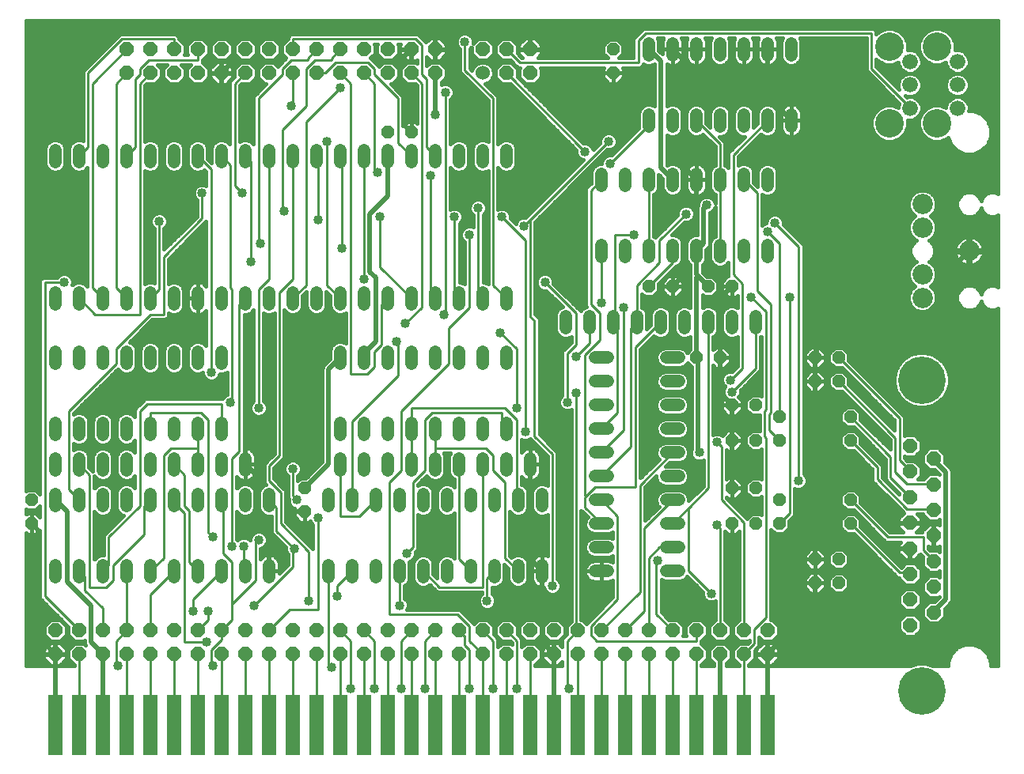
<source format=gbl>
G75*
%MOIN*%
%OFA0B0*%
%FSLAX24Y24*%
%IPPOS*%
%LPD*%
%AMOC8*
5,1,8,0,0,1.08239X$1,22.5*
%
%ADD10R,0.0600X0.2550*%
%ADD11OC8,0.0520*%
%ADD12OC8,0.0600*%
%ADD13C,0.0520*%
%ADD14C,0.2000*%
%ADD15C,0.0860*%
%ADD16C,0.0660*%
%ADD17C,0.1200*%
%ADD18C,0.0600*%
%ADD19C,0.0100*%
%ADD20C,0.0400*%
%ADD21C,0.0200*%
%ADD22C,0.0160*%
D10*
X001733Y001940D03*
X002733Y001940D03*
X003733Y001940D03*
X004733Y001940D03*
X005733Y001940D03*
X006733Y001940D03*
X007733Y001940D03*
X008733Y001940D03*
X009733Y001940D03*
X010733Y001940D03*
X011733Y001940D03*
X012733Y001940D03*
X013733Y001940D03*
X014733Y001940D03*
X015733Y001940D03*
X016733Y001940D03*
X017733Y001940D03*
X018733Y001940D03*
X019733Y001940D03*
X020733Y001940D03*
X021733Y001940D03*
X022733Y001940D03*
X023733Y001940D03*
X024733Y001940D03*
X025733Y001940D03*
X026733Y001940D03*
X027733Y001940D03*
X028733Y001940D03*
X029733Y001940D03*
X030733Y001940D03*
X031733Y001940D03*
D11*
X033733Y007940D03*
X034733Y007940D03*
X034733Y008940D03*
X033733Y008940D03*
X032233Y010440D03*
X031233Y010440D03*
X030233Y010440D03*
X030233Y011940D03*
X031233Y011940D03*
X032233Y011440D03*
X035233Y011440D03*
X035233Y010440D03*
X035233Y013940D03*
X035233Y014940D03*
X034733Y016440D03*
X033733Y016440D03*
X033733Y017440D03*
X034733Y017440D03*
X031233Y015440D03*
X030233Y015440D03*
X032233Y014940D03*
X032233Y013940D03*
X031233Y013940D03*
X030233Y013940D03*
X029733Y017440D03*
X028733Y017440D03*
X029233Y020440D03*
X030233Y020440D03*
X027733Y020440D03*
X026733Y020440D03*
X016733Y026940D03*
X015733Y026940D03*
X025233Y029440D03*
X025233Y030440D03*
X012233Y011940D03*
X012233Y010940D03*
X000733Y010440D03*
X000733Y011440D03*
D12*
X001733Y005940D03*
X002733Y005940D03*
X003733Y005940D03*
X004733Y005940D03*
X005733Y005940D03*
X006733Y005940D03*
X007733Y005940D03*
X008733Y005940D03*
X009733Y005940D03*
X010733Y005940D03*
X011733Y005940D03*
X012733Y005940D03*
X013733Y005940D03*
X014733Y005940D03*
X015733Y005940D03*
X016733Y005940D03*
X017733Y005940D03*
X018733Y005940D03*
X019733Y005940D03*
X020733Y005940D03*
X021733Y005940D03*
X022733Y005940D03*
X023733Y005940D03*
X024733Y005940D03*
X025733Y005940D03*
X026733Y005940D03*
X027733Y005940D03*
X028733Y005940D03*
X029733Y005940D03*
X030733Y005940D03*
X031733Y005940D03*
X031733Y004940D03*
X030733Y004940D03*
X029733Y004940D03*
X028733Y004940D03*
X027733Y004940D03*
X026733Y004940D03*
X025733Y004940D03*
X024733Y004940D03*
X023733Y004940D03*
X022733Y004940D03*
X021733Y004940D03*
X020733Y004940D03*
X019733Y004940D03*
X018733Y004940D03*
X017733Y004940D03*
X016733Y004940D03*
X015733Y004940D03*
X014733Y004940D03*
X013733Y004940D03*
X012733Y004940D03*
X011733Y004940D03*
X010733Y004940D03*
X009733Y004940D03*
X008733Y004940D03*
X007733Y004940D03*
X006733Y004940D03*
X005733Y004940D03*
X004733Y004940D03*
X003733Y004940D03*
X002733Y004940D03*
X001733Y004940D03*
X037733Y006160D03*
X038733Y006700D03*
X037733Y007240D03*
X038733Y007780D03*
X037733Y008320D03*
X038733Y008860D03*
X037733Y009400D03*
X038733Y009940D03*
X037733Y010480D03*
X038733Y011020D03*
X037733Y011560D03*
X038733Y012100D03*
X037733Y012640D03*
X038733Y013180D03*
X037733Y013720D03*
X021733Y029440D03*
X020733Y029440D03*
X020733Y030440D03*
X021733Y030440D03*
X019733Y030440D03*
X017733Y030440D03*
X016733Y030440D03*
X015733Y030440D03*
X014733Y030440D03*
X013733Y030440D03*
X012733Y030440D03*
X011733Y030440D03*
X010733Y030440D03*
X009733Y030440D03*
X008733Y030440D03*
X007733Y030440D03*
X006733Y030440D03*
X005733Y030440D03*
X004733Y030440D03*
X004733Y029440D03*
X005733Y029440D03*
X006733Y029440D03*
X007733Y029440D03*
X008733Y029440D03*
X009733Y029440D03*
X010733Y029440D03*
X011733Y029440D03*
X012733Y029440D03*
X013733Y029440D03*
X014733Y029440D03*
X015733Y029440D03*
X016733Y029440D03*
X017733Y029440D03*
D13*
X017733Y026200D02*
X017733Y025680D01*
X016733Y025680D02*
X016733Y026200D01*
X015733Y026200D02*
X015733Y025680D01*
X014733Y025680D02*
X014733Y026200D01*
X013733Y026200D02*
X013733Y025680D01*
X012733Y025680D02*
X012733Y026200D01*
X011733Y026200D02*
X011733Y025680D01*
X010733Y025680D02*
X010733Y026200D01*
X009733Y026200D02*
X009733Y025680D01*
X008733Y025680D02*
X008733Y026200D01*
X007733Y026200D02*
X007733Y025680D01*
X006733Y025680D02*
X006733Y026200D01*
X005733Y026200D02*
X005733Y025680D01*
X004733Y025680D02*
X004733Y026200D01*
X003733Y026200D02*
X003733Y025680D01*
X002733Y025680D02*
X002733Y026200D01*
X001733Y026200D02*
X001733Y025680D01*
X001733Y020200D02*
X001733Y019680D01*
X002733Y019680D02*
X002733Y020200D01*
X003733Y020200D02*
X003733Y019680D01*
X004733Y019680D02*
X004733Y020200D01*
X005733Y020200D02*
X005733Y019680D01*
X006733Y019680D02*
X006733Y020200D01*
X007733Y020200D02*
X007733Y019680D01*
X008733Y019680D02*
X008733Y020200D01*
X009733Y020200D02*
X009733Y019680D01*
X010733Y019680D02*
X010733Y020200D01*
X011733Y020200D02*
X011733Y019680D01*
X012733Y019680D02*
X012733Y020200D01*
X013733Y020200D02*
X013733Y019680D01*
X014733Y019680D02*
X014733Y020200D01*
X015733Y020200D02*
X015733Y019680D01*
X016733Y019680D02*
X016733Y020200D01*
X017733Y020200D02*
X017733Y019680D01*
X018733Y019680D02*
X018733Y020200D01*
X019733Y020200D02*
X019733Y019680D01*
X020733Y019680D02*
X020733Y020200D01*
X023233Y019200D02*
X023233Y018680D01*
X024233Y018680D02*
X024233Y019200D01*
X025233Y019200D02*
X025233Y018680D01*
X026233Y018680D02*
X026233Y019200D01*
X027233Y019200D02*
X027233Y018680D01*
X028233Y018680D02*
X028233Y019200D01*
X029233Y019200D02*
X029233Y018680D01*
X030233Y018680D02*
X030233Y019200D01*
X031233Y019200D02*
X031233Y018680D01*
X027993Y017440D02*
X027473Y017440D01*
X027473Y016440D02*
X027993Y016440D01*
X027993Y015440D02*
X027473Y015440D01*
X027473Y014440D02*
X027993Y014440D01*
X027993Y013440D02*
X027473Y013440D01*
X027473Y012440D02*
X027993Y012440D01*
X027993Y011440D02*
X027473Y011440D01*
X027473Y010440D02*
X027993Y010440D01*
X027993Y009440D02*
X027473Y009440D01*
X027473Y008440D02*
X027993Y008440D01*
X024993Y008440D02*
X024473Y008440D01*
X024473Y009440D02*
X024993Y009440D01*
X024993Y010440D02*
X024473Y010440D01*
X024473Y011440D02*
X024993Y011440D01*
X024993Y012440D02*
X024473Y012440D01*
X024473Y013440D02*
X024993Y013440D01*
X024993Y014440D02*
X024473Y014440D01*
X024473Y015440D02*
X024993Y015440D01*
X024993Y016440D02*
X024473Y016440D01*
X024473Y017440D02*
X024993Y017440D01*
X020733Y017700D02*
X020733Y017180D01*
X019733Y017180D02*
X019733Y017700D01*
X018733Y017700D02*
X018733Y017180D01*
X017733Y017180D02*
X017733Y017700D01*
X016733Y017700D02*
X016733Y017180D01*
X015733Y017180D02*
X015733Y017700D01*
X014733Y017700D02*
X014733Y017180D01*
X013733Y017180D02*
X013733Y017700D01*
X013733Y014700D02*
X013733Y014180D01*
X014733Y014180D02*
X014733Y014700D01*
X015733Y014700D02*
X015733Y014180D01*
X016733Y014180D02*
X016733Y014700D01*
X017733Y014700D02*
X017733Y014180D01*
X018733Y014180D02*
X018733Y014700D01*
X019733Y014700D02*
X019733Y014180D01*
X020733Y014180D02*
X020733Y014700D01*
X020733Y013200D02*
X020733Y012680D01*
X021733Y012680D02*
X021733Y013200D01*
X019733Y013200D02*
X019733Y012680D01*
X018733Y012680D02*
X018733Y013200D01*
X017733Y013200D02*
X017733Y012680D01*
X016733Y012680D02*
X016733Y013200D01*
X015733Y013200D02*
X015733Y012680D01*
X014733Y012680D02*
X014733Y013200D01*
X013733Y013200D02*
X013733Y012680D01*
X013233Y011700D02*
X013233Y011180D01*
X014233Y011180D02*
X014233Y011700D01*
X015233Y011700D02*
X015233Y011180D01*
X016233Y011180D02*
X016233Y011700D01*
X017233Y011700D02*
X017233Y011180D01*
X018233Y011180D02*
X018233Y011700D01*
X019233Y011700D02*
X019233Y011180D01*
X020233Y011180D02*
X020233Y011700D01*
X021233Y011700D02*
X021233Y011180D01*
X022233Y011180D02*
X022233Y011700D01*
X022233Y008700D02*
X022233Y008180D01*
X021233Y008180D02*
X021233Y008700D01*
X020233Y008700D02*
X020233Y008180D01*
X019233Y008180D02*
X019233Y008700D01*
X018233Y008700D02*
X018233Y008180D01*
X017233Y008180D02*
X017233Y008700D01*
X016233Y008700D02*
X016233Y008180D01*
X015233Y008180D02*
X015233Y008700D01*
X014233Y008700D02*
X014233Y008180D01*
X013233Y008180D02*
X013233Y008700D01*
X010733Y008700D02*
X010733Y008180D01*
X009733Y008180D02*
X009733Y008700D01*
X008733Y008700D02*
X008733Y008180D01*
X007733Y008180D02*
X007733Y008700D01*
X006733Y008700D02*
X006733Y008180D01*
X005733Y008180D02*
X005733Y008700D01*
X004733Y008700D02*
X004733Y008180D01*
X003733Y008180D02*
X003733Y008700D01*
X002733Y008700D02*
X002733Y008180D01*
X001733Y008180D02*
X001733Y008700D01*
X001733Y011180D02*
X001733Y011700D01*
X002733Y011700D02*
X002733Y011180D01*
X003733Y011180D02*
X003733Y011700D01*
X004733Y011700D02*
X004733Y011180D01*
X005733Y011180D02*
X005733Y011700D01*
X006733Y011700D02*
X006733Y011180D01*
X007733Y011180D02*
X007733Y011700D01*
X008733Y011700D02*
X008733Y011180D01*
X009733Y011180D02*
X009733Y011700D01*
X010733Y011700D02*
X010733Y011180D01*
X009733Y012680D02*
X009733Y013200D01*
X008733Y013200D02*
X008733Y012680D01*
X007733Y012680D02*
X007733Y013200D01*
X006733Y013200D02*
X006733Y012680D01*
X005733Y012680D02*
X005733Y013200D01*
X004733Y013200D02*
X004733Y012680D01*
X003733Y012680D02*
X003733Y013200D01*
X002733Y013200D02*
X002733Y012680D01*
X001733Y012680D02*
X001733Y013200D01*
X001733Y014180D02*
X001733Y014700D01*
X002733Y014700D02*
X002733Y014180D01*
X003733Y014180D02*
X003733Y014700D01*
X004733Y014700D02*
X004733Y014180D01*
X005733Y014180D02*
X005733Y014700D01*
X006733Y014700D02*
X006733Y014180D01*
X007733Y014180D02*
X007733Y014700D01*
X008733Y014700D02*
X008733Y014180D01*
X008733Y017180D02*
X008733Y017700D01*
X007733Y017700D02*
X007733Y017180D01*
X006733Y017180D02*
X006733Y017700D01*
X005733Y017700D02*
X005733Y017180D01*
X004733Y017180D02*
X004733Y017700D01*
X003733Y017700D02*
X003733Y017180D01*
X002733Y017180D02*
X002733Y017700D01*
X001733Y017700D02*
X001733Y017180D01*
X018733Y025680D02*
X018733Y026200D01*
X019733Y026200D02*
X019733Y025680D01*
X020733Y025680D02*
X020733Y026200D01*
X024733Y025200D02*
X024733Y024680D01*
X025733Y024680D02*
X025733Y025200D01*
X026733Y025200D02*
X026733Y024680D01*
X027733Y024680D02*
X027733Y025200D01*
X028733Y025200D02*
X028733Y024680D01*
X029733Y024680D02*
X029733Y025200D01*
X030733Y025200D02*
X030733Y024680D01*
X031733Y024680D02*
X031733Y025200D01*
X031733Y027180D02*
X031733Y027700D01*
X030733Y027700D02*
X030733Y027180D01*
X029733Y027180D02*
X029733Y027700D01*
X028733Y027700D02*
X028733Y027180D01*
X027733Y027180D02*
X027733Y027700D01*
X026733Y027700D02*
X026733Y027180D01*
X026733Y030180D02*
X026733Y030700D01*
X027733Y030700D02*
X027733Y030180D01*
X028733Y030180D02*
X028733Y030700D01*
X029733Y030700D02*
X029733Y030180D01*
X030733Y030180D02*
X030733Y030700D01*
X031733Y030700D02*
X031733Y030180D01*
X032733Y030180D02*
X032733Y030700D01*
X032733Y027700D02*
X032733Y027180D01*
X031733Y022200D02*
X031733Y021680D01*
X030733Y021680D02*
X030733Y022200D01*
X029733Y022200D02*
X029733Y021680D01*
X028733Y021680D02*
X028733Y022200D01*
X027733Y022200D02*
X027733Y021680D01*
X026733Y021680D02*
X026733Y022200D01*
X025733Y022200D02*
X025733Y021680D01*
X024733Y021680D02*
X024733Y022200D01*
D14*
X038233Y016500D03*
X038233Y003380D03*
D15*
X038265Y019971D03*
X038265Y020956D03*
X040233Y021940D03*
X038265Y022924D03*
X038265Y023909D03*
D16*
X037733Y027956D03*
X037733Y028940D03*
X037733Y029924D03*
X039733Y029924D03*
X039733Y028940D03*
X039733Y027956D03*
D17*
X038867Y027326D03*
X036867Y027326D03*
X036867Y030554D03*
X038867Y030554D03*
D18*
X019733Y029440D03*
D19*
X018983Y029565D02*
X018983Y030753D01*
X017171Y030628D02*
X016921Y030878D01*
X011733Y030878D01*
X011733Y030440D01*
X011671Y030003D02*
X012358Y030003D01*
X012358Y030065D01*
X012733Y030440D01*
X012671Y030003D02*
X013358Y030003D01*
X013358Y030065D01*
X013733Y030440D01*
X013546Y029878D02*
X013108Y029440D01*
X012733Y029440D01*
X012296Y029628D02*
X012671Y030003D01*
X012296Y029628D02*
X012296Y028065D01*
X011296Y027065D01*
X011296Y023690D01*
X011358Y023628D01*
X012796Y023253D02*
X012796Y025878D01*
X012733Y025940D01*
X013733Y025940D02*
X013796Y025878D01*
X013796Y022065D01*
X015421Y021253D02*
X015421Y023378D01*
X018546Y023378D02*
X018546Y020128D01*
X018733Y019940D01*
X019171Y019565D02*
X019171Y022628D01*
X020546Y023378D02*
X021546Y022378D01*
X021546Y014315D01*
X021921Y014128D02*
X021921Y019003D01*
X021733Y019190D01*
X021733Y023190D01*
X021702Y023221D01*
X021483Y023003D01*
X021702Y023221D02*
X025046Y026565D01*
X024046Y026128D02*
X020733Y029440D01*
X021296Y029878D02*
X026296Y029878D01*
X026296Y030815D01*
X026608Y031128D01*
X036108Y031128D01*
X036108Y029628D01*
X037733Y028003D01*
X037733Y027956D01*
X031733Y027440D02*
X030296Y026003D01*
X030296Y020940D01*
X030671Y020565D01*
X030671Y017003D01*
X030171Y016503D01*
X030233Y016003D02*
X031233Y017003D01*
X031233Y018940D01*
X031671Y019378D02*
X031671Y015253D01*
X031608Y015190D01*
X031608Y014128D01*
X031671Y014065D01*
X031671Y006503D01*
X031171Y006003D01*
X031171Y005378D01*
X030733Y004940D01*
X030733Y001940D01*
X028733Y001940D02*
X028733Y004940D01*
X028733Y005503D02*
X028733Y005940D01*
X028733Y005503D02*
X024546Y005503D01*
X024296Y005753D01*
X024296Y006128D01*
X025421Y007253D01*
X025421Y010753D01*
X024733Y011440D01*
X024483Y012003D02*
X026171Y012003D01*
X026171Y017878D01*
X027233Y018940D01*
X026233Y018940D02*
X026233Y020503D01*
X027171Y021440D01*
X027171Y022378D01*
X028296Y023503D01*
X029733Y024940D02*
X029733Y026440D01*
X028733Y027440D01*
X026733Y027440D02*
X026733Y027253D01*
X025108Y025628D01*
X024733Y024940D02*
X024296Y024503D01*
X024296Y019690D01*
X024671Y019315D01*
X024671Y018190D01*
X024046Y017565D01*
X024046Y011628D01*
X024077Y011596D01*
X024046Y011565D01*
X024046Y011128D01*
X024733Y010440D01*
X024077Y011596D02*
X024483Y012003D01*
X024733Y012440D02*
X025983Y013690D01*
X025983Y018690D01*
X026233Y018940D01*
X025421Y018753D02*
X025233Y018940D01*
X025296Y018940D01*
X025296Y022628D01*
X026108Y022628D01*
X026733Y021940D02*
X026733Y024940D01*
X029733Y024940D02*
X029733Y021940D01*
X031733Y022753D02*
X032233Y022253D01*
X032233Y014940D01*
X031858Y015128D02*
X031796Y015065D01*
X031796Y014378D01*
X032233Y013940D01*
X031858Y015128D02*
X031858Y019690D01*
X031296Y020253D01*
X031296Y024378D01*
X030733Y024940D01*
X032046Y023128D02*
X033046Y022128D01*
X033046Y012253D01*
X032671Y010878D02*
X032233Y010440D01*
X032671Y010878D02*
X032671Y020003D01*
X031671Y019378D02*
X031046Y020003D01*
X029233Y018940D02*
X029233Y011940D01*
X028390Y011096D01*
X028421Y011065D01*
X028421Y008440D01*
X029358Y007503D01*
X027108Y008878D02*
X027046Y008815D01*
X027046Y006628D01*
X027733Y005940D01*
X026733Y005940D02*
X026733Y009003D01*
X027171Y009440D01*
X027733Y009440D01*
X026546Y010253D02*
X027733Y011440D01*
X028390Y011096D02*
X027733Y010440D01*
X026546Y010253D02*
X026546Y006753D01*
X025733Y005940D01*
X024733Y005940D02*
X026358Y007565D01*
X026358Y012065D01*
X027733Y013440D01*
X029608Y013878D02*
X029796Y013690D01*
X029796Y011440D01*
X030733Y010503D01*
X030733Y005940D01*
X029733Y005940D02*
X029733Y010253D01*
X029608Y010378D01*
X025671Y014378D02*
X024733Y013440D01*
X024733Y014440D02*
X025421Y015128D01*
X025421Y018753D01*
X024233Y018940D02*
X024233Y018065D01*
X023671Y017503D01*
X023296Y017628D02*
X023296Y015565D01*
X023671Y015940D02*
X023671Y005940D01*
X023733Y005940D01*
X023296Y005503D01*
X023296Y003565D01*
X023358Y003503D01*
X023733Y004940D02*
X023733Y001940D01*
X024733Y001940D02*
X024733Y004940D01*
X025733Y004940D02*
X025733Y001940D01*
X026733Y001940D02*
X026733Y004940D01*
X027733Y004940D02*
X027733Y001940D01*
X021733Y001940D02*
X021733Y004940D01*
X021171Y005503D02*
X021171Y003503D01*
X020171Y003503D02*
X020171Y005503D01*
X019733Y005940D01*
X019171Y006128D02*
X018671Y006628D01*
X015796Y006628D01*
X015796Y012190D01*
X016296Y012690D01*
X016296Y015190D01*
X018296Y017190D01*
X018296Y018690D01*
X019171Y019565D01*
X019733Y019940D02*
X019546Y020128D01*
X019546Y023753D01*
X017546Y025128D02*
X017546Y020128D01*
X017733Y019940D01*
X017171Y019565D02*
X017171Y029003D01*
X016733Y029440D01*
X017171Y029378D02*
X017358Y029190D01*
X017358Y026315D01*
X017733Y025940D01*
X016733Y025940D02*
X016171Y026503D01*
X016171Y028378D01*
X015171Y029378D01*
X015171Y029628D01*
X014921Y029878D01*
X013546Y029878D01*
X013733Y029440D02*
X014171Y029003D01*
X014171Y016753D01*
X014858Y016753D01*
X015171Y017065D01*
X015171Y017690D01*
X015483Y018003D01*
X015483Y019690D01*
X015733Y019940D01*
X016733Y019940D02*
X015421Y021253D01*
X014733Y020753D02*
X014733Y025940D01*
X015171Y025378D02*
X015171Y029003D01*
X014733Y029440D01*
X013733Y028815D02*
X012296Y027378D01*
X012296Y020503D01*
X011733Y019940D01*
X011171Y020190D02*
X011171Y013315D01*
X010733Y012878D01*
X010733Y012253D01*
X011233Y011753D01*
X011233Y010440D01*
X012421Y009253D01*
X012421Y007190D01*
X012796Y006815D02*
X011608Y006815D01*
X010733Y005940D01*
X010733Y004940D02*
X010733Y001940D01*
X009733Y001940D02*
X009733Y004940D01*
X008733Y004940D02*
X008733Y001940D01*
X007733Y001940D02*
X007733Y004940D01*
X008296Y005128D02*
X008733Y005565D01*
X008733Y005940D01*
X009171Y006378D01*
X009171Y007065D01*
X010171Y008065D01*
X010171Y009628D01*
X010296Y009753D01*
X009671Y009503D02*
X009671Y008503D01*
X009733Y008440D01*
X009171Y008815D02*
X009171Y007065D01*
X010108Y007003D02*
X011733Y008628D01*
X011733Y009378D01*
X011796Y009378D01*
X011046Y010128D01*
X011046Y011128D01*
X010733Y011440D01*
X011733Y011628D02*
X011733Y012753D01*
X013733Y012940D02*
X013733Y010753D01*
X014546Y010753D01*
X015233Y011440D01*
X014233Y011440D02*
X014233Y014753D01*
X016171Y016690D01*
X016171Y018065D01*
X016108Y018128D01*
X016483Y018878D02*
X017171Y019565D01*
X018108Y019253D02*
X018171Y019315D01*
X018171Y028628D01*
X018983Y029565D02*
X020171Y028378D01*
X020171Y020503D01*
X020733Y019940D01*
X022358Y020628D02*
X023671Y019315D01*
X023671Y018003D01*
X023296Y017628D01*
X021171Y017815D02*
X021171Y015315D01*
X020671Y015315D02*
X021171Y014815D01*
X021171Y011503D01*
X021233Y011440D01*
X020671Y012190D02*
X020171Y012690D01*
X020171Y013315D01*
X019858Y013628D01*
X017733Y013628D01*
X017733Y012940D01*
X017296Y012690D02*
X017296Y014815D01*
X017608Y015128D01*
X020546Y015128D01*
X020546Y014628D01*
X020733Y014440D01*
X021921Y014128D02*
X022671Y013378D01*
X022671Y007815D01*
X021233Y008440D02*
X020671Y009003D01*
X020671Y012190D01*
X019733Y012940D02*
X019733Y007753D01*
X017921Y007753D01*
X017233Y008440D01*
X016233Y008440D02*
X016233Y007003D01*
X016733Y005940D02*
X016296Y005503D01*
X016296Y003503D01*
X017296Y003503D02*
X017296Y005503D01*
X017733Y005940D01*
X018733Y005940D02*
X018983Y005690D01*
X018983Y005315D01*
X019171Y005128D01*
X019171Y003503D01*
X018733Y004940D02*
X018733Y001940D01*
X017733Y001940D02*
X017733Y004940D01*
X016733Y004940D02*
X016733Y001940D01*
X015733Y001940D02*
X015733Y004940D01*
X015171Y005503D02*
X015171Y003503D01*
X014171Y003503D02*
X014171Y005503D01*
X013733Y005940D01*
X014733Y005940D02*
X015171Y005503D01*
X014733Y004940D02*
X014733Y001940D01*
X013733Y001940D02*
X013733Y004940D01*
X012733Y004940D02*
X012733Y001940D01*
X011733Y001940D02*
X011733Y004940D01*
X013233Y004503D02*
X013233Y008440D01*
X013608Y007815D02*
X013608Y007378D01*
X013608Y007815D02*
X014233Y008440D01*
X012796Y006815D02*
X012796Y010690D01*
X011921Y011440D02*
X011733Y011628D01*
X009483Y013503D02*
X009171Y013190D01*
X009171Y009503D01*
X008796Y009190D02*
X009171Y008815D01*
X008796Y009190D02*
X008796Y011378D01*
X008733Y011440D01*
X007358Y011003D02*
X007171Y011190D01*
X007171Y012503D01*
X006733Y012940D01*
X006296Y013315D02*
X006608Y013628D01*
X007733Y013628D01*
X007733Y014440D01*
X008171Y014815D02*
X007858Y015128D01*
X005733Y015128D01*
X005733Y014440D01*
X005296Y015190D02*
X005608Y015503D01*
X008733Y015503D01*
X008733Y014440D01*
X008171Y014815D02*
X008171Y010065D01*
X008358Y009878D01*
X007358Y008815D02*
X007358Y011003D01*
X007171Y010878D02*
X006733Y011315D01*
X006733Y011440D01*
X007171Y010878D02*
X007171Y005440D01*
X008108Y005440D01*
X008296Y005128D02*
X008296Y004503D01*
X008358Y004440D01*
X006733Y004940D02*
X006733Y001940D01*
X005733Y001940D02*
X005733Y004940D01*
X004733Y004940D02*
X004733Y001940D01*
X002733Y001940D02*
X002733Y004940D01*
X002733Y005940D02*
X001296Y007378D01*
X001296Y020628D01*
X002108Y020628D01*
X002733Y019940D02*
X003421Y019253D01*
X005296Y019253D01*
X005296Y029003D01*
X005733Y029440D01*
X005296Y029378D02*
X005108Y029190D01*
X005108Y026315D01*
X004733Y025940D01*
X003108Y026315D02*
X002733Y025940D01*
X003108Y026315D02*
X003108Y029440D01*
X004546Y030878D01*
X006733Y030878D01*
X006733Y030440D01*
X007733Y030440D02*
X007733Y030003D01*
X005671Y030003D01*
X005296Y029628D01*
X005296Y029378D01*
X004733Y029440D02*
X004296Y029003D01*
X004296Y020378D01*
X004733Y019940D01*
X003733Y019940D02*
X003296Y020378D01*
X003296Y029003D01*
X004733Y030440D01*
X009296Y029003D02*
X009733Y029440D01*
X009296Y029003D02*
X009296Y024690D01*
X009608Y024378D01*
X009108Y025565D02*
X009108Y020378D01*
X009171Y020315D01*
X009171Y015628D01*
X009108Y015565D01*
X010296Y015315D02*
X010296Y020315D01*
X010733Y020753D01*
X010733Y025940D01*
X009983Y025690D02*
X009983Y021503D01*
X010358Y022253D02*
X010296Y022315D01*
X010296Y028378D01*
X011296Y029378D01*
X011296Y029628D01*
X011671Y030003D01*
X011733Y029440D02*
X011733Y028128D01*
X011671Y028065D01*
X013171Y026565D02*
X013171Y020503D01*
X013733Y019940D01*
X011733Y020753D02*
X011171Y020190D01*
X011733Y020753D02*
X011733Y025940D01*
X009983Y025690D02*
X009733Y025940D01*
X009108Y025565D02*
X008733Y025940D01*
X008296Y025378D02*
X008296Y016815D01*
X005296Y015190D02*
X005296Y011190D01*
X003983Y009878D01*
X003983Y008690D01*
X003733Y008440D01*
X004171Y008690D02*
X004171Y008065D01*
X003858Y007753D01*
X003171Y007753D01*
X003171Y012503D01*
X002733Y012940D01*
X002296Y011878D02*
X002296Y015190D01*
X004296Y017190D01*
X004296Y017815D01*
X005733Y019253D01*
X006296Y019253D01*
X006296Y021690D01*
X007921Y023315D01*
X007921Y024378D01*
X006108Y023190D02*
X006108Y020315D01*
X005733Y019940D01*
X009483Y019690D02*
X009483Y013503D01*
X007733Y013628D02*
X007733Y012940D01*
X006296Y013315D02*
X006296Y009003D01*
X005733Y008440D01*
X004733Y008440D02*
X004733Y005940D01*
X004296Y005503D01*
X004296Y004503D01*
X004358Y004440D01*
X003733Y005940D02*
X003733Y006878D01*
X002983Y007628D01*
X002983Y008190D01*
X002733Y008440D01*
X004171Y008690D02*
X005483Y010003D01*
X005483Y011190D01*
X005733Y011440D01*
X002733Y011440D02*
X002296Y011878D01*
X007358Y008815D02*
X007733Y008440D01*
X006733Y008440D02*
X005733Y007440D01*
X005733Y005940D01*
X007546Y006753D02*
X007546Y007253D01*
X008733Y008440D01*
X008171Y006753D02*
X008171Y006378D01*
X007733Y005940D01*
X013233Y004503D02*
X013358Y004378D01*
X019171Y005503D02*
X019171Y006128D01*
X019171Y005503D02*
X019733Y004940D01*
X019733Y001940D01*
X020733Y001940D02*
X020733Y004940D01*
X021171Y005503D02*
X020733Y005940D01*
X019921Y007190D02*
X019921Y008128D01*
X020233Y008440D01*
X019233Y008440D02*
X018733Y008940D01*
X018733Y012940D01*
X017733Y013628D02*
X017733Y014440D01*
X016733Y014440D02*
X016733Y015315D01*
X020671Y015315D01*
X021171Y017815D02*
X020483Y018503D01*
X024733Y019753D02*
X024733Y021940D01*
X026733Y020440D02*
X027733Y021440D01*
X027733Y021940D01*
X025671Y019565D02*
X025671Y014378D01*
X017296Y012690D02*
X016796Y012190D01*
X016796Y009440D01*
X016546Y009190D01*
X016733Y012940D02*
X016733Y014440D01*
X009733Y019940D02*
X009483Y019690D01*
X015171Y025378D02*
X015296Y025253D01*
X017171Y029378D02*
X017171Y030628D01*
X020733Y030440D02*
X021296Y029878D01*
X008296Y025378D02*
X007733Y025940D01*
X034733Y017440D02*
X037296Y014878D01*
X037296Y013128D01*
X037733Y012690D01*
X037733Y012640D01*
X037608Y012128D02*
X038733Y012128D01*
X038733Y012100D01*
X037733Y011565D02*
X037733Y011560D01*
X037733Y011565D02*
X036921Y012378D01*
X036921Y013253D01*
X035233Y014940D01*
X035233Y013940D02*
X036358Y012815D01*
X036358Y012315D01*
X037608Y011065D01*
X038733Y011065D01*
X038733Y011020D01*
X038296Y009878D02*
X038296Y009315D01*
X038733Y008878D01*
X038733Y008860D01*
X037733Y008378D02*
X037733Y008320D01*
X037733Y008378D02*
X037296Y008378D01*
X035233Y010440D01*
X035233Y011440D02*
X036796Y009878D01*
X038296Y009878D01*
X037608Y012128D02*
X037108Y012628D01*
X037108Y014065D01*
X034733Y016440D01*
D20*
X030233Y016003D03*
X030171Y016503D03*
X029608Y013878D03*
X028858Y013440D03*
X033046Y012253D03*
X029608Y010378D03*
X027108Y008878D03*
X029358Y007503D03*
X022671Y007815D03*
X019921Y007190D03*
X016546Y009190D03*
X013608Y007378D03*
X012421Y007190D03*
X010108Y007003D03*
X008171Y006753D03*
X007546Y006753D03*
X008108Y005440D03*
X008358Y004440D03*
X004358Y004440D03*
X011796Y009378D03*
X010296Y009753D03*
X009671Y009503D03*
X009171Y009503D03*
X009546Y010190D03*
X008358Y009878D03*
X011921Y011440D03*
X012796Y010690D03*
X011733Y012753D03*
X011108Y012753D03*
X010296Y015315D03*
X009108Y015565D03*
X008296Y016815D03*
X009858Y018503D03*
X014733Y020753D03*
X013796Y022065D03*
X012796Y023253D03*
X011358Y023628D03*
X009608Y024378D03*
X007921Y024378D03*
X006108Y023190D03*
X009983Y021503D03*
X010358Y022253D03*
X015296Y025253D03*
X013171Y026565D03*
X011671Y028065D03*
X013733Y028815D03*
X017733Y027690D03*
X018171Y028628D03*
X018983Y030753D03*
X025046Y026565D03*
X024046Y026128D03*
X025108Y025628D03*
X028296Y023503D03*
X029171Y023878D03*
X031733Y022753D03*
X032046Y023128D03*
X032671Y020003D03*
X031046Y020003D03*
X026108Y022628D03*
X022358Y020628D03*
X024733Y019753D03*
X025671Y019565D03*
X023671Y017503D03*
X023671Y015940D03*
X023296Y015565D03*
X021546Y014315D03*
X021171Y015315D03*
X020483Y018503D03*
X018108Y019253D03*
X016483Y018878D03*
X016108Y018128D03*
X019171Y022628D03*
X018546Y023378D03*
X019546Y023753D03*
X020546Y023378D03*
X021483Y023003D03*
X017546Y025128D03*
X015421Y023378D03*
X002108Y020628D03*
X021671Y010253D03*
X016233Y007003D03*
X013358Y004378D03*
X014171Y003503D03*
X015171Y003503D03*
X016296Y003503D03*
X017296Y003503D03*
X019171Y003503D03*
X020171Y003503D03*
X021171Y003503D03*
X023358Y003503D03*
D21*
X022733Y004940D02*
X022733Y001940D01*
X022733Y004940D02*
X022233Y005440D01*
X022233Y008440D01*
X021733Y008940D01*
X021733Y010253D01*
X021671Y010253D01*
X021733Y010253D02*
X021733Y012940D01*
X028796Y013503D02*
X028796Y017378D01*
X028733Y017440D01*
X028733Y020815D01*
X028796Y020878D01*
X029233Y020440D01*
X029733Y019940D02*
X029733Y017440D01*
X029733Y015940D01*
X030233Y015440D01*
X030233Y013940D01*
X030233Y011940D01*
X028858Y013440D02*
X028796Y013503D01*
X033733Y016440D02*
X033733Y008940D01*
X033733Y007940D02*
X033733Y006940D01*
X031733Y004940D01*
X031733Y001940D01*
X029733Y001940D02*
X029733Y004940D01*
X038733Y006700D02*
X038733Y006753D01*
X039233Y007253D01*
X039233Y012628D01*
X038733Y013128D01*
X038733Y013180D01*
X033733Y016440D02*
X033733Y017440D01*
X033796Y017503D01*
X033796Y017940D01*
X037108Y017940D01*
X038921Y019753D01*
X038921Y020628D01*
X040233Y021940D01*
X032733Y027440D02*
X031733Y028440D01*
X031733Y030440D01*
X028233Y029940D02*
X027733Y030440D01*
X027233Y029940D02*
X026733Y030440D01*
X027233Y029940D02*
X027233Y025440D01*
X027733Y024940D01*
X028233Y025440D02*
X028233Y029940D01*
X021733Y030440D02*
X021733Y031190D01*
X017796Y031190D01*
X017733Y031128D01*
X017733Y030440D01*
X017733Y031128D02*
X011608Y031128D01*
X011233Y030753D01*
X011233Y029940D01*
X009233Y029940D01*
X008733Y029440D01*
X015733Y025940D02*
X015733Y024253D01*
X014983Y023503D01*
X014983Y021065D01*
X015233Y020815D01*
X015233Y018128D01*
X014733Y017628D01*
X014733Y017440D01*
X013733Y017440D02*
X013233Y016940D01*
X013233Y012940D01*
X012233Y011940D01*
X011483Y012378D02*
X011108Y012753D01*
X011483Y012378D02*
X011483Y010940D01*
X012233Y010940D01*
X010733Y010503D02*
X010296Y010940D01*
X009546Y010190D01*
X010296Y010940D02*
X010233Y011003D01*
X010233Y012440D01*
X009733Y012940D01*
X009733Y018378D01*
X009858Y018503D01*
X002233Y010940D02*
X001733Y011440D01*
X002233Y010940D02*
X002233Y008003D01*
X003233Y007003D01*
X003233Y005440D01*
X003733Y004940D01*
X003733Y001940D01*
X001733Y001940D02*
X001733Y004940D01*
X001046Y005628D01*
X001046Y010128D01*
X000733Y010440D01*
X010733Y010503D02*
X010733Y008440D01*
X029733Y019940D02*
X030233Y020440D01*
X028796Y020878D02*
X028733Y020940D01*
X028733Y021940D01*
X029046Y022253D01*
X029046Y023753D01*
X029171Y023878D01*
X028733Y022878D02*
X028233Y022378D01*
X028233Y020940D01*
X027733Y020440D01*
X028733Y022878D02*
X028733Y024940D01*
X028233Y025440D01*
X017733Y027690D02*
X017733Y029440D01*
X016421Y029065D02*
X016233Y029253D01*
X016233Y029940D01*
X016733Y030440D01*
X016421Y029065D02*
X016421Y027253D01*
X016733Y026940D01*
D22*
X016733Y027380D01*
X016551Y027380D01*
X016381Y027210D01*
X016381Y028464D01*
X015865Y028980D01*
X015924Y028980D01*
X016193Y029249D01*
X016193Y029631D01*
X015924Y029900D01*
X015543Y029900D01*
X015369Y029726D01*
X015258Y029837D01*
X015131Y029964D01*
X015131Y029964D01*
X015020Y030076D01*
X015193Y030249D01*
X015193Y030631D01*
X015156Y030668D01*
X015310Y030668D01*
X015273Y030631D01*
X015273Y030249D01*
X015543Y029980D01*
X015924Y029980D01*
X016193Y030249D01*
X016193Y030631D01*
X016156Y030668D01*
X016282Y030668D01*
X016253Y030639D01*
X016253Y030460D01*
X016713Y030460D01*
X016713Y030420D01*
X016253Y030420D01*
X016253Y030241D01*
X016535Y029960D01*
X016713Y029960D01*
X016713Y030420D01*
X016753Y030420D01*
X016753Y029960D01*
X016932Y029960D01*
X016961Y029989D01*
X016961Y029863D01*
X016924Y029900D01*
X016543Y029900D01*
X016273Y029631D01*
X016273Y029249D01*
X016543Y028980D01*
X016896Y028980D01*
X016961Y028916D01*
X016961Y027335D01*
X016916Y027380D01*
X016733Y027380D01*
X016733Y026940D01*
X016733Y026940D01*
X016733Y027019D02*
X016733Y027019D01*
X016733Y027178D02*
X016733Y027178D01*
X016733Y027336D02*
X016733Y027336D01*
X016507Y027336D02*
X016381Y027336D01*
X016381Y027495D02*
X016961Y027495D01*
X016961Y027653D02*
X016381Y027653D01*
X016381Y027812D02*
X016961Y027812D01*
X016961Y027970D02*
X016381Y027970D01*
X016381Y028129D02*
X016961Y028129D01*
X016961Y028287D02*
X016381Y028287D01*
X016381Y028446D02*
X016961Y028446D01*
X016961Y028604D02*
X016241Y028604D01*
X016083Y028763D02*
X016961Y028763D01*
X016955Y028921D02*
X015924Y028921D01*
X016023Y029080D02*
X016443Y029080D01*
X016285Y029238D02*
X016182Y029238D01*
X016193Y029397D02*
X016273Y029397D01*
X016273Y029555D02*
X016193Y029555D01*
X016110Y029714D02*
X016356Y029714D01*
X016515Y029872D02*
X015952Y029872D01*
X015974Y030031D02*
X016464Y030031D01*
X016305Y030189D02*
X016133Y030189D01*
X016193Y030348D02*
X016253Y030348D01*
X016253Y030506D02*
X016193Y030506D01*
X016159Y030665D02*
X016279Y030665D01*
X016713Y030348D02*
X016753Y030348D01*
X016753Y030189D02*
X016713Y030189D01*
X016713Y030031D02*
X016753Y030031D01*
X016952Y029872D02*
X016961Y029872D01*
X017381Y029872D02*
X017515Y029872D01*
X017543Y029900D02*
X017381Y029738D01*
X017381Y030114D01*
X017535Y029960D01*
X017713Y029960D01*
X017713Y030420D01*
X017753Y030420D01*
X017753Y029960D01*
X017932Y029960D01*
X018213Y030241D01*
X018213Y030420D01*
X017753Y030420D01*
X017753Y030460D01*
X017713Y030460D01*
X017713Y030920D01*
X017535Y030920D01*
X017355Y030740D01*
X017131Y030964D01*
X017008Y031087D01*
X011646Y031087D01*
X011523Y030964D01*
X011523Y030881D01*
X011273Y030631D01*
X011273Y030249D01*
X011447Y030076D01*
X011098Y029726D01*
X010924Y029900D01*
X010543Y029900D01*
X010273Y029631D01*
X010273Y029249D01*
X010543Y028980D01*
X010601Y028980D01*
X010086Y028464D01*
X010086Y026441D01*
X009971Y026556D01*
X009817Y026620D01*
X009650Y026620D01*
X009506Y026560D01*
X009506Y028916D01*
X009570Y028980D01*
X009924Y028980D01*
X010193Y029249D01*
X010193Y029631D01*
X009924Y029900D01*
X009543Y029900D01*
X009273Y029631D01*
X009273Y029277D01*
X009086Y029089D01*
X009086Y026441D01*
X008971Y026556D01*
X008817Y026620D01*
X008650Y026620D01*
X008495Y026556D01*
X008377Y026438D01*
X008313Y026284D01*
X008313Y025657D01*
X008153Y025817D01*
X008153Y026284D01*
X008089Y026438D01*
X007971Y026556D01*
X007817Y026620D01*
X007650Y026620D01*
X007495Y026556D01*
X007377Y026438D01*
X007313Y026284D01*
X007313Y025596D01*
X007377Y025442D01*
X007495Y025324D01*
X007650Y025260D01*
X007817Y025260D01*
X007971Y025324D01*
X008012Y025365D01*
X008086Y025291D01*
X008086Y024699D01*
X007992Y024737D01*
X007849Y024737D01*
X007717Y024683D01*
X007616Y024581D01*
X007561Y024449D01*
X007561Y024306D01*
X007616Y024174D01*
X007711Y024078D01*
X007711Y023402D01*
X006318Y022009D01*
X006318Y022891D01*
X006414Y022986D01*
X006468Y023118D01*
X006468Y023262D01*
X006414Y023394D01*
X006312Y023495D01*
X006180Y023550D01*
X006037Y023550D01*
X005904Y023495D01*
X005803Y023394D01*
X005748Y023262D01*
X005748Y023118D01*
X005803Y022986D01*
X005898Y022891D01*
X005898Y020586D01*
X005817Y020620D01*
X005650Y020620D01*
X005506Y020560D01*
X005506Y025320D01*
X005650Y025260D01*
X005817Y025260D01*
X005971Y025324D01*
X006089Y025442D01*
X006153Y025596D01*
X006153Y026284D01*
X006089Y026438D01*
X005971Y026556D01*
X005817Y026620D01*
X005650Y026620D01*
X005506Y026560D01*
X005506Y028916D01*
X005570Y028980D01*
X005924Y028980D01*
X006193Y029249D01*
X006193Y029631D01*
X006031Y029793D01*
X006435Y029793D01*
X006273Y029631D01*
X006273Y029249D01*
X006543Y028980D01*
X006924Y028980D01*
X007193Y029249D01*
X007193Y029631D01*
X007031Y029793D01*
X007435Y029793D01*
X007273Y029631D01*
X007273Y029249D01*
X007543Y028980D01*
X007924Y028980D01*
X008193Y029249D01*
X008193Y029631D01*
X007926Y029898D01*
X007943Y029916D01*
X007943Y029999D01*
X008193Y030249D01*
X008193Y030631D01*
X007924Y030900D01*
X007543Y030900D01*
X007273Y030631D01*
X007273Y030249D01*
X007310Y030212D01*
X007156Y030212D01*
X007193Y030249D01*
X007193Y030631D01*
X006943Y030881D01*
X006943Y030964D01*
X006820Y031087D01*
X004459Y031087D01*
X004336Y030964D01*
X002898Y029527D01*
X002898Y026586D01*
X002817Y026620D01*
X002650Y026620D01*
X002495Y026556D01*
X002377Y026438D01*
X002313Y026284D01*
X002313Y025596D01*
X002377Y025442D01*
X002495Y025324D01*
X002650Y025260D01*
X002817Y025260D01*
X002971Y025324D01*
X003086Y025439D01*
X003086Y020441D01*
X002971Y020556D01*
X002817Y020620D01*
X002650Y020620D01*
X002495Y020556D01*
X002449Y020510D01*
X002468Y020556D01*
X002468Y020699D01*
X002414Y020831D01*
X002312Y020933D01*
X002180Y020987D01*
X002037Y020987D01*
X001904Y020933D01*
X001809Y020837D01*
X001209Y020837D01*
X001086Y020714D01*
X001086Y011681D01*
X000907Y011860D01*
X000559Y011860D01*
X000513Y011814D01*
X000513Y031656D01*
X041453Y031656D01*
X041453Y024370D01*
X041320Y024425D01*
X041115Y024425D01*
X040925Y024346D01*
X040780Y024201D01*
X040725Y024069D01*
X040671Y024201D01*
X040526Y024346D01*
X040336Y024425D01*
X040131Y024425D01*
X039941Y024346D01*
X039796Y024201D01*
X039717Y024011D01*
X039717Y023806D01*
X039796Y023616D01*
X039941Y023471D01*
X040131Y023392D01*
X040336Y023392D01*
X040526Y023471D01*
X040671Y023616D01*
X040725Y023748D01*
X040780Y023616D01*
X040925Y023471D01*
X041115Y023392D01*
X041320Y023392D01*
X041453Y023447D01*
X041453Y020433D01*
X041320Y020488D01*
X041115Y020488D01*
X040925Y020409D01*
X040780Y020264D01*
X040725Y020132D01*
X040671Y020264D01*
X040526Y020409D01*
X040336Y020488D01*
X040131Y020488D01*
X039941Y020409D01*
X039796Y020264D01*
X039717Y020074D01*
X039717Y019869D01*
X039796Y019679D01*
X039941Y019534D01*
X040131Y019455D01*
X040336Y019455D01*
X040526Y019534D01*
X040671Y019679D01*
X040725Y019811D01*
X040780Y019679D01*
X040925Y019534D01*
X041115Y019455D01*
X041320Y019455D01*
X041453Y019510D01*
X041453Y004440D01*
X041138Y004440D01*
X041138Y004620D01*
X041001Y004953D01*
X040746Y005207D01*
X040413Y005345D01*
X040053Y005345D01*
X039721Y005207D01*
X039466Y004953D01*
X039328Y004620D01*
X039328Y004440D01*
X038717Y004440D01*
X038681Y004461D01*
X038386Y004540D01*
X038081Y004540D01*
X037786Y004461D01*
X037749Y004440D01*
X030943Y004440D01*
X030943Y004499D01*
X031193Y004749D01*
X031193Y005103D01*
X031381Y005291D01*
X031381Y005642D01*
X031543Y005480D01*
X031924Y005480D01*
X032193Y005749D01*
X032193Y006131D01*
X031924Y006400D01*
X031865Y006400D01*
X031881Y006416D01*
X031881Y010199D01*
X032059Y010020D01*
X032407Y010020D01*
X032653Y010266D01*
X032653Y010563D01*
X032881Y010791D01*
X032881Y011931D01*
X032974Y011893D01*
X033117Y011893D01*
X033250Y011947D01*
X033351Y012049D01*
X033406Y012181D01*
X033406Y012324D01*
X033351Y012456D01*
X033256Y012552D01*
X033256Y022214D01*
X033133Y022337D01*
X032406Y023064D01*
X032406Y023199D01*
X032351Y023331D01*
X032250Y023433D01*
X032117Y023487D01*
X031974Y023487D01*
X031842Y023433D01*
X031741Y023331D01*
X031686Y023199D01*
X031686Y023112D01*
X031662Y023112D01*
X031529Y023058D01*
X031506Y023034D01*
X031506Y024320D01*
X031650Y024260D01*
X031817Y024260D01*
X031971Y024324D01*
X032089Y024442D01*
X032153Y024596D01*
X032153Y025284D01*
X032089Y025438D01*
X031971Y025556D01*
X031817Y025620D01*
X031650Y025620D01*
X031495Y025556D01*
X031377Y025438D01*
X031313Y025284D01*
X031313Y024657D01*
X031153Y024817D01*
X031153Y025284D01*
X031089Y025438D01*
X030971Y025556D01*
X030817Y025620D01*
X030650Y025620D01*
X030506Y025560D01*
X030506Y025916D01*
X031455Y026865D01*
X031495Y026824D01*
X031650Y026760D01*
X031817Y026760D01*
X031971Y026824D01*
X032089Y026942D01*
X032153Y027096D01*
X032153Y027784D01*
X032089Y027938D01*
X031971Y028056D01*
X031817Y028120D01*
X031650Y028120D01*
X031495Y028056D01*
X031377Y027938D01*
X031313Y027784D01*
X031313Y027317D01*
X031153Y027157D01*
X031153Y027784D01*
X031089Y027938D01*
X030971Y028056D01*
X030817Y028120D01*
X030650Y028120D01*
X030495Y028056D01*
X030377Y027938D01*
X030313Y027784D01*
X030313Y027096D01*
X030377Y026942D01*
X030495Y026824D01*
X030650Y026760D01*
X030756Y026760D01*
X030209Y026212D01*
X030086Y026089D01*
X030086Y025441D01*
X029971Y025556D01*
X029943Y025568D01*
X029943Y026527D01*
X029820Y026650D01*
X029710Y026760D01*
X029817Y026760D01*
X029971Y026824D01*
X030089Y026942D01*
X030153Y027096D01*
X030153Y027784D01*
X030089Y027938D01*
X029971Y028056D01*
X029817Y028120D01*
X029650Y028120D01*
X029495Y028056D01*
X029377Y027938D01*
X029313Y027784D01*
X029313Y027157D01*
X029153Y027317D01*
X029153Y027784D01*
X029089Y027938D01*
X028971Y028056D01*
X028817Y028120D01*
X028650Y028120D01*
X028495Y028056D01*
X028377Y027938D01*
X028313Y027784D01*
X028313Y027096D01*
X028377Y026942D01*
X028495Y026824D01*
X028650Y026760D01*
X028817Y026760D01*
X028971Y026824D01*
X029012Y026865D01*
X029523Y026353D01*
X029523Y025568D01*
X029495Y025556D01*
X029377Y025438D01*
X029313Y025284D01*
X029313Y024596D01*
X029377Y024442D01*
X029495Y024324D01*
X029523Y024312D01*
X029523Y023967D01*
X029476Y024081D01*
X029375Y024183D01*
X029242Y024237D01*
X029099Y024237D01*
X028967Y024183D01*
X028866Y024081D01*
X028811Y023949D01*
X028811Y023865D01*
X028786Y023804D01*
X028786Y022620D01*
X028650Y022620D01*
X028495Y022556D01*
X028377Y022438D01*
X028313Y022284D01*
X028313Y021596D01*
X028377Y021442D01*
X028473Y021346D01*
X028473Y020888D01*
X028478Y020878D01*
X028473Y020867D01*
X028473Y019554D01*
X028471Y019556D01*
X028317Y019620D01*
X028150Y019620D01*
X027995Y019556D01*
X027877Y019438D01*
X027813Y019284D01*
X027813Y018596D01*
X027877Y018442D01*
X027995Y018324D01*
X028150Y018260D01*
X028317Y018260D01*
X028471Y018324D01*
X028473Y018326D01*
X028473Y017774D01*
X028358Y017658D01*
X028349Y017678D01*
X028231Y017796D01*
X028077Y017860D01*
X027390Y017860D01*
X027235Y017796D01*
X027117Y017678D01*
X027053Y017524D01*
X027053Y017356D01*
X027117Y017202D01*
X027235Y017084D01*
X027390Y017020D01*
X028077Y017020D01*
X028231Y017084D01*
X028349Y017202D01*
X028358Y017222D01*
X028536Y017044D01*
X028536Y013602D01*
X028498Y013512D01*
X028498Y013368D01*
X028553Y013236D01*
X028654Y013135D01*
X028787Y013080D01*
X028930Y013080D01*
X029023Y013119D01*
X029023Y012027D01*
X028413Y011417D01*
X028413Y011524D01*
X028349Y011678D01*
X028231Y011796D01*
X028077Y011860D01*
X027390Y011860D01*
X027235Y011796D01*
X027117Y011678D01*
X027053Y011524D01*
X027053Y011356D01*
X027117Y011202D01*
X027158Y011162D01*
X026568Y010572D01*
X026568Y011978D01*
X027053Y012463D01*
X027053Y012356D01*
X027117Y012202D01*
X027235Y012084D01*
X027390Y012020D01*
X028077Y012020D01*
X028231Y012084D01*
X028349Y012202D01*
X028413Y012356D01*
X028413Y012524D01*
X028349Y012678D01*
X028231Y012796D01*
X028077Y012860D01*
X027450Y012860D01*
X027610Y013020D01*
X028077Y013020D01*
X028231Y013084D01*
X028349Y013202D01*
X028413Y013356D01*
X028413Y013524D01*
X028349Y013678D01*
X028231Y013796D01*
X028077Y013860D01*
X027390Y013860D01*
X027235Y013796D01*
X027117Y013678D01*
X027053Y013524D01*
X027053Y013356D01*
X027117Y013202D01*
X027158Y013162D01*
X026381Y012384D01*
X026381Y017791D01*
X026955Y018365D01*
X026995Y018324D01*
X027150Y018260D01*
X027317Y018260D01*
X027471Y018324D01*
X027589Y018442D01*
X027653Y018596D01*
X027653Y019284D01*
X027589Y019438D01*
X027471Y019556D01*
X027317Y019620D01*
X027150Y019620D01*
X026995Y019556D01*
X026877Y019438D01*
X026813Y019284D01*
X026813Y018817D01*
X026653Y018657D01*
X026653Y019284D01*
X026589Y019438D01*
X026471Y019556D01*
X026443Y019568D01*
X026443Y020136D01*
X026559Y020020D01*
X026907Y020020D01*
X027153Y020266D01*
X027153Y020563D01*
X027820Y021230D01*
X027820Y021230D01*
X027874Y021284D01*
X027971Y021324D01*
X028089Y021442D01*
X028153Y021596D01*
X028153Y022284D01*
X028089Y022438D01*
X027971Y022556D01*
X027817Y022620D01*
X027710Y022620D01*
X028233Y023143D01*
X028367Y023143D01*
X028500Y023197D01*
X028601Y023299D01*
X028656Y023431D01*
X028656Y023574D01*
X028601Y023706D01*
X028500Y023808D01*
X028367Y023862D01*
X028224Y023862D01*
X028092Y023808D01*
X027991Y023706D01*
X027936Y023574D01*
X027936Y023439D01*
X027084Y022587D01*
X027012Y022515D01*
X026971Y022556D01*
X026943Y022568D01*
X026943Y024312D01*
X026971Y024324D01*
X027089Y024442D01*
X027153Y024596D01*
X027153Y025152D01*
X027313Y024992D01*
X027313Y024596D01*
X027377Y024442D01*
X027495Y024324D01*
X027650Y024260D01*
X027817Y024260D01*
X027971Y024324D01*
X028089Y024442D01*
X028153Y024596D01*
X028153Y025284D01*
X028089Y025438D01*
X027971Y025556D01*
X027817Y025620D01*
X027650Y025620D01*
X027495Y025556D01*
X027493Y025554D01*
X027493Y026826D01*
X027495Y026824D01*
X027650Y026760D01*
X027817Y026760D01*
X027971Y026824D01*
X028089Y026942D01*
X028153Y027096D01*
X028153Y027784D01*
X028089Y027938D01*
X027971Y028056D01*
X027817Y028120D01*
X027650Y028120D01*
X027495Y028056D01*
X027493Y028054D01*
X027493Y029811D01*
X027503Y029804D01*
X027564Y029772D01*
X027630Y029751D01*
X027699Y029740D01*
X027733Y029740D01*
X027733Y030440D01*
X027293Y030440D01*
X027293Y030248D01*
X027153Y030388D01*
X027153Y030784D01*
X027098Y030918D01*
X027350Y030918D01*
X027326Y030869D01*
X027304Y030803D01*
X027293Y030735D01*
X027293Y030440D01*
X027733Y030440D01*
X027733Y030440D01*
X027733Y030440D01*
X027733Y029740D01*
X027768Y029740D01*
X027836Y029751D01*
X027902Y029772D01*
X027964Y029804D01*
X028020Y029844D01*
X028069Y029893D01*
X028110Y029949D01*
X028141Y030011D01*
X028162Y030077D01*
X028173Y030145D01*
X028173Y030440D01*
X028173Y030735D01*
X028162Y030803D01*
X028141Y030869D01*
X028116Y030918D01*
X028350Y030918D01*
X028326Y030869D01*
X028304Y030803D01*
X028293Y030735D01*
X028293Y030440D01*
X028293Y030145D01*
X028304Y030077D01*
X028326Y030011D01*
X028357Y029949D01*
X028398Y029893D01*
X028447Y029844D01*
X028503Y029804D01*
X028564Y029772D01*
X028630Y029751D01*
X028699Y029740D01*
X028733Y029740D01*
X028733Y030440D01*
X028293Y030440D01*
X028733Y030440D01*
X028733Y030440D01*
X028733Y030440D01*
X028733Y029740D01*
X028768Y029740D01*
X028836Y029751D01*
X028902Y029772D01*
X028964Y029804D01*
X029020Y029844D01*
X029069Y029893D01*
X029110Y029949D01*
X029141Y030011D01*
X029162Y030077D01*
X029173Y030145D01*
X029173Y030440D01*
X029173Y030735D01*
X029162Y030803D01*
X029141Y030869D01*
X029116Y030918D01*
X029369Y030918D01*
X029313Y030784D01*
X029313Y030096D01*
X029377Y029942D01*
X029495Y029824D01*
X029650Y029760D01*
X029817Y029760D01*
X029971Y029824D01*
X030089Y029942D01*
X030153Y030096D01*
X030153Y030784D01*
X030098Y030918D01*
X030350Y030918D01*
X030326Y030869D01*
X030304Y030803D01*
X030293Y030735D01*
X030293Y030440D01*
X030293Y030145D01*
X030304Y030077D01*
X030326Y030011D01*
X030357Y029949D01*
X030398Y029893D01*
X030447Y029844D01*
X030503Y029804D01*
X030564Y029772D01*
X030630Y029751D01*
X030699Y029740D01*
X030733Y029740D01*
X030733Y030440D01*
X030293Y030440D01*
X030733Y030440D01*
X030733Y030440D01*
X030733Y030440D01*
X030733Y029740D01*
X030768Y029740D01*
X030836Y029751D01*
X030902Y029772D01*
X030964Y029804D01*
X031020Y029844D01*
X031069Y029893D01*
X031110Y029949D01*
X031141Y030011D01*
X031162Y030077D01*
X031173Y030145D01*
X031173Y030440D01*
X031173Y030735D01*
X031162Y030803D01*
X031141Y030869D01*
X031116Y030918D01*
X031350Y030918D01*
X031326Y030869D01*
X031304Y030803D01*
X031293Y030735D01*
X031293Y030440D01*
X031293Y030145D01*
X031304Y030077D01*
X031326Y030011D01*
X031357Y029949D01*
X031398Y029893D01*
X031447Y029844D01*
X031503Y029804D01*
X031564Y029772D01*
X031630Y029751D01*
X031699Y029740D01*
X031733Y029740D01*
X031733Y030440D01*
X031293Y030440D01*
X031733Y030440D01*
X031733Y030440D01*
X031733Y030440D01*
X031733Y029740D01*
X031768Y029740D01*
X031836Y029751D01*
X031902Y029772D01*
X031964Y029804D01*
X032020Y029844D01*
X032069Y029893D01*
X032110Y029949D01*
X032141Y030011D01*
X032162Y030077D01*
X032173Y030145D01*
X032173Y030440D01*
X032173Y030735D01*
X032162Y030803D01*
X032141Y030869D01*
X032116Y030918D01*
X032369Y030918D01*
X032313Y030784D01*
X032313Y030096D01*
X032377Y029942D01*
X032495Y029824D01*
X032650Y029760D01*
X032817Y029760D01*
X032971Y029824D01*
X033089Y029942D01*
X033153Y030096D01*
X033153Y030784D01*
X033098Y030918D01*
X035898Y030918D01*
X035898Y029541D01*
X037285Y028154D01*
X037243Y028053D01*
X037243Y027993D01*
X037018Y028086D01*
X036716Y028086D01*
X036437Y027970D01*
X036223Y027756D01*
X036107Y027477D01*
X036107Y027175D01*
X036223Y026895D01*
X036437Y026682D01*
X036716Y026566D01*
X037018Y026566D01*
X037298Y026682D01*
X037511Y026895D01*
X037627Y027175D01*
X037627Y027469D01*
X037636Y027466D01*
X037831Y027466D01*
X038011Y027540D01*
X038149Y027678D01*
X038223Y027858D01*
X038223Y028053D01*
X038149Y028233D01*
X038011Y028371D01*
X037831Y028446D01*
X037636Y028446D01*
X037601Y028431D01*
X037545Y028488D01*
X037636Y028450D01*
X037831Y028450D01*
X038011Y028525D01*
X038149Y028662D01*
X038223Y028843D01*
X038223Y029037D01*
X038149Y029218D01*
X038011Y029355D01*
X037831Y029430D01*
X037636Y029430D01*
X037456Y029355D01*
X037318Y029218D01*
X037243Y029037D01*
X037243Y028843D01*
X037281Y028752D01*
X036318Y029714D01*
X036318Y030028D01*
X036437Y029910D01*
X036716Y029794D01*
X037018Y029794D01*
X037243Y029887D01*
X037243Y029827D01*
X037318Y029647D01*
X037456Y029509D01*
X037636Y029434D01*
X037831Y029434D01*
X038011Y029509D01*
X038149Y029647D01*
X038223Y029827D01*
X038223Y030022D01*
X038149Y030202D01*
X038011Y030340D01*
X037831Y030414D01*
X037636Y030414D01*
X037627Y030411D01*
X037627Y030705D01*
X037511Y030985D01*
X037298Y031198D01*
X037018Y031314D01*
X036716Y031314D01*
X036437Y031198D01*
X036318Y031080D01*
X036318Y031214D01*
X036195Y031337D01*
X026521Y031337D01*
X026398Y031214D01*
X026086Y030902D01*
X026086Y030087D01*
X025475Y030087D01*
X025653Y030266D01*
X025653Y030614D01*
X025407Y030860D01*
X025059Y030860D01*
X024813Y030614D01*
X024813Y030266D01*
X024992Y030087D01*
X022060Y030087D01*
X022213Y030241D01*
X022213Y030420D01*
X021753Y030420D01*
X021753Y030460D01*
X021713Y030460D01*
X021713Y030420D01*
X021253Y030420D01*
X021253Y030241D01*
X021407Y030087D01*
X021383Y030087D01*
X021193Y030277D01*
X021193Y030631D01*
X020924Y030900D01*
X020543Y030900D01*
X020273Y030631D01*
X020273Y030249D01*
X020543Y029980D01*
X020896Y029980D01*
X021086Y029791D01*
X021209Y029668D01*
X021310Y029668D01*
X021273Y029631D01*
X021273Y029249D01*
X021543Y028980D01*
X021924Y028980D01*
X022193Y029249D01*
X022193Y029631D01*
X022156Y029668D01*
X024839Y029668D01*
X024793Y029622D01*
X024793Y029440D01*
X024793Y029258D01*
X025051Y029000D01*
X025233Y029000D01*
X025233Y029440D01*
X024793Y029440D01*
X025233Y029440D01*
X025233Y029440D01*
X025233Y029440D01*
X025233Y029000D01*
X025416Y029000D01*
X025673Y029258D01*
X025673Y029440D01*
X025673Y029622D01*
X025628Y029668D01*
X026383Y029668D01*
X026506Y029791D01*
X026506Y029820D01*
X026650Y029760D01*
X026817Y029760D01*
X026971Y029824D01*
X026973Y029826D01*
X026973Y028054D01*
X026971Y028056D01*
X026817Y028120D01*
X026650Y028120D01*
X026495Y028056D01*
X026377Y027938D01*
X026313Y027784D01*
X026313Y027129D01*
X025171Y025987D01*
X025037Y025987D01*
X024904Y025933D01*
X024803Y025831D01*
X024748Y025699D01*
X024748Y025620D01*
X024650Y025620D01*
X024495Y025556D01*
X024377Y025438D01*
X024313Y025284D01*
X024313Y024817D01*
X024209Y024712D01*
X024086Y024589D01*
X024086Y019603D01*
X024093Y019596D01*
X023995Y019556D01*
X023877Y019438D01*
X023868Y019415D01*
X023758Y019525D01*
X022718Y020564D01*
X022718Y020699D01*
X022664Y020831D01*
X022562Y020933D01*
X022430Y020987D01*
X022287Y020987D01*
X022154Y020933D01*
X022053Y020831D01*
X021998Y020699D01*
X021998Y020556D01*
X022053Y020424D01*
X022154Y020322D01*
X022287Y020268D01*
X022421Y020268D01*
X023093Y019596D01*
X022995Y019556D01*
X022877Y019438D01*
X022813Y019284D01*
X022813Y018596D01*
X022877Y018442D01*
X022995Y018324D01*
X023150Y018260D01*
X023317Y018260D01*
X023461Y018320D01*
X023461Y018089D01*
X023209Y017837D01*
X023086Y017714D01*
X023086Y015864D01*
X022991Y015769D01*
X022936Y015637D01*
X022936Y015493D01*
X022991Y015361D01*
X023092Y015260D01*
X023224Y015205D01*
X023367Y015205D01*
X023461Y015244D01*
X023461Y006318D01*
X023273Y006131D01*
X023273Y005777D01*
X023209Y005712D01*
X023086Y005589D01*
X023086Y005266D01*
X022932Y005420D01*
X022753Y005420D01*
X022753Y004960D01*
X022713Y004960D01*
X022713Y004920D01*
X022253Y004920D01*
X022253Y004741D01*
X022535Y004460D01*
X022713Y004460D01*
X022713Y004920D01*
X022753Y004920D01*
X022753Y004460D01*
X022932Y004460D01*
X023086Y004614D01*
X023086Y004440D01*
X021943Y004440D01*
X021943Y004499D01*
X022193Y004749D01*
X022193Y005131D01*
X021924Y005400D01*
X021543Y005400D01*
X021381Y005238D01*
X021381Y005589D01*
X021258Y005712D01*
X021193Y005777D01*
X021193Y006131D01*
X020924Y006400D01*
X020543Y006400D01*
X020273Y006131D01*
X020273Y005749D01*
X020543Y005480D01*
X020896Y005480D01*
X020961Y005416D01*
X020961Y005363D01*
X020924Y005400D01*
X020543Y005400D01*
X020381Y005238D01*
X020381Y005589D01*
X020258Y005712D01*
X020193Y005777D01*
X020193Y006131D01*
X019924Y006400D01*
X019543Y006400D01*
X019369Y006226D01*
X018881Y006714D01*
X018758Y006837D01*
X016555Y006837D01*
X016593Y006931D01*
X016593Y007074D01*
X016539Y007206D01*
X016443Y007302D01*
X016443Y007812D01*
X016471Y007824D01*
X016589Y007942D01*
X016653Y008096D01*
X016653Y008784D01*
X016632Y008836D01*
X016750Y008885D01*
X016851Y008986D01*
X016906Y009118D01*
X016906Y009253D01*
X017006Y009353D01*
X017006Y010820D01*
X017150Y010760D01*
X017317Y010760D01*
X017471Y010824D01*
X017589Y010942D01*
X017653Y011096D01*
X017653Y011784D01*
X017589Y011938D01*
X017471Y012056D01*
X017317Y012120D01*
X017150Y012120D01*
X017006Y012060D01*
X017006Y012103D01*
X017368Y012465D01*
X017377Y012442D01*
X017495Y012324D01*
X017650Y012260D01*
X017817Y012260D01*
X017971Y012324D01*
X018089Y012442D01*
X018153Y012596D01*
X018314Y012596D01*
X018313Y012596D02*
X018377Y012442D01*
X018495Y012324D01*
X018523Y012312D01*
X018523Y012004D01*
X018471Y012056D01*
X018317Y012120D01*
X018150Y012120D01*
X017995Y012056D01*
X017877Y011938D01*
X017813Y011784D01*
X017813Y011096D01*
X017877Y010942D01*
X017995Y010824D01*
X018150Y010760D01*
X018317Y010760D01*
X018471Y010824D01*
X018523Y010876D01*
X018523Y009004D01*
X018471Y009056D01*
X018317Y009120D01*
X018150Y009120D01*
X017995Y009056D01*
X017877Y008938D01*
X017813Y008784D01*
X017813Y008157D01*
X017653Y008317D01*
X017653Y008784D01*
X017589Y008938D01*
X017471Y009056D01*
X017317Y009120D01*
X017150Y009120D01*
X016995Y009056D01*
X016877Y008938D01*
X016813Y008784D01*
X016813Y008096D01*
X016877Y007942D01*
X016995Y007824D01*
X017150Y007760D01*
X017317Y007760D01*
X017471Y007824D01*
X017512Y007865D01*
X017711Y007666D01*
X017834Y007543D01*
X019711Y007543D01*
X019711Y007489D01*
X019616Y007394D01*
X019561Y007262D01*
X019561Y007118D01*
X019616Y006986D01*
X019717Y006885D01*
X019849Y006830D01*
X019992Y006830D01*
X020125Y006885D01*
X020226Y006986D01*
X020281Y007118D01*
X020281Y007262D01*
X020226Y007394D01*
X020131Y007489D01*
X020131Y007768D01*
X020150Y007760D01*
X020317Y007760D01*
X020471Y007824D01*
X020589Y007942D01*
X020653Y008096D01*
X020653Y008723D01*
X020813Y008563D01*
X020813Y008096D01*
X020877Y007942D01*
X020995Y007824D01*
X021150Y007760D01*
X021317Y007760D01*
X021471Y007824D01*
X021589Y007942D01*
X021653Y008096D01*
X021653Y008784D01*
X021589Y008938D01*
X021471Y009056D01*
X021317Y009120D01*
X021150Y009120D01*
X020995Y009056D01*
X020955Y009015D01*
X020881Y009089D01*
X020881Y010939D01*
X020995Y010824D01*
X021150Y010760D01*
X021317Y010760D01*
X021471Y010824D01*
X021589Y010942D01*
X021653Y011096D01*
X021653Y011784D01*
X021589Y011938D01*
X021471Y012056D01*
X021381Y012094D01*
X021381Y012417D01*
X021398Y012393D01*
X021447Y012344D01*
X021503Y012304D01*
X021564Y012272D01*
X021630Y012251D01*
X021699Y012240D01*
X021733Y012240D01*
X021733Y012940D01*
X021733Y013640D01*
X021699Y013640D01*
X021630Y013629D01*
X021564Y013608D01*
X021503Y013576D01*
X021447Y013536D01*
X021398Y013487D01*
X021381Y013463D01*
X021381Y013994D01*
X021474Y013955D01*
X021617Y013955D01*
X021744Y014007D01*
X021834Y013918D01*
X022461Y013291D01*
X022461Y012060D01*
X022317Y012120D01*
X022150Y012120D01*
X021995Y012056D01*
X021877Y011938D01*
X021813Y011784D01*
X021813Y011096D01*
X021877Y010942D01*
X021995Y010824D01*
X022150Y010760D01*
X022317Y010760D01*
X022461Y010820D01*
X022461Y009078D01*
X022402Y009108D01*
X022336Y009129D01*
X022268Y009140D01*
X022233Y009140D01*
X022199Y009140D01*
X022130Y009129D01*
X022064Y009108D01*
X022003Y009076D01*
X021947Y009036D01*
X021898Y008987D01*
X021857Y008931D01*
X021826Y008869D01*
X021804Y008803D01*
X021793Y008735D01*
X021793Y008440D01*
X021793Y008145D01*
X021804Y008077D01*
X021826Y008011D01*
X021857Y007949D01*
X021898Y007893D01*
X021947Y007844D01*
X022003Y007804D01*
X022064Y007772D01*
X022130Y007751D01*
X022199Y007740D01*
X022233Y007740D01*
X022233Y008440D01*
X021793Y008440D01*
X022233Y008440D01*
X022233Y008440D01*
X022233Y008440D01*
X022233Y009140D01*
X022233Y008440D01*
X022233Y008440D01*
X022233Y007740D01*
X022268Y007740D01*
X022311Y007747D01*
X022311Y007743D01*
X022366Y007611D01*
X022467Y007510D01*
X022599Y007455D01*
X022742Y007455D01*
X022875Y007510D01*
X022976Y007611D01*
X023031Y007743D01*
X023031Y007887D01*
X022976Y008019D01*
X022881Y008114D01*
X022881Y013464D01*
X022131Y014214D01*
X022131Y019089D01*
X021943Y019277D01*
X021943Y023166D01*
X024983Y026205D01*
X025117Y026205D01*
X025250Y026260D01*
X025351Y026361D01*
X025406Y026493D01*
X025406Y026637D01*
X025351Y026769D01*
X025250Y026870D01*
X025117Y026925D01*
X024974Y026925D01*
X024842Y026870D01*
X024741Y026769D01*
X024686Y026637D01*
X024686Y026502D01*
X024399Y026215D01*
X024351Y026331D01*
X024250Y026433D01*
X024117Y026487D01*
X023983Y026487D01*
X021193Y029277D01*
X021193Y029631D01*
X020924Y029900D01*
X020543Y029900D01*
X020273Y029631D01*
X020273Y029249D01*
X020543Y028980D01*
X020896Y028980D01*
X023686Y026191D01*
X023686Y026056D01*
X023741Y025924D01*
X023842Y025822D01*
X023958Y025774D01*
X021615Y023431D01*
X021546Y023362D01*
X021412Y023362D01*
X021279Y023308D01*
X021178Y023206D01*
X021130Y023090D01*
X020906Y023314D01*
X020906Y023449D01*
X020851Y023581D01*
X020750Y023683D01*
X020617Y023737D01*
X020474Y023737D01*
X020381Y023699D01*
X020381Y025439D01*
X020495Y025324D01*
X020650Y025260D01*
X020817Y025260D01*
X020971Y025324D01*
X021089Y025442D01*
X021153Y025596D01*
X021153Y026284D01*
X021089Y026438D01*
X020971Y026556D01*
X020817Y026620D01*
X020650Y026620D01*
X020495Y026556D01*
X020381Y026441D01*
X020381Y028464D01*
X019853Y028992D01*
X019994Y029050D01*
X020123Y029179D01*
X020193Y029348D01*
X020193Y029531D01*
X020123Y029701D01*
X019994Y029830D01*
X019825Y029900D01*
X019642Y029900D01*
X019473Y029830D01*
X019343Y029701D01*
X019285Y029560D01*
X019193Y029652D01*
X019193Y030453D01*
X019273Y030533D01*
X019273Y030249D01*
X019543Y029980D01*
X019924Y029980D01*
X020193Y030249D01*
X020193Y030631D01*
X019924Y030900D01*
X019543Y030900D01*
X019343Y030701D01*
X019343Y030824D01*
X019289Y030956D01*
X019187Y031058D01*
X019055Y031112D01*
X018912Y031112D01*
X018779Y031058D01*
X018678Y030956D01*
X018623Y030824D01*
X018623Y030681D01*
X018678Y030549D01*
X018773Y030453D01*
X018773Y029478D01*
X018896Y029355D01*
X019961Y028291D01*
X019961Y026560D01*
X019817Y026620D01*
X019650Y026620D01*
X019495Y026556D01*
X019377Y026438D01*
X019313Y026284D01*
X019313Y025596D01*
X019377Y025442D01*
X019495Y025324D01*
X019650Y025260D01*
X019817Y025260D01*
X019961Y025320D01*
X019961Y020560D01*
X019817Y020620D01*
X019756Y020620D01*
X019756Y023453D01*
X019851Y023549D01*
X019906Y023681D01*
X019906Y023824D01*
X019851Y023956D01*
X019750Y024058D01*
X019617Y024112D01*
X019474Y024112D01*
X019342Y024058D01*
X019241Y023956D01*
X019186Y023824D01*
X019186Y023681D01*
X019241Y023549D01*
X019336Y023453D01*
X019336Y022949D01*
X019242Y022987D01*
X019099Y022987D01*
X018967Y022933D01*
X018866Y022831D01*
X018811Y022699D01*
X018811Y022556D01*
X018866Y022424D01*
X018961Y022328D01*
X018961Y020560D01*
X018817Y020620D01*
X018756Y020620D01*
X018756Y023078D01*
X018851Y023174D01*
X018906Y023306D01*
X018906Y023449D01*
X018851Y023581D01*
X018750Y023683D01*
X018617Y023737D01*
X018474Y023737D01*
X018381Y023699D01*
X018381Y025439D01*
X018495Y025324D01*
X018650Y025260D01*
X018817Y025260D01*
X018971Y025324D01*
X019089Y025442D01*
X019153Y025596D01*
X019153Y026284D01*
X019089Y026438D01*
X018971Y026556D01*
X018817Y026620D01*
X018650Y026620D01*
X018495Y026556D01*
X018381Y026441D01*
X018381Y028328D01*
X018476Y028424D01*
X018531Y028556D01*
X018531Y028699D01*
X018476Y028831D01*
X018375Y028933D01*
X018242Y028987D01*
X018099Y028987D01*
X017993Y028944D01*
X017993Y029049D01*
X018193Y029249D01*
X018193Y029631D01*
X017924Y029900D01*
X017543Y029900D01*
X017464Y030031D02*
X017381Y030031D01*
X017713Y030031D02*
X017753Y030031D01*
X017753Y030189D02*
X017713Y030189D01*
X017713Y030348D02*
X017753Y030348D01*
X017753Y030460D02*
X018213Y030460D01*
X018213Y030639D01*
X017932Y030920D01*
X017753Y030920D01*
X017753Y030460D01*
X017753Y030506D02*
X017713Y030506D01*
X017713Y030665D02*
X017753Y030665D01*
X017753Y030823D02*
X017713Y030823D01*
X017438Y030823D02*
X017272Y030823D01*
X017114Y030982D02*
X018703Y030982D01*
X018623Y030823D02*
X018029Y030823D01*
X018188Y030665D02*
X018630Y030665D01*
X018721Y030506D02*
X018213Y030506D01*
X018213Y030348D02*
X018773Y030348D01*
X018773Y030189D02*
X018161Y030189D01*
X018003Y030031D02*
X018773Y030031D01*
X018773Y029872D02*
X017952Y029872D01*
X018110Y029714D02*
X018773Y029714D01*
X018773Y029555D02*
X018193Y029555D01*
X018193Y029397D02*
X018855Y029397D01*
X019013Y029238D02*
X018182Y029238D01*
X018023Y029080D02*
X019172Y029080D01*
X019330Y028921D02*
X018386Y028921D01*
X018505Y028763D02*
X019489Y028763D01*
X019647Y028604D02*
X018531Y028604D01*
X018485Y028446D02*
X019806Y028446D01*
X019961Y028287D02*
X018381Y028287D01*
X018381Y028129D02*
X019961Y028129D01*
X019961Y027970D02*
X018381Y027970D01*
X018381Y027812D02*
X019961Y027812D01*
X019961Y027653D02*
X018381Y027653D01*
X018381Y027495D02*
X019961Y027495D01*
X019961Y027336D02*
X018381Y027336D01*
X018381Y027178D02*
X019961Y027178D01*
X019961Y027019D02*
X018381Y027019D01*
X018381Y026861D02*
X019961Y026861D01*
X019961Y026702D02*
X018381Y026702D01*
X018381Y026544D02*
X018483Y026544D01*
X018984Y026544D02*
X019483Y026544D01*
X019355Y026385D02*
X019111Y026385D01*
X019153Y026227D02*
X019313Y026227D01*
X019313Y026068D02*
X019153Y026068D01*
X019153Y025910D02*
X019313Y025910D01*
X019313Y025751D02*
X019153Y025751D01*
X019152Y025593D02*
X019315Y025593D01*
X019385Y025434D02*
X019081Y025434D01*
X018854Y025276D02*
X019612Y025276D01*
X019854Y025276D02*
X019961Y025276D01*
X019961Y025117D02*
X018381Y025117D01*
X018381Y024959D02*
X019961Y024959D01*
X019961Y024800D02*
X018381Y024800D01*
X018381Y024642D02*
X019961Y024642D01*
X019961Y024483D02*
X018381Y024483D01*
X018381Y024325D02*
X019961Y024325D01*
X019961Y024166D02*
X018381Y024166D01*
X018381Y024008D02*
X019292Y024008D01*
X019196Y023849D02*
X018381Y023849D01*
X018731Y023691D02*
X019186Y023691D01*
X019257Y023532D02*
X018871Y023532D01*
X018906Y023374D02*
X019336Y023374D01*
X019336Y023215D02*
X018868Y023215D01*
X018756Y023057D02*
X019336Y023057D01*
X019756Y023057D02*
X019961Y023057D01*
X019961Y023215D02*
X019756Y023215D01*
X019756Y023374D02*
X019961Y023374D01*
X019961Y023532D02*
X019834Y023532D01*
X019906Y023691D02*
X019961Y023691D01*
X019961Y023849D02*
X019896Y023849D01*
X019961Y024008D02*
X019800Y024008D01*
X020381Y024008D02*
X022191Y024008D01*
X022350Y024166D02*
X020381Y024166D01*
X020381Y024325D02*
X022508Y024325D01*
X022667Y024483D02*
X020381Y024483D01*
X020381Y024642D02*
X022825Y024642D01*
X022984Y024800D02*
X020381Y024800D01*
X020381Y024959D02*
X023142Y024959D01*
X023301Y025117D02*
X020381Y025117D01*
X020381Y025276D02*
X020612Y025276D01*
X020854Y025276D02*
X023459Y025276D01*
X023618Y025434D02*
X021081Y025434D01*
X021152Y025593D02*
X023776Y025593D01*
X023935Y025751D02*
X021153Y025751D01*
X021153Y025910D02*
X023755Y025910D01*
X023686Y026068D02*
X021153Y026068D01*
X021153Y026227D02*
X023650Y026227D01*
X023491Y026385D02*
X021111Y026385D01*
X020984Y026544D02*
X023333Y026544D01*
X023174Y026702D02*
X020381Y026702D01*
X020381Y026544D02*
X020483Y026544D01*
X020381Y026861D02*
X023016Y026861D01*
X022857Y027019D02*
X020381Y027019D01*
X020381Y027178D02*
X022699Y027178D01*
X022540Y027336D02*
X020381Y027336D01*
X020381Y027495D02*
X022382Y027495D01*
X022223Y027653D02*
X020381Y027653D01*
X020381Y027812D02*
X022065Y027812D01*
X021906Y027970D02*
X020381Y027970D01*
X020381Y028129D02*
X021748Y028129D01*
X021589Y028287D02*
X020381Y028287D01*
X020381Y028446D02*
X021431Y028446D01*
X021272Y028604D02*
X020241Y028604D01*
X020083Y028763D02*
X021114Y028763D01*
X020955Y028921D02*
X019924Y028921D01*
X020023Y029080D02*
X020443Y029080D01*
X020285Y029238D02*
X020148Y029238D01*
X020193Y029397D02*
X020273Y029397D01*
X020273Y029555D02*
X020184Y029555D01*
X020110Y029714D02*
X020356Y029714D01*
X020515Y029872D02*
X019892Y029872D01*
X019974Y030031D02*
X020492Y030031D01*
X020334Y030189D02*
X020133Y030189D01*
X020193Y030348D02*
X020273Y030348D01*
X020273Y030506D02*
X020193Y030506D01*
X020159Y030665D02*
X020307Y030665D01*
X020466Y030823D02*
X020001Y030823D01*
X019466Y030823D02*
X019343Y030823D01*
X019263Y030982D02*
X026165Y030982D01*
X026086Y030823D02*
X025444Y030823D01*
X025603Y030665D02*
X026086Y030665D01*
X026086Y030506D02*
X025653Y030506D01*
X025653Y030348D02*
X026086Y030348D01*
X026086Y030189D02*
X025576Y030189D01*
X026429Y029714D02*
X026973Y029714D01*
X026973Y029555D02*
X025673Y029555D01*
X025673Y029440D02*
X025233Y029440D01*
X025233Y029440D01*
X025673Y029440D01*
X025673Y029397D02*
X026973Y029397D01*
X026973Y029238D02*
X025654Y029238D01*
X025495Y029080D02*
X026973Y029080D01*
X026973Y028921D02*
X021549Y028921D01*
X021443Y029080D02*
X021391Y029080D01*
X021285Y029238D02*
X021232Y029238D01*
X021193Y029397D02*
X021273Y029397D01*
X021273Y029555D02*
X021193Y029555D01*
X021163Y029714D02*
X021110Y029714D01*
X021004Y029872D02*
X020952Y029872D01*
X021281Y030189D02*
X021305Y030189D01*
X021253Y030348D02*
X021193Y030348D01*
X021253Y030460D02*
X021253Y030639D01*
X021535Y030920D01*
X021713Y030920D01*
X021713Y030460D01*
X021253Y030460D01*
X021253Y030506D02*
X021193Y030506D01*
X021159Y030665D02*
X021279Y030665D01*
X021438Y030823D02*
X021001Y030823D01*
X021713Y030823D02*
X021753Y030823D01*
X021753Y030920D02*
X021753Y030460D01*
X022213Y030460D01*
X022213Y030639D01*
X021932Y030920D01*
X021753Y030920D01*
X021753Y030665D02*
X021713Y030665D01*
X021713Y030506D02*
X021753Y030506D01*
X022029Y030823D02*
X025022Y030823D01*
X024864Y030665D02*
X022188Y030665D01*
X022213Y030506D02*
X024813Y030506D01*
X024813Y030348D02*
X022213Y030348D01*
X022161Y030189D02*
X024890Y030189D01*
X024793Y029555D02*
X022193Y029555D01*
X022193Y029397D02*
X024793Y029397D01*
X024813Y029238D02*
X022182Y029238D01*
X022023Y029080D02*
X024972Y029080D01*
X025233Y029080D02*
X025233Y029080D01*
X025233Y029238D02*
X025233Y029238D01*
X025233Y029397D02*
X025233Y029397D01*
X026973Y028763D02*
X021708Y028763D01*
X021866Y028604D02*
X026973Y028604D01*
X026973Y028446D02*
X022025Y028446D01*
X022183Y028287D02*
X026973Y028287D01*
X026973Y028129D02*
X022342Y028129D01*
X022500Y027970D02*
X026409Y027970D01*
X026325Y027812D02*
X022659Y027812D01*
X022817Y027653D02*
X026313Y027653D01*
X026313Y027495D02*
X022976Y027495D01*
X023134Y027336D02*
X026313Y027336D01*
X026313Y027178D02*
X023293Y027178D01*
X023451Y027019D02*
X026203Y027019D01*
X026044Y026861D02*
X025259Y026861D01*
X025379Y026702D02*
X025886Y026702D01*
X025727Y026544D02*
X025406Y026544D01*
X025361Y026385D02*
X025569Y026385D01*
X025410Y026227D02*
X025169Y026227D01*
X025252Y026068D02*
X024846Y026068D01*
X024881Y025910D02*
X024687Y025910D01*
X024770Y025751D02*
X024529Y025751D01*
X024583Y025593D02*
X024370Y025593D01*
X024376Y025434D02*
X024212Y025434D01*
X024313Y025276D02*
X024053Y025276D01*
X023895Y025117D02*
X024313Y025117D01*
X024313Y024959D02*
X023736Y024959D01*
X023578Y024800D02*
X024296Y024800D01*
X024138Y024642D02*
X023419Y024642D01*
X023261Y024483D02*
X024086Y024483D01*
X024086Y024325D02*
X023102Y024325D01*
X022944Y024166D02*
X024086Y024166D01*
X024086Y024008D02*
X022785Y024008D01*
X022627Y023849D02*
X024086Y023849D01*
X024086Y023691D02*
X022468Y023691D01*
X022310Y023532D02*
X024086Y023532D01*
X024086Y023374D02*
X022151Y023374D01*
X021993Y023215D02*
X024086Y023215D01*
X024086Y023057D02*
X021943Y023057D01*
X021943Y022898D02*
X024086Y022898D01*
X024086Y022740D02*
X021943Y022740D01*
X021943Y022581D02*
X024086Y022581D01*
X024086Y022423D02*
X021943Y022423D01*
X021943Y022264D02*
X024086Y022264D01*
X024086Y022106D02*
X021943Y022106D01*
X021943Y021947D02*
X024086Y021947D01*
X024086Y021789D02*
X021943Y021789D01*
X021943Y021630D02*
X024086Y021630D01*
X024086Y021472D02*
X021943Y021472D01*
X021943Y021313D02*
X024086Y021313D01*
X024086Y021155D02*
X021943Y021155D01*
X021943Y020996D02*
X024086Y020996D01*
X024086Y020838D02*
X022657Y020838D01*
X022718Y020679D02*
X024086Y020679D01*
X024086Y020521D02*
X022762Y020521D01*
X022921Y020362D02*
X024086Y020362D01*
X024086Y020204D02*
X023079Y020204D01*
X023238Y020045D02*
X024086Y020045D01*
X024086Y019887D02*
X023396Y019887D01*
X023555Y019728D02*
X024086Y019728D01*
X024028Y019570D02*
X023713Y019570D01*
X023028Y019570D02*
X021943Y019570D01*
X021943Y019728D02*
X022961Y019728D01*
X022802Y019887D02*
X021943Y019887D01*
X021943Y020045D02*
X022644Y020045D01*
X022485Y020204D02*
X021943Y020204D01*
X021943Y020362D02*
X022115Y020362D01*
X022013Y020521D02*
X021943Y020521D01*
X021943Y020679D02*
X021998Y020679D01*
X021943Y020838D02*
X022059Y020838D01*
X019961Y020838D02*
X019756Y020838D01*
X019756Y020996D02*
X019961Y020996D01*
X019961Y021155D02*
X019756Y021155D01*
X019756Y021313D02*
X019961Y021313D01*
X019961Y021472D02*
X019756Y021472D01*
X019756Y021630D02*
X019961Y021630D01*
X019961Y021789D02*
X019756Y021789D01*
X019756Y021947D02*
X019961Y021947D01*
X019961Y022106D02*
X019756Y022106D01*
X019756Y022264D02*
X019961Y022264D01*
X019961Y022423D02*
X019756Y022423D01*
X019756Y022581D02*
X019961Y022581D01*
X019961Y022740D02*
X019756Y022740D01*
X019756Y022898D02*
X019961Y022898D01*
X018932Y022898D02*
X018756Y022898D01*
X018756Y022740D02*
X018828Y022740D01*
X018811Y022581D02*
X018756Y022581D01*
X018756Y022423D02*
X018867Y022423D01*
X018961Y022264D02*
X018756Y022264D01*
X018756Y022106D02*
X018961Y022106D01*
X018961Y021947D02*
X018756Y021947D01*
X018756Y021789D02*
X018961Y021789D01*
X018961Y021630D02*
X018756Y021630D01*
X018756Y021472D02*
X018961Y021472D01*
X018961Y021313D02*
X018756Y021313D01*
X018756Y021155D02*
X018961Y021155D01*
X018961Y020996D02*
X018756Y020996D01*
X018756Y020838D02*
X018961Y020838D01*
X018961Y020679D02*
X018756Y020679D01*
X019756Y020679D02*
X019961Y020679D01*
X021943Y019411D02*
X022866Y019411D01*
X022813Y019253D02*
X021968Y019253D01*
X022126Y019094D02*
X022813Y019094D01*
X022813Y018936D02*
X022131Y018936D01*
X022131Y018777D02*
X022813Y018777D01*
X022813Y018619D02*
X022131Y018619D01*
X022131Y018460D02*
X022870Y018460D01*
X023050Y018302D02*
X022131Y018302D01*
X022131Y018143D02*
X023461Y018143D01*
X023461Y018302D02*
X023417Y018302D01*
X023356Y017985D02*
X022131Y017985D01*
X022131Y017826D02*
X023197Y017826D01*
X023086Y017668D02*
X022131Y017668D01*
X022131Y017509D02*
X023086Y017509D01*
X023086Y017351D02*
X022131Y017351D01*
X022131Y017192D02*
X023086Y017192D01*
X023086Y017034D02*
X022131Y017034D01*
X022131Y016875D02*
X023086Y016875D01*
X023086Y016717D02*
X022131Y016717D01*
X022131Y016558D02*
X023086Y016558D01*
X023086Y016400D02*
X022131Y016400D01*
X022131Y016241D02*
X023086Y016241D01*
X023086Y016083D02*
X022131Y016083D01*
X022131Y015924D02*
X023086Y015924D01*
X022989Y015766D02*
X022131Y015766D01*
X022131Y015607D02*
X022936Y015607D01*
X022954Y015449D02*
X022131Y015449D01*
X022131Y015290D02*
X023062Y015290D01*
X023461Y015132D02*
X022131Y015132D01*
X022131Y014973D02*
X023461Y014973D01*
X023461Y014815D02*
X022131Y014815D01*
X022131Y014656D02*
X023461Y014656D01*
X023461Y014498D02*
X022131Y014498D01*
X022131Y014339D02*
X023461Y014339D01*
X023461Y014181D02*
X022165Y014181D01*
X022323Y014022D02*
X023461Y014022D01*
X023461Y013864D02*
X022482Y013864D01*
X022640Y013705D02*
X023461Y013705D01*
X023461Y013547D02*
X022799Y013547D01*
X022881Y013388D02*
X023461Y013388D01*
X023461Y013230D02*
X022881Y013230D01*
X022881Y013071D02*
X023461Y013071D01*
X023461Y012913D02*
X022881Y012913D01*
X022881Y012754D02*
X023461Y012754D01*
X023461Y012596D02*
X022881Y012596D01*
X022881Y012437D02*
X023461Y012437D01*
X023461Y012279D02*
X022881Y012279D01*
X022881Y012120D02*
X023461Y012120D01*
X023461Y011962D02*
X022881Y011962D01*
X022881Y011803D02*
X023461Y011803D01*
X023461Y011645D02*
X022881Y011645D01*
X022881Y011486D02*
X023461Y011486D01*
X023461Y011328D02*
X022881Y011328D01*
X022881Y011169D02*
X023461Y011169D01*
X023461Y011011D02*
X022881Y011011D01*
X022881Y010852D02*
X023461Y010852D01*
X023461Y010694D02*
X022881Y010694D01*
X022881Y010535D02*
X023461Y010535D01*
X023461Y010377D02*
X022881Y010377D01*
X022881Y010218D02*
X023461Y010218D01*
X023461Y010060D02*
X022881Y010060D01*
X022881Y009901D02*
X023461Y009901D01*
X023461Y009743D02*
X022881Y009743D01*
X022881Y009584D02*
X023461Y009584D01*
X023461Y009426D02*
X022881Y009426D01*
X022881Y009267D02*
X023461Y009267D01*
X023461Y009109D02*
X022881Y009109D01*
X022881Y008950D02*
X023461Y008950D01*
X023461Y008792D02*
X022881Y008792D01*
X022881Y008633D02*
X023461Y008633D01*
X023461Y008475D02*
X022881Y008475D01*
X022881Y008316D02*
X023461Y008316D01*
X023461Y008158D02*
X022881Y008158D01*
X022984Y007999D02*
X023461Y007999D01*
X023461Y007841D02*
X023031Y007841D01*
X023005Y007682D02*
X023461Y007682D01*
X023461Y007524D02*
X022888Y007524D01*
X022453Y007524D02*
X020131Y007524D01*
X020131Y007682D02*
X022336Y007682D01*
X022233Y007841D02*
X022233Y007841D01*
X022233Y007999D02*
X022233Y007999D01*
X022233Y008158D02*
X022233Y008158D01*
X022233Y008316D02*
X022233Y008316D01*
X022233Y008475D02*
X022233Y008475D01*
X022233Y008633D02*
X022233Y008633D01*
X022233Y008792D02*
X022233Y008792D01*
X022233Y008950D02*
X022233Y008950D01*
X022233Y009109D02*
X022233Y009109D01*
X022067Y009109D02*
X021345Y009109D01*
X021122Y009109D02*
X020881Y009109D01*
X020881Y009267D02*
X022461Y009267D01*
X022461Y009109D02*
X022400Y009109D01*
X022461Y009426D02*
X020881Y009426D01*
X020881Y009584D02*
X022461Y009584D01*
X022461Y009743D02*
X020881Y009743D01*
X020881Y009901D02*
X022461Y009901D01*
X022461Y010060D02*
X020881Y010060D01*
X020881Y010218D02*
X022461Y010218D01*
X022461Y010377D02*
X020881Y010377D01*
X020881Y010535D02*
X022461Y010535D01*
X022461Y010694D02*
X020881Y010694D01*
X020881Y010852D02*
X020967Y010852D01*
X021499Y010852D02*
X021967Y010852D01*
X021849Y011011D02*
X021618Y011011D01*
X021653Y011169D02*
X021813Y011169D01*
X021813Y011328D02*
X021653Y011328D01*
X021653Y011486D02*
X021813Y011486D01*
X021813Y011645D02*
X021653Y011645D01*
X021645Y011803D02*
X021821Y011803D01*
X021901Y011962D02*
X021566Y011962D01*
X021381Y012120D02*
X022461Y012120D01*
X022461Y012279D02*
X021915Y012279D01*
X021902Y012272D02*
X021964Y012304D01*
X022020Y012344D01*
X022069Y012393D01*
X022110Y012449D01*
X022141Y012511D01*
X022162Y012577D01*
X022173Y012645D01*
X022173Y012940D01*
X022173Y013235D01*
X022162Y013303D01*
X022141Y013369D01*
X022110Y013431D01*
X022069Y013487D01*
X022020Y013536D01*
X021964Y013576D01*
X021902Y013608D01*
X021836Y013629D01*
X021768Y013640D01*
X021733Y013640D01*
X021733Y012940D01*
X021733Y012940D01*
X021733Y012940D01*
X021733Y012240D01*
X021768Y012240D01*
X021836Y012251D01*
X021902Y012272D01*
X021733Y012279D02*
X021733Y012279D01*
X021733Y012437D02*
X021733Y012437D01*
X021733Y012596D02*
X021733Y012596D01*
X021733Y012754D02*
X021733Y012754D01*
X021733Y012913D02*
X021733Y012913D01*
X021733Y012940D02*
X021733Y012940D01*
X022173Y012940D01*
X021733Y012940D01*
X021733Y013071D02*
X021733Y013071D01*
X021733Y013230D02*
X021733Y013230D01*
X021733Y013388D02*
X021733Y013388D01*
X021733Y013547D02*
X021733Y013547D01*
X021462Y013547D02*
X021381Y013547D01*
X021381Y013705D02*
X022046Y013705D01*
X022005Y013547D02*
X022205Y013547D01*
X022131Y013388D02*
X022363Y013388D01*
X022461Y013230D02*
X022173Y013230D01*
X022173Y013071D02*
X022461Y013071D01*
X022461Y012913D02*
X022173Y012913D01*
X022173Y012754D02*
X022461Y012754D01*
X022461Y012596D02*
X022165Y012596D01*
X022101Y012437D02*
X022461Y012437D01*
X021552Y012279D02*
X021381Y012279D01*
X021381Y013864D02*
X021888Y013864D01*
X018369Y013418D02*
X018313Y013284D01*
X018313Y012596D01*
X018313Y012754D02*
X018153Y012754D01*
X018153Y012596D02*
X018153Y013284D01*
X018098Y013418D01*
X018369Y013418D01*
X018357Y013388D02*
X018110Y013388D01*
X018153Y013230D02*
X018313Y013230D01*
X018313Y013071D02*
X018153Y013071D01*
X018153Y012913D02*
X018313Y012913D01*
X018382Y012437D02*
X018084Y012437D01*
X017862Y012279D02*
X018523Y012279D01*
X018523Y012120D02*
X017023Y012120D01*
X017181Y012279D02*
X017605Y012279D01*
X017382Y012437D02*
X017340Y012437D01*
X017566Y011962D02*
X017901Y011962D01*
X017821Y011803D02*
X017645Y011803D01*
X017653Y011645D02*
X017813Y011645D01*
X017813Y011486D02*
X017653Y011486D01*
X017653Y011328D02*
X017813Y011328D01*
X017813Y011169D02*
X017653Y011169D01*
X017618Y011011D02*
X017849Y011011D01*
X017967Y010852D02*
X017499Y010852D01*
X017006Y010694D02*
X018523Y010694D01*
X018523Y010852D02*
X018499Y010852D01*
X018523Y010535D02*
X017006Y010535D01*
X017006Y010377D02*
X018523Y010377D01*
X018523Y010218D02*
X017006Y010218D01*
X017006Y010060D02*
X018523Y010060D01*
X018523Y009901D02*
X017006Y009901D01*
X017006Y009743D02*
X018523Y009743D01*
X018523Y009584D02*
X017006Y009584D01*
X017006Y009426D02*
X018523Y009426D01*
X018523Y009267D02*
X016920Y009267D01*
X016902Y009109D02*
X017122Y009109D01*
X017345Y009109D02*
X018122Y009109D01*
X018345Y009109D02*
X018523Y009109D01*
X017889Y008950D02*
X017577Y008950D01*
X017650Y008792D02*
X017817Y008792D01*
X017813Y008633D02*
X017653Y008633D01*
X017653Y008475D02*
X017813Y008475D01*
X017813Y008316D02*
X017654Y008316D01*
X017813Y008158D02*
X017813Y008158D01*
X017536Y007841D02*
X017488Y007841D01*
X017694Y007682D02*
X016443Y007682D01*
X016443Y007524D02*
X019711Y007524D01*
X019604Y007365D02*
X016443Y007365D01*
X016538Y007207D02*
X019561Y007207D01*
X019590Y007048D02*
X016593Y007048D01*
X016576Y006890D02*
X019712Y006890D01*
X020129Y006890D02*
X023461Y006890D01*
X023461Y007048D02*
X020252Y007048D01*
X020281Y007207D02*
X023461Y007207D01*
X023461Y007365D02*
X020238Y007365D01*
X020488Y007841D02*
X020979Y007841D01*
X020854Y007999D02*
X020613Y007999D01*
X020653Y008158D02*
X020813Y008158D01*
X020813Y008316D02*
X020653Y008316D01*
X020653Y008475D02*
X020813Y008475D01*
X020743Y008633D02*
X020653Y008633D01*
X021577Y008950D02*
X021871Y008950D01*
X021802Y008792D02*
X021650Y008792D01*
X021653Y008633D02*
X021793Y008633D01*
X021793Y008475D02*
X021653Y008475D01*
X021653Y008316D02*
X021793Y008316D01*
X021793Y008158D02*
X021653Y008158D01*
X021613Y007999D02*
X021832Y007999D01*
X021952Y007841D02*
X021488Y007841D01*
X023461Y006731D02*
X018864Y006731D01*
X019023Y006573D02*
X023461Y006573D01*
X023461Y006414D02*
X019181Y006414D01*
X019340Y006256D02*
X019398Y006256D01*
X020068Y006256D02*
X020398Y006256D01*
X020273Y006097D02*
X020193Y006097D01*
X020193Y005939D02*
X020273Y005939D01*
X020273Y005780D02*
X020193Y005780D01*
X020349Y005622D02*
X020401Y005622D01*
X020381Y005463D02*
X020913Y005463D01*
X021193Y005780D02*
X021273Y005780D01*
X021273Y005749D02*
X021543Y005480D01*
X021924Y005480D01*
X022193Y005749D01*
X022193Y006131D01*
X021924Y006400D01*
X021543Y006400D01*
X021273Y006131D01*
X021273Y005749D01*
X021349Y005622D02*
X021401Y005622D01*
X021381Y005463D02*
X023086Y005463D01*
X023086Y005305D02*
X023048Y005305D01*
X022924Y005480D02*
X023193Y005749D01*
X023193Y006131D01*
X022924Y006400D01*
X022543Y006400D01*
X022273Y006131D01*
X022273Y005749D01*
X022543Y005480D01*
X022924Y005480D01*
X023065Y005622D02*
X023118Y005622D01*
X023193Y005780D02*
X023273Y005780D01*
X023273Y005939D02*
X023193Y005939D01*
X023193Y006097D02*
X023273Y006097D01*
X023398Y006256D02*
X023068Y006256D01*
X022398Y006256D02*
X022068Y006256D01*
X022193Y006097D02*
X022273Y006097D01*
X022273Y005939D02*
X022193Y005939D01*
X022193Y005780D02*
X022273Y005780D01*
X022401Y005622D02*
X022065Y005622D01*
X022019Y005305D02*
X022419Y005305D01*
X022535Y005420D02*
X022253Y005139D01*
X022253Y004960D01*
X022713Y004960D01*
X022713Y005420D01*
X022535Y005420D01*
X022713Y005305D02*
X022753Y005305D01*
X022753Y005146D02*
X022713Y005146D01*
X022713Y004988D02*
X022753Y004988D01*
X022753Y004829D02*
X022713Y004829D01*
X022713Y004671D02*
X022753Y004671D01*
X022753Y004512D02*
X022713Y004512D01*
X022483Y004512D02*
X021956Y004512D01*
X022114Y004671D02*
X022324Y004671D01*
X022253Y004829D02*
X022193Y004829D01*
X022193Y004988D02*
X022253Y004988D01*
X022261Y005146D02*
X022178Y005146D01*
X021447Y005305D02*
X021381Y005305D01*
X021273Y005939D02*
X021193Y005939D01*
X021193Y006097D02*
X021273Y006097D01*
X021398Y006256D02*
X021068Y006256D01*
X020447Y005305D02*
X020381Y005305D01*
X022984Y004512D02*
X023086Y004512D01*
X024098Y006226D02*
X023924Y006400D01*
X023881Y006400D01*
X023881Y010996D01*
X023959Y010918D01*
X024158Y010718D01*
X024117Y010678D01*
X024053Y010524D01*
X024053Y010356D01*
X024117Y010202D01*
X024235Y010084D01*
X024390Y010020D01*
X025077Y010020D01*
X025211Y010075D01*
X025211Y009805D01*
X025077Y009860D01*
X024390Y009860D01*
X024235Y009796D01*
X024117Y009678D01*
X024053Y009524D01*
X024053Y009356D01*
X024117Y009202D01*
X024235Y009084D01*
X024390Y009020D01*
X025077Y009020D01*
X025211Y009075D01*
X025211Y008823D01*
X025162Y008848D01*
X025096Y008869D01*
X025028Y008880D01*
X024733Y008880D01*
X024439Y008880D01*
X024370Y008869D01*
X024304Y008848D01*
X024243Y008816D01*
X024187Y008776D01*
X024138Y008727D01*
X024097Y008671D01*
X024066Y008609D01*
X024044Y008543D01*
X024033Y008475D01*
X024033Y008440D01*
X024033Y008405D01*
X024044Y008337D01*
X024066Y008271D01*
X024097Y008209D01*
X024138Y008153D01*
X024187Y008104D01*
X024243Y008064D01*
X024304Y008032D01*
X024370Y008011D01*
X024439Y008000D01*
X024733Y008000D01*
X024733Y008440D01*
X024033Y008440D01*
X024733Y008440D01*
X024733Y008440D01*
X024733Y008440D01*
X024733Y008880D01*
X024733Y008440D01*
X024733Y008440D01*
X024733Y008000D01*
X025028Y008000D01*
X025096Y008011D01*
X025162Y008032D01*
X025211Y008057D01*
X025211Y007339D01*
X024209Y006337D01*
X024098Y006226D01*
X024127Y006256D02*
X024068Y006256D01*
X023881Y006414D02*
X024285Y006414D01*
X024444Y006573D02*
X023881Y006573D01*
X023881Y006731D02*
X024602Y006731D01*
X024761Y006890D02*
X023881Y006890D01*
X023881Y007048D02*
X024919Y007048D01*
X025078Y007207D02*
X023881Y007207D01*
X023881Y007365D02*
X025211Y007365D01*
X025211Y007524D02*
X023881Y007524D01*
X023881Y007682D02*
X025211Y007682D01*
X025211Y007841D02*
X023881Y007841D01*
X023881Y007999D02*
X025211Y007999D01*
X024733Y008158D02*
X024733Y008158D01*
X024733Y008316D02*
X024733Y008316D01*
X024733Y008475D02*
X024733Y008475D01*
X024733Y008633D02*
X024733Y008633D01*
X024733Y008792D02*
X024733Y008792D01*
X025211Y008950D02*
X023881Y008950D01*
X023881Y008792D02*
X024209Y008792D01*
X024078Y008633D02*
X023881Y008633D01*
X023881Y008475D02*
X024033Y008475D01*
X024051Y008316D02*
X023881Y008316D01*
X023881Y008158D02*
X024135Y008158D01*
X024211Y009109D02*
X023881Y009109D01*
X023881Y009267D02*
X024090Y009267D01*
X024053Y009426D02*
X023881Y009426D01*
X023881Y009584D02*
X024078Y009584D01*
X024182Y009743D02*
X023881Y009743D01*
X023881Y009901D02*
X025211Y009901D01*
X025211Y010060D02*
X025172Y010060D01*
X024294Y010060D02*
X023881Y010060D01*
X023881Y010218D02*
X024111Y010218D01*
X024053Y010377D02*
X023881Y010377D01*
X023881Y010535D02*
X024058Y010535D01*
X024133Y010694D02*
X023881Y010694D01*
X023881Y010852D02*
X024024Y010852D01*
X026568Y010852D02*
X026848Y010852D01*
X026690Y010694D02*
X026568Y010694D01*
X026568Y011011D02*
X027007Y011011D01*
X027150Y011169D02*
X026568Y011169D01*
X026568Y011328D02*
X027065Y011328D01*
X027053Y011486D02*
X026568Y011486D01*
X026568Y011645D02*
X027103Y011645D01*
X027252Y011803D02*
X026568Y011803D01*
X026568Y011962D02*
X028958Y011962D01*
X029023Y012120D02*
X028267Y012120D01*
X028381Y012279D02*
X029023Y012279D01*
X029023Y012437D02*
X028413Y012437D01*
X028384Y012596D02*
X029023Y012596D01*
X029023Y012754D02*
X028273Y012754D01*
X028200Y013071D02*
X029023Y013071D01*
X029023Y012913D02*
X027503Y012913D01*
X027067Y013071D02*
X026381Y013071D01*
X026381Y012913D02*
X026909Y012913D01*
X026750Y012754D02*
X026381Y012754D01*
X026381Y012596D02*
X026592Y012596D01*
X026433Y012437D02*
X026381Y012437D01*
X026710Y012120D02*
X027199Y012120D01*
X027086Y012279D02*
X026869Y012279D01*
X027027Y012437D02*
X027053Y012437D01*
X027106Y013230D02*
X026381Y013230D01*
X026381Y013388D02*
X027053Y013388D01*
X027063Y013547D02*
X026381Y013547D01*
X026381Y013705D02*
X027144Y013705D01*
X027235Y014084D02*
X027390Y014020D01*
X028077Y014020D01*
X028231Y014084D01*
X028349Y014202D01*
X028413Y014356D01*
X028413Y014524D01*
X028349Y014678D01*
X028231Y014796D01*
X028077Y014860D01*
X027390Y014860D01*
X027235Y014796D01*
X027117Y014678D01*
X027053Y014524D01*
X027053Y014356D01*
X027117Y014202D01*
X027235Y014084D01*
X027139Y014181D02*
X026381Y014181D01*
X026381Y014339D02*
X027061Y014339D01*
X027053Y014498D02*
X026381Y014498D01*
X026381Y014656D02*
X027108Y014656D01*
X027280Y014815D02*
X026381Y014815D01*
X026381Y014973D02*
X028536Y014973D01*
X028536Y014815D02*
X028187Y014815D01*
X028077Y015020D02*
X028231Y015084D01*
X028349Y015202D01*
X028413Y015356D01*
X028413Y015524D01*
X028349Y015678D01*
X028231Y015796D01*
X028077Y015860D01*
X027390Y015860D01*
X027235Y015796D01*
X027117Y015678D01*
X027053Y015524D01*
X027053Y015356D01*
X027117Y015202D01*
X027235Y015084D01*
X027390Y015020D01*
X028077Y015020D01*
X028279Y015132D02*
X028536Y015132D01*
X028536Y015290D02*
X028386Y015290D01*
X028413Y015449D02*
X028536Y015449D01*
X028536Y015607D02*
X028379Y015607D01*
X028262Y015766D02*
X028536Y015766D01*
X028536Y015924D02*
X026381Y015924D01*
X026381Y015766D02*
X027205Y015766D01*
X027088Y015607D02*
X026381Y015607D01*
X026381Y015449D02*
X027053Y015449D01*
X027081Y015290D02*
X026381Y015290D01*
X026381Y015132D02*
X027188Y015132D01*
X028358Y014656D02*
X028536Y014656D01*
X028536Y014498D02*
X028413Y014498D01*
X028406Y014339D02*
X028536Y014339D01*
X028536Y014181D02*
X028328Y014181D01*
X028536Y014022D02*
X028082Y014022D01*
X028322Y013705D02*
X028536Y013705D01*
X028536Y013864D02*
X026381Y013864D01*
X026381Y014022D02*
X027385Y014022D01*
X028404Y013547D02*
X028513Y013547D01*
X028498Y013388D02*
X028413Y013388D01*
X028361Y013230D02*
X028560Y013230D01*
X029443Y014199D02*
X029443Y017108D01*
X029551Y017000D01*
X029733Y017000D01*
X029733Y017440D01*
X029733Y017880D01*
X029551Y017880D01*
X029443Y017772D01*
X029443Y018312D01*
X029471Y018324D01*
X029589Y018442D01*
X029653Y018596D01*
X029653Y019284D01*
X029589Y019438D01*
X029471Y019556D01*
X029317Y019620D01*
X029150Y019620D01*
X028995Y019556D01*
X028993Y019554D01*
X028993Y020086D01*
X029059Y020020D01*
X029407Y020020D01*
X029653Y020266D01*
X029653Y020614D01*
X029407Y020860D01*
X029181Y020860D01*
X029016Y021025D01*
X028993Y021048D01*
X028993Y021346D01*
X029089Y021442D01*
X029153Y021596D01*
X029153Y021992D01*
X029266Y022105D01*
X029306Y022201D01*
X029306Y023544D01*
X029375Y023572D01*
X029476Y023674D01*
X029523Y023788D01*
X029523Y022568D01*
X029495Y022556D01*
X029377Y022438D01*
X029313Y022284D01*
X029313Y021596D01*
X029377Y021442D01*
X029495Y021324D01*
X029650Y021260D01*
X029817Y021260D01*
X029971Y021324D01*
X030086Y021439D01*
X030086Y020880D01*
X030051Y020880D01*
X029793Y020622D01*
X029793Y020440D01*
X030233Y020440D01*
X029793Y020440D01*
X029793Y020258D01*
X030051Y020000D01*
X030233Y020000D01*
X030233Y020440D01*
X030233Y020440D01*
X030233Y020440D01*
X030233Y020000D01*
X030416Y020000D01*
X030461Y020045D01*
X030461Y020045D01*
X030461Y019560D01*
X030317Y019620D01*
X030150Y019620D01*
X029995Y019556D01*
X029877Y019438D01*
X029813Y019284D01*
X029813Y018596D01*
X029877Y018442D01*
X029995Y018324D01*
X030150Y018260D01*
X030317Y018260D01*
X030461Y018320D01*
X030461Y017089D01*
X030234Y016862D01*
X030099Y016862D01*
X029967Y016808D01*
X029866Y016706D01*
X029811Y016574D01*
X029811Y016431D01*
X029866Y016299D01*
X029943Y016221D01*
X029928Y016206D01*
X029873Y016074D01*
X029873Y015931D01*
X029928Y015799D01*
X029949Y015778D01*
X029793Y015622D01*
X029793Y015440D01*
X030233Y015440D01*
X029793Y015440D01*
X029793Y015258D01*
X030051Y015000D01*
X030233Y015000D01*
X030233Y015440D01*
X030233Y015440D01*
X030233Y015440D01*
X030233Y015000D01*
X030416Y015000D01*
X030673Y015258D01*
X030673Y015440D01*
X030673Y015622D01*
X030518Y015778D01*
X030539Y015799D01*
X030593Y015931D01*
X030593Y016066D01*
X031320Y016793D01*
X031443Y016916D01*
X031443Y018312D01*
X031461Y018320D01*
X031461Y015806D01*
X031407Y015860D01*
X031059Y015860D01*
X030813Y015614D01*
X030813Y015266D01*
X031059Y015020D01*
X031398Y015020D01*
X031398Y014360D01*
X031059Y014360D01*
X030813Y014114D01*
X030813Y013766D01*
X031059Y013520D01*
X031407Y013520D01*
X031461Y013574D01*
X031461Y012306D01*
X031407Y012360D01*
X031059Y012360D01*
X030813Y012114D01*
X030813Y011766D01*
X031059Y011520D01*
X031407Y011520D01*
X031461Y011574D01*
X031461Y010806D01*
X031407Y010860D01*
X031059Y010860D01*
X030866Y010667D01*
X030820Y010712D01*
X030006Y011527D01*
X030006Y011545D01*
X030051Y011500D01*
X030233Y011500D01*
X030233Y011940D01*
X030233Y012380D01*
X030051Y012380D01*
X030006Y012335D01*
X030006Y013545D01*
X030051Y013500D01*
X030233Y013500D01*
X030233Y013940D01*
X030233Y014380D01*
X030051Y014380D01*
X029833Y014162D01*
X029812Y014183D01*
X029680Y014237D01*
X029537Y014237D01*
X029443Y014199D01*
X029443Y014339D02*
X030010Y014339D01*
X030233Y014339D02*
X030233Y014339D01*
X030233Y014380D02*
X030233Y013940D01*
X030233Y013940D01*
X030233Y013940D01*
X030233Y013500D01*
X030416Y013500D01*
X030673Y013758D01*
X030673Y013940D01*
X030673Y014122D01*
X030416Y014380D01*
X030233Y014380D01*
X030233Y014181D02*
X030233Y014181D01*
X030233Y014022D02*
X030233Y014022D01*
X030233Y013940D02*
X030673Y013940D01*
X030233Y013940D01*
X030233Y013940D01*
X030233Y013864D02*
X030233Y013864D01*
X030233Y013705D02*
X030233Y013705D01*
X030233Y013547D02*
X030233Y013547D01*
X030462Y013547D02*
X031033Y013547D01*
X030874Y013705D02*
X030621Y013705D01*
X030673Y013864D02*
X030813Y013864D01*
X030813Y014022D02*
X030673Y014022D01*
X030615Y014181D02*
X030880Y014181D01*
X031038Y014339D02*
X030457Y014339D01*
X029852Y014181D02*
X029814Y014181D01*
X029443Y014498D02*
X031398Y014498D01*
X031398Y014656D02*
X029443Y014656D01*
X029443Y014815D02*
X031398Y014815D01*
X031398Y014973D02*
X029443Y014973D01*
X029443Y015132D02*
X029920Y015132D01*
X029793Y015290D02*
X029443Y015290D01*
X029443Y015449D02*
X029793Y015449D01*
X029793Y015607D02*
X029443Y015607D01*
X029443Y015766D02*
X029937Y015766D01*
X029876Y015924D02*
X029443Y015924D01*
X029443Y016083D02*
X029877Y016083D01*
X029923Y016241D02*
X029443Y016241D01*
X029443Y016400D02*
X029824Y016400D01*
X029811Y016558D02*
X029443Y016558D01*
X029443Y016717D02*
X029876Y016717D01*
X029916Y017000D02*
X030173Y017258D01*
X030173Y017440D01*
X030173Y017622D01*
X029916Y017880D01*
X029733Y017880D01*
X029733Y017440D01*
X029733Y017440D01*
X029733Y017440D01*
X029733Y017000D01*
X029916Y017000D01*
X029949Y017034D02*
X030405Y017034D01*
X030461Y017192D02*
X030108Y017192D01*
X030173Y017351D02*
X030461Y017351D01*
X030461Y017509D02*
X030173Y017509D01*
X030173Y017440D02*
X029733Y017440D01*
X029733Y017440D01*
X030173Y017440D01*
X030128Y017668D02*
X030461Y017668D01*
X030461Y017826D02*
X029970Y017826D01*
X029733Y017826D02*
X029733Y017826D01*
X029733Y017668D02*
X029733Y017668D01*
X029733Y017509D02*
X029733Y017509D01*
X029733Y017351D02*
X029733Y017351D01*
X029733Y017192D02*
X029733Y017192D01*
X029733Y017034D02*
X029733Y017034D01*
X029518Y017034D02*
X029443Y017034D01*
X029443Y016875D02*
X030246Y016875D01*
X030927Y016400D02*
X031461Y016400D01*
X031461Y016558D02*
X031086Y016558D01*
X031244Y016717D02*
X031461Y016717D01*
X031461Y016875D02*
X031403Y016875D01*
X031443Y017034D02*
X031461Y017034D01*
X031461Y017192D02*
X031443Y017192D01*
X031443Y017351D02*
X031461Y017351D01*
X031461Y017509D02*
X031443Y017509D01*
X031443Y017668D02*
X031461Y017668D01*
X031461Y017826D02*
X031443Y017826D01*
X031443Y017985D02*
X031461Y017985D01*
X031461Y018143D02*
X031443Y018143D01*
X031443Y018302D02*
X031461Y018302D01*
X030461Y018302D02*
X030417Y018302D01*
X030461Y018143D02*
X029443Y018143D01*
X029443Y017985D02*
X030461Y017985D01*
X030050Y018302D02*
X029443Y018302D01*
X029597Y018460D02*
X029870Y018460D01*
X029813Y018619D02*
X029653Y018619D01*
X029653Y018777D02*
X029813Y018777D01*
X029813Y018936D02*
X029653Y018936D01*
X029653Y019094D02*
X029813Y019094D01*
X029813Y019253D02*
X029653Y019253D01*
X029601Y019411D02*
X029866Y019411D01*
X030028Y019570D02*
X029439Y019570D01*
X029028Y019570D02*
X028993Y019570D01*
X028993Y019728D02*
X030461Y019728D01*
X030461Y019570D02*
X030439Y019570D01*
X030461Y019887D02*
X028993Y019887D01*
X028993Y020045D02*
X029034Y020045D01*
X029432Y020045D02*
X030006Y020045D01*
X029848Y020204D02*
X029591Y020204D01*
X029653Y020362D02*
X029793Y020362D01*
X029793Y020521D02*
X029653Y020521D01*
X029588Y020679D02*
X029850Y020679D01*
X030009Y020838D02*
X029430Y020838D01*
X029045Y020996D02*
X030086Y020996D01*
X030086Y021155D02*
X028993Y021155D01*
X028993Y021313D02*
X029522Y021313D01*
X029365Y021472D02*
X029102Y021472D01*
X029153Y021630D02*
X029313Y021630D01*
X029313Y021789D02*
X029153Y021789D01*
X029153Y021947D02*
X029313Y021947D01*
X029313Y022106D02*
X029266Y022106D01*
X029306Y022264D02*
X029313Y022264D01*
X029306Y022423D02*
X029371Y022423D01*
X029306Y022581D02*
X029523Y022581D01*
X029523Y022740D02*
X029306Y022740D01*
X029306Y022898D02*
X029523Y022898D01*
X029523Y023057D02*
X029306Y023057D01*
X029306Y023215D02*
X029523Y023215D01*
X029523Y023374D02*
X029306Y023374D01*
X029306Y023532D02*
X029523Y023532D01*
X029523Y023691D02*
X029483Y023691D01*
X029507Y024008D02*
X029523Y024008D01*
X029523Y024166D02*
X029391Y024166D01*
X029495Y024325D02*
X028993Y024325D01*
X029020Y024344D02*
X029069Y024393D01*
X029110Y024449D01*
X029141Y024511D01*
X029162Y024577D01*
X029173Y024645D01*
X029173Y024940D01*
X029173Y025235D01*
X029162Y025303D01*
X029141Y025369D01*
X029110Y025431D01*
X029069Y025487D01*
X029020Y025536D01*
X028964Y025576D01*
X028902Y025608D01*
X028836Y025629D01*
X028768Y025640D01*
X028733Y025640D01*
X028699Y025640D01*
X028630Y025629D01*
X028564Y025608D01*
X028503Y025576D01*
X028447Y025536D01*
X028398Y025487D01*
X028357Y025431D01*
X028326Y025369D01*
X028304Y025303D01*
X028293Y025235D01*
X028293Y024940D01*
X028293Y024645D01*
X028304Y024577D01*
X028326Y024511D01*
X028357Y024449D01*
X028398Y024393D01*
X028447Y024344D01*
X028503Y024304D01*
X028564Y024272D01*
X028630Y024251D01*
X028699Y024240D01*
X028733Y024240D01*
X028733Y024940D01*
X028293Y024940D01*
X028733Y024940D01*
X028733Y024940D01*
X028733Y024940D01*
X028733Y025640D01*
X028733Y024940D01*
X028733Y024940D01*
X028733Y024240D01*
X028768Y024240D01*
X028836Y024251D01*
X028902Y024272D01*
X028964Y024304D01*
X029020Y024344D01*
X029127Y024483D02*
X029360Y024483D01*
X029313Y024642D02*
X029173Y024642D01*
X029173Y024800D02*
X029313Y024800D01*
X029313Y024959D02*
X029173Y024959D01*
X029173Y024940D02*
X028733Y024940D01*
X028733Y024940D01*
X029173Y024940D01*
X029173Y025117D02*
X029313Y025117D01*
X029313Y025276D02*
X029167Y025276D01*
X029107Y025434D02*
X029376Y025434D01*
X029523Y025593D02*
X028932Y025593D01*
X028733Y025593D02*
X028733Y025593D01*
X028733Y025434D02*
X028733Y025434D01*
X028733Y025276D02*
X028733Y025276D01*
X028733Y025117D02*
X028733Y025117D01*
X028733Y024959D02*
X028733Y024959D01*
X028733Y024800D02*
X028733Y024800D01*
X028733Y024642D02*
X028733Y024642D01*
X028733Y024483D02*
X028733Y024483D01*
X028733Y024325D02*
X028733Y024325D01*
X028474Y024325D02*
X027972Y024325D01*
X028106Y024483D02*
X028340Y024483D01*
X028294Y024642D02*
X028153Y024642D01*
X028153Y024800D02*
X028293Y024800D01*
X028293Y024959D02*
X028153Y024959D01*
X028153Y025117D02*
X028293Y025117D01*
X028300Y025276D02*
X028153Y025276D01*
X028091Y025434D02*
X028360Y025434D01*
X028535Y025593D02*
X027883Y025593D01*
X027583Y025593D02*
X027493Y025593D01*
X027493Y025751D02*
X029523Y025751D01*
X029523Y025910D02*
X027493Y025910D01*
X027493Y026068D02*
X029523Y026068D01*
X029523Y026227D02*
X027493Y026227D01*
X027493Y026385D02*
X029491Y026385D01*
X029333Y026544D02*
X027493Y026544D01*
X027493Y026702D02*
X029174Y026702D01*
X029016Y026861D02*
X029008Y026861D01*
X029293Y027178D02*
X029313Y027178D01*
X029313Y027336D02*
X029153Y027336D01*
X029153Y027495D02*
X029313Y027495D01*
X029313Y027653D02*
X029153Y027653D01*
X029142Y027812D02*
X029325Y027812D01*
X029409Y027970D02*
X029057Y027970D01*
X028409Y027970D02*
X028057Y027970D01*
X028142Y027812D02*
X028325Y027812D01*
X028313Y027653D02*
X028153Y027653D01*
X028153Y027495D02*
X028313Y027495D01*
X028313Y027336D02*
X028153Y027336D01*
X028153Y027178D02*
X028313Y027178D01*
X028345Y027019D02*
X028121Y027019D01*
X028008Y026861D02*
X028459Y026861D01*
X029768Y026702D02*
X030698Y026702D01*
X030540Y026544D02*
X029927Y026544D01*
X029943Y026385D02*
X030381Y026385D01*
X030223Y026227D02*
X029943Y026227D01*
X029943Y026068D02*
X030086Y026068D01*
X030086Y025910D02*
X029943Y025910D01*
X029943Y025751D02*
X030086Y025751D01*
X030086Y025593D02*
X029943Y025593D01*
X030506Y025593D02*
X030584Y025593D01*
X030506Y025751D02*
X041453Y025751D01*
X041453Y025593D02*
X031883Y025593D01*
X032091Y025434D02*
X041453Y025434D01*
X041453Y025276D02*
X032153Y025276D01*
X032153Y025117D02*
X041453Y025117D01*
X041453Y024959D02*
X032153Y024959D01*
X032153Y024800D02*
X041453Y024800D01*
X041453Y024642D02*
X032153Y024642D01*
X032106Y024483D02*
X038110Y024483D01*
X038147Y024499D02*
X037931Y024409D01*
X037765Y024243D01*
X037675Y024026D01*
X037675Y023791D01*
X037765Y023574D01*
X037923Y023416D01*
X037765Y023258D01*
X037675Y023042D01*
X037675Y022807D01*
X037765Y022590D01*
X037931Y022424D01*
X038008Y022392D01*
X037972Y022378D01*
X037827Y022232D01*
X037749Y022043D01*
X037749Y021837D01*
X037827Y021648D01*
X037972Y021502D01*
X038008Y021488D01*
X037931Y021456D01*
X037765Y021290D01*
X037675Y021073D01*
X037675Y020838D01*
X037765Y020622D01*
X037923Y020464D01*
X037765Y020306D01*
X037675Y020089D01*
X037675Y019854D01*
X037765Y019637D01*
X037931Y019471D01*
X038147Y019381D01*
X038382Y019381D01*
X038599Y019471D01*
X038765Y019637D01*
X038855Y019854D01*
X038855Y020089D01*
X038765Y020306D01*
X038607Y020464D01*
X038765Y020622D01*
X038855Y020838D01*
X038855Y021073D01*
X038765Y021290D01*
X038599Y021456D01*
X038522Y021488D01*
X038557Y021502D01*
X038702Y021648D01*
X038781Y021837D01*
X038781Y022043D01*
X038702Y022232D01*
X038557Y022378D01*
X038522Y022392D01*
X038599Y022424D01*
X038765Y022590D01*
X038855Y022807D01*
X038855Y023042D01*
X038765Y023258D01*
X038607Y023416D01*
X038765Y023574D01*
X038855Y023791D01*
X038855Y024026D01*
X038765Y024243D01*
X038599Y024409D01*
X038382Y024499D01*
X038147Y024499D01*
X038420Y024483D02*
X041453Y024483D01*
X040904Y024325D02*
X040547Y024325D01*
X040685Y024166D02*
X040766Y024166D01*
X039919Y024325D02*
X038683Y024325D01*
X038797Y024166D02*
X039781Y024166D01*
X039717Y024008D02*
X038855Y024008D01*
X038855Y023849D02*
X039717Y023849D01*
X039765Y023691D02*
X038813Y023691D01*
X038723Y023532D02*
X039880Y023532D01*
X040587Y023532D02*
X040864Y023532D01*
X040749Y023691D02*
X040702Y023691D01*
X041453Y023374D02*
X038650Y023374D01*
X038783Y023215D02*
X041453Y023215D01*
X041453Y023057D02*
X038849Y023057D01*
X038855Y022898D02*
X041453Y022898D01*
X041453Y022740D02*
X038827Y022740D01*
X038756Y022581D02*
X041453Y022581D01*
X041453Y022423D02*
X040607Y022423D01*
X040631Y022405D02*
X040553Y022462D01*
X040467Y022505D01*
X040376Y022535D01*
X040281Y022550D01*
X040281Y022550D01*
X040281Y021988D01*
X040185Y021988D01*
X040185Y021892D01*
X039623Y021892D01*
X039638Y021797D01*
X039668Y021706D01*
X039712Y021620D01*
X039768Y021543D01*
X039836Y021475D01*
X039914Y021418D01*
X039999Y021375D01*
X040090Y021345D01*
X040185Y021330D01*
X040185Y021330D01*
X040185Y021892D01*
X040281Y021892D01*
X040281Y021330D01*
X040281Y021330D01*
X040376Y021345D01*
X040467Y021375D01*
X040553Y021418D01*
X040631Y021475D01*
X040699Y021543D01*
X040755Y021620D01*
X040799Y021706D01*
X040828Y021797D01*
X040843Y021892D01*
X040843Y021892D01*
X040281Y021892D01*
X040281Y021988D01*
X040843Y021988D01*
X040828Y022083D01*
X040799Y022174D01*
X040755Y022260D01*
X040699Y022337D01*
X040631Y022405D01*
X040752Y022264D02*
X041453Y022264D01*
X041453Y022106D02*
X040821Y022106D01*
X040843Y021988D02*
X040843Y021988D01*
X040826Y021789D02*
X041453Y021789D01*
X041453Y021947D02*
X040281Y021947D01*
X040185Y021947D02*
X038781Y021947D01*
X038761Y021789D02*
X039641Y021789D01*
X039623Y021892D02*
X039623Y021892D01*
X039623Y021988D02*
X040185Y021988D01*
X040185Y022550D01*
X040090Y022535D01*
X039999Y022505D01*
X039914Y022462D01*
X039836Y022405D01*
X039768Y022337D01*
X039712Y022260D01*
X039668Y022174D01*
X039638Y022083D01*
X039623Y021988D01*
X039623Y021988D01*
X039646Y022106D02*
X038755Y022106D01*
X038671Y022264D02*
X039715Y022264D01*
X039860Y022423D02*
X038595Y022423D01*
X037934Y022423D02*
X033048Y022423D01*
X032889Y022581D02*
X037774Y022581D01*
X037703Y022740D02*
X032731Y022740D01*
X032572Y022898D02*
X037675Y022898D01*
X037681Y023057D02*
X032414Y023057D01*
X032399Y023215D02*
X037747Y023215D01*
X037880Y023374D02*
X032309Y023374D01*
X031783Y023374D02*
X031506Y023374D01*
X031506Y023532D02*
X037807Y023532D01*
X037717Y023691D02*
X031506Y023691D01*
X031506Y023849D02*
X037675Y023849D01*
X037675Y024008D02*
X031506Y024008D01*
X031506Y024166D02*
X037733Y024166D01*
X037846Y024325D02*
X031972Y024325D01*
X031313Y024800D02*
X031170Y024800D01*
X031153Y024959D02*
X031313Y024959D01*
X031313Y025117D02*
X031153Y025117D01*
X031153Y025276D02*
X031313Y025276D01*
X031376Y025434D02*
X031091Y025434D01*
X030883Y025593D02*
X031583Y025593D01*
X030817Y026227D02*
X039667Y026227D01*
X039721Y026173D02*
X040053Y026035D01*
X040413Y026035D01*
X040746Y026173D01*
X041001Y026427D01*
X041138Y026760D01*
X041138Y027120D01*
X041001Y027453D01*
X040746Y027707D01*
X040413Y027845D01*
X040218Y027845D01*
X040223Y027858D01*
X040223Y028053D01*
X040149Y028233D01*
X040011Y028371D01*
X039831Y028446D01*
X039636Y028446D01*
X039456Y028371D01*
X039318Y028233D01*
X039243Y028053D01*
X039243Y027993D01*
X039018Y028086D01*
X038716Y028086D01*
X038437Y027970D01*
X038223Y027756D01*
X038107Y027477D01*
X038107Y027175D01*
X038223Y026895D01*
X038437Y026682D01*
X038716Y026566D01*
X039018Y026566D01*
X039298Y026682D01*
X039342Y026726D01*
X039466Y026427D01*
X039721Y026173D01*
X039974Y026068D02*
X030658Y026068D01*
X030506Y025910D02*
X041453Y025910D01*
X041453Y026068D02*
X040493Y026068D01*
X040800Y026227D02*
X041453Y026227D01*
X041453Y026385D02*
X040958Y026385D01*
X041049Y026544D02*
X041453Y026544D01*
X041453Y026702D02*
X041114Y026702D01*
X041138Y026861D02*
X041453Y026861D01*
X041453Y027019D02*
X041138Y027019D01*
X041115Y027178D02*
X041453Y027178D01*
X041453Y027336D02*
X041049Y027336D01*
X040959Y027495D02*
X041453Y027495D01*
X041453Y027653D02*
X040800Y027653D01*
X040494Y027812D02*
X041453Y027812D01*
X041453Y027970D02*
X040223Y027970D01*
X040192Y028129D02*
X041453Y028129D01*
X041453Y028287D02*
X040095Y028287D01*
X040011Y028525D02*
X040149Y028662D01*
X040223Y028843D01*
X040223Y029037D01*
X040149Y029218D01*
X040011Y029355D01*
X039831Y029430D01*
X039636Y029430D01*
X039456Y029355D01*
X039318Y029218D01*
X039243Y029037D01*
X039243Y028843D01*
X039318Y028662D01*
X039456Y028525D01*
X039636Y028450D01*
X039831Y028450D01*
X040011Y028525D01*
X040090Y028604D02*
X041453Y028604D01*
X041453Y028446D02*
X039831Y028446D01*
X039635Y028446D02*
X037831Y028446D01*
X037635Y028446D02*
X037587Y028446D01*
X037276Y028763D02*
X037270Y028763D01*
X037243Y028921D02*
X037112Y028921D01*
X037261Y029080D02*
X036953Y029080D01*
X036795Y029238D02*
X037338Y029238D01*
X037555Y029397D02*
X036636Y029397D01*
X036478Y029555D02*
X037410Y029555D01*
X037290Y029714D02*
X036319Y029714D01*
X036318Y029872D02*
X036528Y029872D01*
X035898Y029872D02*
X033019Y029872D01*
X033126Y030031D02*
X035898Y030031D01*
X035898Y030189D02*
X033153Y030189D01*
X033153Y030348D02*
X035898Y030348D01*
X035898Y030506D02*
X033153Y030506D01*
X033153Y030665D02*
X035898Y030665D01*
X035898Y030823D02*
X033137Y030823D01*
X032330Y030823D02*
X032156Y030823D01*
X032173Y030665D02*
X032313Y030665D01*
X032313Y030506D02*
X032173Y030506D01*
X032173Y030440D02*
X031733Y030440D01*
X031733Y030440D01*
X032173Y030440D01*
X032173Y030348D02*
X032313Y030348D01*
X032313Y030189D02*
X032173Y030189D01*
X032147Y030031D02*
X032341Y030031D01*
X032447Y029872D02*
X032048Y029872D01*
X031733Y029872D02*
X031733Y029872D01*
X031733Y030031D02*
X031733Y030031D01*
X031733Y030189D02*
X031733Y030189D01*
X031733Y030348D02*
X031733Y030348D01*
X031293Y030348D02*
X031173Y030348D01*
X031173Y030440D02*
X030733Y030440D01*
X031173Y030440D01*
X031173Y030506D02*
X031293Y030506D01*
X031293Y030665D02*
X031173Y030665D01*
X031156Y030823D02*
X031311Y030823D01*
X031293Y030189D02*
X031173Y030189D01*
X031147Y030031D02*
X031319Y030031D01*
X031419Y029872D02*
X031048Y029872D01*
X030733Y029872D02*
X030733Y029872D01*
X030733Y030031D02*
X030733Y030031D01*
X030733Y030189D02*
X030733Y030189D01*
X030733Y030348D02*
X030733Y030348D01*
X030733Y030440D02*
X030733Y030440D01*
X030293Y030506D02*
X030153Y030506D01*
X030153Y030348D02*
X030293Y030348D01*
X030293Y030189D02*
X030153Y030189D01*
X030126Y030031D02*
X030319Y030031D01*
X030419Y029872D02*
X030019Y029872D01*
X029447Y029872D02*
X029048Y029872D01*
X029147Y030031D02*
X029341Y030031D01*
X029313Y030189D02*
X029173Y030189D01*
X029173Y030348D02*
X029313Y030348D01*
X029313Y030506D02*
X029173Y030506D01*
X029173Y030440D02*
X028733Y030440D01*
X028733Y030440D01*
X029173Y030440D01*
X029173Y030665D02*
X029313Y030665D01*
X029330Y030823D02*
X029156Y030823D01*
X028733Y030348D02*
X028733Y030348D01*
X028733Y030189D02*
X028733Y030189D01*
X028733Y030031D02*
X028733Y030031D01*
X028733Y029872D02*
X028733Y029872D01*
X028419Y029872D02*
X028048Y029872D01*
X028147Y030031D02*
X028319Y030031D01*
X028293Y030189D02*
X028173Y030189D01*
X028173Y030348D02*
X028293Y030348D01*
X028173Y030440D02*
X027733Y030440D01*
X028173Y030440D01*
X028173Y030506D02*
X028293Y030506D01*
X028293Y030665D02*
X028173Y030665D01*
X028156Y030823D02*
X028311Y030823D01*
X027733Y030440D02*
X027733Y030440D01*
X027733Y030348D02*
X027733Y030348D01*
X027733Y030189D02*
X027733Y030189D01*
X027733Y030031D02*
X027733Y030031D01*
X027733Y029872D02*
X027733Y029872D01*
X027493Y029714D02*
X035898Y029714D01*
X035898Y029555D02*
X027493Y029555D01*
X027493Y029397D02*
X036042Y029397D01*
X036201Y029238D02*
X027493Y029238D01*
X027493Y029080D02*
X036359Y029080D01*
X036518Y028921D02*
X027493Y028921D01*
X027493Y028763D02*
X036676Y028763D01*
X036835Y028604D02*
X027493Y028604D01*
X027493Y028446D02*
X036993Y028446D01*
X037152Y028287D02*
X027493Y028287D01*
X027493Y028129D02*
X032628Y028129D01*
X032630Y028129D02*
X032564Y028108D01*
X032503Y028076D01*
X032447Y028036D01*
X032398Y027987D01*
X032357Y027931D01*
X032326Y027869D01*
X032304Y027803D01*
X032293Y027735D01*
X032293Y027440D01*
X032293Y027145D01*
X032304Y027077D01*
X032326Y027011D01*
X032357Y026949D01*
X032398Y026893D01*
X032447Y026844D01*
X032503Y026804D01*
X032564Y026772D01*
X032630Y026751D01*
X032699Y026740D01*
X032733Y026740D01*
X032733Y027440D01*
X032293Y027440D01*
X032733Y027440D01*
X032733Y027440D01*
X032733Y027440D01*
X032733Y028140D01*
X032699Y028140D01*
X032630Y028129D01*
X032733Y028129D02*
X032733Y028129D01*
X032733Y028140D02*
X032733Y027440D01*
X032733Y027440D01*
X032733Y026740D01*
X032768Y026740D01*
X032836Y026751D01*
X032902Y026772D01*
X032964Y026804D01*
X033020Y026844D01*
X033069Y026893D01*
X033110Y026949D01*
X033141Y027011D01*
X033162Y027077D01*
X033173Y027145D01*
X033173Y027440D01*
X033173Y027735D01*
X033162Y027803D01*
X033141Y027869D01*
X033110Y027931D01*
X033069Y027987D01*
X033020Y028036D01*
X032964Y028076D01*
X032902Y028108D01*
X032836Y028129D01*
X032768Y028140D01*
X032733Y028140D01*
X032838Y028129D02*
X037275Y028129D01*
X038095Y028287D02*
X039372Y028287D01*
X039275Y028129D02*
X038192Y028129D01*
X038223Y027970D02*
X038437Y027970D01*
X038278Y027812D02*
X038204Y027812D01*
X038180Y027653D02*
X038124Y027653D01*
X038114Y027495D02*
X037900Y027495D01*
X038107Y027336D02*
X037627Y027336D01*
X037627Y027178D02*
X038107Y027178D01*
X038172Y027019D02*
X037563Y027019D01*
X037477Y026861D02*
X038258Y026861D01*
X038416Y026702D02*
X037318Y026702D01*
X036416Y026702D02*
X031292Y026702D01*
X031134Y026544D02*
X039418Y026544D01*
X039352Y026702D02*
X039318Y026702D01*
X039508Y026385D02*
X030975Y026385D01*
X031451Y026861D02*
X031459Y026861D01*
X031174Y027178D02*
X031153Y027178D01*
X031153Y027336D02*
X031313Y027336D01*
X031313Y027495D02*
X031153Y027495D01*
X031153Y027653D02*
X031313Y027653D01*
X031325Y027812D02*
X031142Y027812D01*
X031057Y027970D02*
X031409Y027970D01*
X032057Y027970D02*
X032386Y027970D01*
X032307Y027812D02*
X032142Y027812D01*
X032153Y027653D02*
X032293Y027653D01*
X032293Y027495D02*
X032153Y027495D01*
X032153Y027336D02*
X032293Y027336D01*
X032293Y027178D02*
X032153Y027178D01*
X032121Y027019D02*
X032323Y027019D01*
X032431Y026861D02*
X032008Y026861D01*
X032733Y026861D02*
X032733Y026861D01*
X032733Y027019D02*
X032733Y027019D01*
X032733Y027178D02*
X032733Y027178D01*
X032733Y027336D02*
X032733Y027336D01*
X032733Y027440D02*
X032733Y027440D01*
X033173Y027440D01*
X032733Y027440D01*
X032733Y027495D02*
X032733Y027495D01*
X032733Y027653D02*
X032733Y027653D01*
X032733Y027812D02*
X032733Y027812D01*
X032733Y027970D02*
X032733Y027970D01*
X033081Y027970D02*
X036437Y027970D01*
X036278Y027812D02*
X033160Y027812D01*
X033173Y027653D02*
X036180Y027653D01*
X036114Y027495D02*
X033173Y027495D01*
X033173Y027336D02*
X036107Y027336D01*
X036107Y027178D02*
X033173Y027178D01*
X033144Y027019D02*
X036172Y027019D01*
X036258Y026861D02*
X033036Y026861D01*
X030459Y026861D02*
X030008Y026861D01*
X030121Y027019D02*
X030345Y027019D01*
X030313Y027178D02*
X030153Y027178D01*
X030153Y027336D02*
X030313Y027336D01*
X030313Y027495D02*
X030153Y027495D01*
X030153Y027653D02*
X030313Y027653D01*
X030325Y027812D02*
X030142Y027812D01*
X030057Y027970D02*
X030409Y027970D01*
X027293Y030348D02*
X027193Y030348D01*
X027153Y030506D02*
X027293Y030506D01*
X027293Y030665D02*
X027153Y030665D01*
X027137Y030823D02*
X027311Y030823D01*
X026482Y031299D02*
X000513Y031299D01*
X000513Y031457D02*
X041453Y031457D01*
X041453Y031299D02*
X039056Y031299D01*
X039018Y031314D02*
X038716Y031314D01*
X038437Y031198D01*
X038223Y030985D01*
X038107Y030705D01*
X038107Y030403D01*
X038223Y030124D01*
X038437Y029910D01*
X038716Y029794D01*
X039018Y029794D01*
X039243Y029887D01*
X039243Y029827D01*
X039318Y029647D01*
X039456Y029509D01*
X039636Y029434D01*
X039831Y029434D01*
X040011Y029509D01*
X040149Y029647D01*
X040223Y029827D01*
X040223Y030022D01*
X040149Y030202D01*
X040011Y030340D01*
X039831Y030414D01*
X039636Y030414D01*
X039627Y030411D01*
X039627Y030705D01*
X039511Y030985D01*
X039298Y031198D01*
X039018Y031314D01*
X038678Y031299D02*
X037056Y031299D01*
X037356Y031140D02*
X038378Y031140D01*
X038222Y030982D02*
X037513Y030982D01*
X037578Y030823D02*
X038156Y030823D01*
X038107Y030665D02*
X037627Y030665D01*
X037627Y030506D02*
X038107Y030506D01*
X038130Y030348D02*
X037992Y030348D01*
X038154Y030189D02*
X038196Y030189D01*
X038220Y030031D02*
X038316Y030031D01*
X038223Y029872D02*
X038528Y029872D01*
X038176Y029714D02*
X039290Y029714D01*
X039243Y029872D02*
X039206Y029872D01*
X039410Y029555D02*
X038057Y029555D01*
X037912Y029397D02*
X039555Y029397D01*
X039338Y029238D02*
X038128Y029238D01*
X038206Y029080D02*
X039261Y029080D01*
X039243Y028921D02*
X038223Y028921D01*
X038190Y028763D02*
X039276Y028763D01*
X039376Y028604D02*
X038090Y028604D01*
X037243Y029872D02*
X037206Y029872D01*
X036378Y031140D02*
X036318Y031140D01*
X036234Y031299D02*
X036678Y031299D01*
X039356Y031140D02*
X041453Y031140D01*
X041453Y030982D02*
X039513Y030982D01*
X039578Y030823D02*
X041453Y030823D01*
X041453Y030665D02*
X039627Y030665D01*
X039627Y030506D02*
X041453Y030506D01*
X041453Y030348D02*
X039992Y030348D01*
X040154Y030189D02*
X041453Y030189D01*
X041453Y030031D02*
X040220Y030031D01*
X040223Y029872D02*
X041453Y029872D01*
X041453Y029714D02*
X040176Y029714D01*
X040057Y029555D02*
X041453Y029555D01*
X041453Y029397D02*
X039912Y029397D01*
X040128Y029238D02*
X041453Y029238D01*
X041453Y029080D02*
X040206Y029080D01*
X040223Y028921D02*
X041453Y028921D01*
X041453Y028763D02*
X040190Y028763D01*
X041453Y031616D02*
X000513Y031616D01*
X000513Y031140D02*
X026324Y031140D01*
X030137Y030823D02*
X030311Y030823D01*
X030293Y030665D02*
X030153Y030665D01*
X024832Y026861D02*
X023610Y026861D01*
X023768Y026702D02*
X024713Y026702D01*
X024686Y026544D02*
X023927Y026544D01*
X024297Y026385D02*
X024569Y026385D01*
X024410Y026227D02*
X024394Y026227D01*
X027153Y025117D02*
X027189Y025117D01*
X027153Y024959D02*
X027313Y024959D01*
X027313Y024800D02*
X027153Y024800D01*
X027153Y024642D02*
X027313Y024642D01*
X027360Y024483D02*
X027106Y024483D01*
X026972Y024325D02*
X027495Y024325D01*
X026943Y024166D02*
X028950Y024166D01*
X028835Y024008D02*
X026943Y024008D01*
X026943Y023849D02*
X028192Y023849D01*
X028400Y023849D02*
X028804Y023849D01*
X028786Y023691D02*
X028608Y023691D01*
X028656Y023532D02*
X028786Y023532D01*
X028786Y023374D02*
X028632Y023374D01*
X028517Y023215D02*
X028786Y023215D01*
X028786Y023057D02*
X028147Y023057D01*
X027988Y022898D02*
X028786Y022898D01*
X028786Y022740D02*
X027830Y022740D01*
X027911Y022581D02*
X028556Y022581D01*
X028371Y022423D02*
X028096Y022423D01*
X028153Y022264D02*
X028313Y022264D01*
X028313Y022106D02*
X028153Y022106D01*
X028153Y021947D02*
X028313Y021947D01*
X028313Y021789D02*
X028153Y021789D01*
X028153Y021630D02*
X028313Y021630D01*
X028365Y021472D02*
X028102Y021472D01*
X027945Y021313D02*
X028473Y021313D01*
X028473Y021155D02*
X027745Y021155D01*
X027586Y020996D02*
X028473Y020996D01*
X028473Y020838D02*
X027958Y020838D01*
X027916Y020880D02*
X027733Y020880D01*
X027551Y020880D01*
X027293Y020622D01*
X027293Y020440D01*
X027733Y020440D01*
X027293Y020440D01*
X027293Y020258D01*
X027551Y020000D01*
X027733Y020000D01*
X027733Y020440D01*
X027733Y020440D01*
X027733Y020440D01*
X027733Y020880D01*
X027733Y020440D01*
X027733Y020440D01*
X027733Y020000D01*
X027916Y020000D01*
X028173Y020258D01*
X028173Y020440D01*
X028173Y020622D01*
X027916Y020880D01*
X027733Y020838D02*
X027733Y020838D01*
X027733Y020679D02*
X027733Y020679D01*
X027733Y020521D02*
X027733Y020521D01*
X027733Y020440D02*
X028173Y020440D01*
X027733Y020440D01*
X027733Y020440D01*
X027733Y020362D02*
X027733Y020362D01*
X027733Y020204D02*
X027733Y020204D01*
X027733Y020045D02*
X027733Y020045D01*
X027506Y020045D02*
X026932Y020045D01*
X027091Y020204D02*
X027348Y020204D01*
X027293Y020362D02*
X027153Y020362D01*
X027153Y020521D02*
X027293Y020521D01*
X027269Y020679D02*
X027350Y020679D01*
X027428Y020838D02*
X027509Y020838D01*
X028117Y020679D02*
X028473Y020679D01*
X028473Y020521D02*
X028173Y020521D01*
X028173Y020362D02*
X028473Y020362D01*
X028473Y020204D02*
X028119Y020204D01*
X027961Y020045D02*
X028473Y020045D01*
X028473Y019887D02*
X026443Y019887D01*
X026443Y020045D02*
X026534Y020045D01*
X026443Y019728D02*
X028473Y019728D01*
X028473Y019570D02*
X028439Y019570D01*
X028028Y019570D02*
X027439Y019570D01*
X027601Y019411D02*
X027866Y019411D01*
X027813Y019253D02*
X027653Y019253D01*
X027653Y019094D02*
X027813Y019094D01*
X027813Y018936D02*
X027653Y018936D01*
X027653Y018777D02*
X027813Y018777D01*
X027813Y018619D02*
X027653Y018619D01*
X027597Y018460D02*
X027870Y018460D01*
X028050Y018302D02*
X027417Y018302D01*
X027050Y018302D02*
X026892Y018302D01*
X026733Y018143D02*
X028473Y018143D01*
X028473Y017985D02*
X026575Y017985D01*
X026416Y017826D02*
X027308Y017826D01*
X027113Y017668D02*
X026381Y017668D01*
X026381Y017509D02*
X027053Y017509D01*
X027056Y017351D02*
X026381Y017351D01*
X026381Y017192D02*
X027127Y017192D01*
X027357Y017034D02*
X026381Y017034D01*
X026381Y016875D02*
X028536Y016875D01*
X028536Y016717D02*
X028311Y016717D01*
X028349Y016678D02*
X028231Y016796D01*
X028077Y016860D01*
X027390Y016860D01*
X027235Y016796D01*
X027117Y016678D01*
X027053Y016524D01*
X027053Y016356D01*
X027117Y016202D01*
X027235Y016084D01*
X027390Y016020D01*
X028077Y016020D01*
X028231Y016084D01*
X028349Y016202D01*
X028413Y016356D01*
X028413Y016524D01*
X028349Y016678D01*
X028399Y016558D02*
X028536Y016558D01*
X028536Y016400D02*
X028413Y016400D01*
X028366Y016241D02*
X028536Y016241D01*
X028536Y016083D02*
X028228Y016083D01*
X027239Y016083D02*
X026381Y016083D01*
X026381Y016241D02*
X027101Y016241D01*
X027053Y016400D02*
X026381Y016400D01*
X026381Y016558D02*
X027068Y016558D01*
X027156Y016717D02*
X026381Y016717D01*
X028110Y017034D02*
X028536Y017034D01*
X028387Y017192D02*
X028339Y017192D01*
X028354Y017668D02*
X028367Y017668D01*
X028473Y017826D02*
X028159Y017826D01*
X028417Y018302D02*
X028473Y018302D01*
X029443Y017826D02*
X029497Y017826D01*
X030769Y016241D02*
X031461Y016241D01*
X031461Y016083D02*
X030610Y016083D01*
X030590Y015924D02*
X031461Y015924D01*
X030965Y015766D02*
X030530Y015766D01*
X030673Y015607D02*
X030813Y015607D01*
X030813Y015449D02*
X030673Y015449D01*
X030673Y015440D02*
X030233Y015440D01*
X030233Y015440D01*
X030673Y015440D01*
X030673Y015290D02*
X030813Y015290D01*
X030948Y015132D02*
X030547Y015132D01*
X030233Y015132D02*
X030233Y015132D01*
X030233Y015290D02*
X030233Y015290D01*
X030006Y013388D02*
X031461Y013388D01*
X031461Y013230D02*
X030006Y013230D01*
X030006Y013071D02*
X031461Y013071D01*
X031461Y012913D02*
X030006Y012913D01*
X030006Y012754D02*
X031461Y012754D01*
X031461Y012596D02*
X030006Y012596D01*
X030006Y012437D02*
X031461Y012437D01*
X030978Y012279D02*
X030517Y012279D01*
X030416Y012380D02*
X030673Y012122D01*
X030673Y011940D01*
X030233Y011940D01*
X030233Y011940D01*
X030233Y011940D01*
X030233Y012380D01*
X030416Y012380D01*
X030233Y012279D02*
X030233Y012279D01*
X030233Y012120D02*
X030233Y012120D01*
X030233Y011962D02*
X030233Y011962D01*
X030233Y011940D02*
X030233Y011940D01*
X030233Y011500D01*
X030416Y011500D01*
X030673Y011758D01*
X030673Y011940D01*
X030233Y011940D01*
X030233Y011803D02*
X030233Y011803D01*
X030233Y011645D02*
X030233Y011645D01*
X030047Y011486D02*
X031461Y011486D01*
X031461Y011328D02*
X030205Y011328D01*
X030364Y011169D02*
X031461Y011169D01*
X031461Y011011D02*
X030522Y011011D01*
X030681Y010852D02*
X031051Y010852D01*
X030893Y010694D02*
X030839Y010694D01*
X031415Y010852D02*
X031461Y010852D01*
X030935Y011645D02*
X030560Y011645D01*
X030673Y011803D02*
X030813Y011803D01*
X030813Y011962D02*
X030673Y011962D01*
X030673Y012120D02*
X030819Y012120D01*
X032881Y011803D02*
X035002Y011803D01*
X035059Y011860D02*
X034813Y011614D01*
X034813Y011266D01*
X035059Y011020D01*
X035356Y011020D01*
X036586Y009791D01*
X036709Y009668D01*
X037322Y009668D01*
X037253Y009599D01*
X037253Y009420D01*
X037713Y009420D01*
X037713Y009380D01*
X037253Y009380D01*
X037253Y009201D01*
X037535Y008920D01*
X037713Y008920D01*
X037713Y009380D01*
X037753Y009380D01*
X037753Y008920D01*
X037932Y008920D01*
X038163Y009151D01*
X038273Y009041D01*
X038273Y008669D01*
X038543Y008400D01*
X038924Y008400D01*
X038973Y008449D01*
X038973Y008191D01*
X038924Y008240D01*
X038543Y008240D01*
X038273Y007971D01*
X038273Y007589D01*
X038543Y007320D01*
X038924Y007320D01*
X038973Y007369D01*
X038973Y007360D01*
X038773Y007160D01*
X038543Y007160D01*
X038273Y006891D01*
X038273Y006509D01*
X038543Y006240D01*
X038924Y006240D01*
X039193Y006509D01*
X039193Y006845D01*
X039381Y007032D01*
X039454Y007105D01*
X039493Y007201D01*
X039493Y012679D01*
X039454Y012775D01*
X039193Y013035D01*
X039193Y013371D01*
X038924Y013640D01*
X038543Y013640D01*
X038273Y013371D01*
X038273Y012989D01*
X038543Y012720D01*
X038773Y012720D01*
X038973Y012520D01*
X038973Y012511D01*
X038924Y012560D01*
X038543Y012560D01*
X038320Y012337D01*
X038081Y012337D01*
X038193Y012449D01*
X038193Y012831D01*
X037924Y013100D01*
X037620Y013100D01*
X037506Y013214D01*
X037506Y013297D01*
X037543Y013260D01*
X037924Y013260D01*
X038193Y013529D01*
X038193Y013911D01*
X037924Y014180D01*
X037543Y014180D01*
X037506Y014143D01*
X037506Y014964D01*
X037383Y015087D01*
X035153Y017317D01*
X035153Y017614D01*
X034907Y017860D01*
X034559Y017860D01*
X034313Y017614D01*
X034313Y017266D01*
X034559Y017020D01*
X034856Y017020D01*
X037086Y014791D01*
X037086Y014384D01*
X035153Y016317D01*
X035153Y016614D01*
X034907Y016860D01*
X034559Y016860D01*
X034313Y016614D01*
X034313Y016266D01*
X034559Y016020D01*
X034856Y016020D01*
X036898Y013978D01*
X036898Y013572D01*
X035653Y014817D01*
X035653Y015114D01*
X035407Y015360D01*
X035059Y015360D01*
X034813Y015114D01*
X034813Y014766D01*
X035059Y014520D01*
X035356Y014520D01*
X036711Y013166D01*
X036711Y012291D01*
X037273Y011728D01*
X037273Y011697D01*
X036568Y012402D01*
X036568Y012902D01*
X036445Y013025D01*
X035653Y013817D01*
X035653Y014114D01*
X035407Y014360D01*
X035059Y014360D01*
X034813Y014114D01*
X034813Y013766D01*
X035059Y013520D01*
X035356Y013520D01*
X036148Y012728D01*
X036148Y012228D01*
X037398Y010978D01*
X037475Y010901D01*
X037253Y010679D01*
X037253Y010500D01*
X037713Y010500D01*
X037713Y010460D01*
X037253Y010460D01*
X037253Y010281D01*
X037447Y010087D01*
X036883Y010087D01*
X035653Y011317D01*
X035653Y011614D01*
X035407Y011860D01*
X035059Y011860D01*
X034844Y011645D02*
X032881Y011645D01*
X032881Y011486D02*
X034813Y011486D01*
X034813Y011328D02*
X032881Y011328D01*
X032881Y011169D02*
X034910Y011169D01*
X035059Y010860D02*
X034813Y010614D01*
X034813Y010266D01*
X035059Y010020D01*
X035356Y010020D01*
X037086Y008291D01*
X037209Y008168D01*
X037273Y008168D01*
X037273Y008129D01*
X037543Y007860D01*
X037924Y007860D01*
X038193Y008129D01*
X038193Y008511D01*
X037924Y008780D01*
X037543Y008780D01*
X037367Y008604D01*
X035653Y010317D01*
X035653Y010614D01*
X035407Y010860D01*
X035059Y010860D01*
X035051Y010852D02*
X032881Y010852D01*
X032881Y011011D02*
X035366Y011011D01*
X035415Y010852D02*
X035524Y010852D01*
X035574Y010694D02*
X035683Y010694D01*
X035653Y010535D02*
X035841Y010535D01*
X036000Y010377D02*
X035653Y010377D01*
X035752Y010218D02*
X036158Y010218D01*
X036317Y010060D02*
X035911Y010060D01*
X036069Y009901D02*
X036475Y009901D01*
X036634Y009743D02*
X036228Y009743D01*
X036386Y009584D02*
X037253Y009584D01*
X037253Y009426D02*
X036545Y009426D01*
X036703Y009267D02*
X037253Y009267D01*
X037346Y009109D02*
X036862Y009109D01*
X037020Y008950D02*
X037504Y008950D01*
X037713Y008950D02*
X037753Y008950D01*
X037753Y009109D02*
X037713Y009109D01*
X037713Y009267D02*
X037753Y009267D01*
X037962Y008950D02*
X038273Y008950D01*
X038273Y008792D02*
X037179Y008792D01*
X037337Y008633D02*
X037396Y008633D01*
X037060Y008316D02*
X034951Y008316D01*
X034907Y008360D02*
X034559Y008360D01*
X034313Y008114D01*
X034313Y007766D01*
X034559Y007520D01*
X034907Y007520D01*
X035153Y007766D01*
X035153Y008114D01*
X034907Y008360D01*
X034907Y008520D02*
X035153Y008766D01*
X035153Y009114D01*
X034907Y009360D01*
X034559Y009360D01*
X034313Y009114D01*
X034313Y008766D01*
X034559Y008520D01*
X034907Y008520D01*
X035020Y008633D02*
X036743Y008633D01*
X036585Y008792D02*
X035153Y008792D01*
X035153Y008950D02*
X036426Y008950D01*
X036268Y009109D02*
X035153Y009109D01*
X035000Y009267D02*
X036109Y009267D01*
X035951Y009426D02*
X031881Y009426D01*
X031881Y009584D02*
X035792Y009584D01*
X035634Y009743D02*
X031881Y009743D01*
X031881Y009901D02*
X035475Y009901D01*
X035020Y010060D02*
X032447Y010060D01*
X032605Y010218D02*
X034861Y010218D01*
X034813Y010377D02*
X032653Y010377D01*
X032653Y010535D02*
X034813Y010535D01*
X034893Y010694D02*
X032784Y010694D01*
X032020Y010060D02*
X031881Y010060D01*
X031881Y009267D02*
X033438Y009267D01*
X033551Y009380D02*
X033293Y009122D01*
X033293Y008940D01*
X033733Y008940D01*
X033293Y008940D01*
X033293Y008758D01*
X033551Y008500D01*
X033733Y008500D01*
X033733Y008940D01*
X033733Y008940D01*
X033733Y008940D01*
X033733Y009380D01*
X033551Y009380D01*
X033733Y009380D02*
X033916Y009380D01*
X034173Y009122D01*
X034173Y008940D01*
X033733Y008940D01*
X033733Y008940D01*
X033733Y008500D01*
X033916Y008500D01*
X034173Y008758D01*
X034173Y008940D01*
X033733Y008940D01*
X033733Y009380D01*
X033733Y009267D02*
X033733Y009267D01*
X033733Y009109D02*
X033733Y009109D01*
X033733Y008950D02*
X033733Y008950D01*
X033733Y008940D02*
X033733Y008940D01*
X033733Y008792D02*
X033733Y008792D01*
X033733Y008633D02*
X033733Y008633D01*
X033733Y008380D02*
X033916Y008380D01*
X034173Y008122D01*
X034173Y007940D01*
X033733Y007940D01*
X033293Y007940D01*
X033733Y007940D01*
X033733Y007940D01*
X033733Y007940D01*
X033733Y007500D01*
X033551Y007500D01*
X033293Y007758D01*
X033293Y007940D01*
X033293Y008122D01*
X033551Y008380D01*
X033733Y008380D01*
X033733Y007940D01*
X033733Y007940D01*
X033733Y007500D01*
X033916Y007500D01*
X034173Y007758D01*
X034173Y007940D01*
X033733Y007940D01*
X033733Y008380D01*
X033733Y008316D02*
X033733Y008316D01*
X033733Y008158D02*
X033733Y008158D01*
X033733Y007999D02*
X033733Y007999D01*
X033733Y007940D02*
X033733Y007940D01*
X033733Y007841D02*
X033733Y007841D01*
X033733Y007682D02*
X033733Y007682D01*
X033733Y007524D02*
X033733Y007524D01*
X033528Y007524D02*
X031881Y007524D01*
X031881Y007682D02*
X033369Y007682D01*
X033293Y007841D02*
X031881Y007841D01*
X031881Y007999D02*
X033293Y007999D01*
X033329Y008158D02*
X031881Y008158D01*
X031881Y008316D02*
X033487Y008316D01*
X033418Y008633D02*
X031881Y008633D01*
X031881Y008475D02*
X036902Y008475D01*
X037273Y008158D02*
X035110Y008158D01*
X035153Y007999D02*
X037404Y007999D01*
X037543Y007700D02*
X037273Y007431D01*
X037273Y007049D01*
X037543Y006780D01*
X037924Y006780D01*
X038193Y007049D01*
X038193Y007431D01*
X037924Y007700D01*
X037543Y007700D01*
X037525Y007682D02*
X035069Y007682D01*
X035153Y007841D02*
X038273Y007841D01*
X038273Y007682D02*
X037942Y007682D01*
X038100Y007524D02*
X038339Y007524D01*
X038193Y007365D02*
X038498Y007365D01*
X038431Y007048D02*
X038192Y007048D01*
X038193Y007207D02*
X038820Y007207D01*
X038969Y007365D02*
X038973Y007365D01*
X039493Y007365D02*
X041453Y007365D01*
X041453Y007207D02*
X039493Y007207D01*
X039397Y007048D02*
X041453Y007048D01*
X041453Y006890D02*
X039238Y006890D01*
X039193Y006731D02*
X041453Y006731D01*
X041453Y006573D02*
X039193Y006573D01*
X039098Y006414D02*
X041453Y006414D01*
X041453Y006256D02*
X038939Y006256D01*
X038527Y006256D02*
X038193Y006256D01*
X038193Y006351D02*
X037924Y006620D01*
X037543Y006620D01*
X037273Y006351D01*
X037273Y005969D01*
X037543Y005700D01*
X037924Y005700D01*
X038193Y005969D01*
X038193Y006351D01*
X038130Y006414D02*
X038369Y006414D01*
X038273Y006573D02*
X037971Y006573D01*
X038033Y006890D02*
X038273Y006890D01*
X038273Y006731D02*
X031881Y006731D01*
X031881Y006573D02*
X037495Y006573D01*
X037337Y006414D02*
X031879Y006414D01*
X032068Y006256D02*
X037273Y006256D01*
X037273Y006097D02*
X032193Y006097D01*
X032193Y005939D02*
X037304Y005939D01*
X037463Y005780D02*
X032193Y005780D01*
X032065Y005622D02*
X041453Y005622D01*
X041453Y005780D02*
X038004Y005780D01*
X038162Y005939D02*
X041453Y005939D01*
X041453Y006097D02*
X038193Y006097D01*
X037433Y006890D02*
X031881Y006890D01*
X031881Y007048D02*
X037275Y007048D01*
X037273Y007207D02*
X031881Y007207D01*
X031881Y007365D02*
X037273Y007365D01*
X037366Y007524D02*
X034911Y007524D01*
X034556Y007524D02*
X033939Y007524D01*
X034098Y007682D02*
X034397Y007682D01*
X034313Y007841D02*
X034173Y007841D01*
X034173Y007999D02*
X034313Y007999D01*
X034357Y008158D02*
X034138Y008158D01*
X033980Y008316D02*
X034515Y008316D01*
X034446Y008633D02*
X034049Y008633D01*
X034173Y008792D02*
X034313Y008792D01*
X034313Y008950D02*
X034173Y008950D01*
X034173Y009109D02*
X034313Y009109D01*
X034466Y009267D02*
X034029Y009267D01*
X033293Y009109D02*
X031881Y009109D01*
X031881Y008950D02*
X033293Y008950D01*
X033293Y008792D02*
X031881Y008792D01*
X030523Y008792D02*
X029943Y008792D01*
X029943Y008950D02*
X030523Y008950D01*
X030523Y009109D02*
X029943Y009109D01*
X029943Y009267D02*
X030523Y009267D01*
X030523Y009426D02*
X029943Y009426D01*
X029943Y009584D02*
X030523Y009584D01*
X030523Y009743D02*
X029943Y009743D01*
X029943Y009901D02*
X030523Y009901D01*
X030416Y010000D02*
X030523Y010108D01*
X030523Y006381D01*
X030273Y006131D01*
X030273Y005749D01*
X030543Y005480D01*
X030924Y005480D01*
X030961Y005517D01*
X030961Y005464D01*
X030896Y005400D01*
X030543Y005400D01*
X030273Y005131D01*
X030273Y004749D01*
X030523Y004499D01*
X030523Y004440D01*
X029993Y004440D01*
X029993Y004549D01*
X030193Y004749D01*
X030193Y005131D01*
X029924Y005400D01*
X029543Y005400D01*
X029273Y005131D01*
X029273Y004749D01*
X029473Y004549D01*
X029473Y004440D01*
X028943Y004440D01*
X028943Y004499D01*
X029193Y004749D01*
X029193Y005131D01*
X028926Y005398D01*
X028943Y005416D01*
X028943Y005499D01*
X029193Y005749D01*
X029193Y006131D01*
X028924Y006400D01*
X028543Y006400D01*
X028273Y006131D01*
X028273Y005749D01*
X028310Y005712D01*
X028156Y005712D01*
X028193Y005749D01*
X028193Y006131D01*
X027924Y006400D01*
X027570Y006400D01*
X027256Y006714D01*
X027256Y008075D01*
X027390Y008020D01*
X028077Y008020D01*
X028231Y008084D01*
X028349Y008202D01*
X028353Y008211D01*
X028998Y007566D01*
X028998Y007431D01*
X029053Y007299D01*
X029154Y007197D01*
X029287Y007143D01*
X029430Y007143D01*
X029523Y007181D01*
X029523Y006381D01*
X029273Y006131D01*
X029273Y005749D01*
X029543Y005480D01*
X029924Y005480D01*
X030193Y005749D01*
X030193Y006131D01*
X029943Y006381D01*
X029943Y010108D01*
X030051Y010000D01*
X030233Y010000D01*
X030233Y010440D01*
X030233Y010440D01*
X030233Y010000D01*
X030416Y010000D01*
X030475Y010060D02*
X030523Y010060D01*
X030233Y010060D02*
X030233Y010060D01*
X030233Y010218D02*
X030233Y010218D01*
X030233Y010377D02*
X030233Y010377D01*
X029992Y010060D02*
X029943Y010060D01*
X029943Y008633D02*
X030523Y008633D01*
X030523Y008475D02*
X029943Y008475D01*
X029943Y008316D02*
X030523Y008316D01*
X030523Y008158D02*
X029943Y008158D01*
X029943Y007999D02*
X030523Y007999D01*
X030523Y007841D02*
X029943Y007841D01*
X029943Y007682D02*
X030523Y007682D01*
X030523Y007524D02*
X029943Y007524D01*
X029943Y007365D02*
X030523Y007365D01*
X030523Y007207D02*
X029943Y007207D01*
X029943Y007048D02*
X030523Y007048D01*
X030523Y006890D02*
X029943Y006890D01*
X029943Y006731D02*
X030523Y006731D01*
X030523Y006573D02*
X029943Y006573D01*
X029943Y006414D02*
X030523Y006414D01*
X030398Y006256D02*
X030068Y006256D01*
X030193Y006097D02*
X030273Y006097D01*
X030273Y005939D02*
X030193Y005939D01*
X030193Y005780D02*
X030273Y005780D01*
X030401Y005622D02*
X030065Y005622D01*
X030019Y005305D02*
X030447Y005305D01*
X030289Y005146D02*
X030178Y005146D01*
X030193Y004988D02*
X030273Y004988D01*
X030273Y004829D02*
X030193Y004829D01*
X030114Y004671D02*
X030352Y004671D01*
X030511Y004512D02*
X029993Y004512D01*
X029473Y004512D02*
X028956Y004512D01*
X029114Y004671D02*
X029352Y004671D01*
X029273Y004829D02*
X029193Y004829D01*
X029193Y004988D02*
X029273Y004988D01*
X029289Y005146D02*
X029178Y005146D01*
X029019Y005305D02*
X029447Y005305D01*
X029401Y005622D02*
X029065Y005622D01*
X028943Y005463D02*
X030959Y005463D01*
X031236Y005146D02*
X031261Y005146D01*
X031253Y005139D02*
X031253Y004960D01*
X031713Y004960D01*
X031713Y004920D01*
X031253Y004920D01*
X031253Y004741D01*
X031535Y004460D01*
X031713Y004460D01*
X031713Y004920D01*
X031753Y004920D01*
X031753Y004460D01*
X031932Y004460D01*
X032213Y004741D01*
X032213Y004920D01*
X031753Y004920D01*
X031753Y004960D01*
X031713Y004960D01*
X031713Y005420D01*
X031535Y005420D01*
X031253Y005139D01*
X031253Y004988D02*
X031193Y004988D01*
X031193Y004829D02*
X031253Y004829D01*
X031324Y004671D02*
X031114Y004671D01*
X030956Y004512D02*
X031483Y004512D01*
X031713Y004512D02*
X031753Y004512D01*
X031753Y004671D02*
X031713Y004671D01*
X031713Y004829D02*
X031753Y004829D01*
X031753Y004960D02*
X032213Y004960D01*
X032213Y005139D01*
X031932Y005420D01*
X031753Y005420D01*
X031753Y004960D01*
X031753Y004988D02*
X031713Y004988D01*
X031713Y005146D02*
X031753Y005146D01*
X031753Y005305D02*
X031713Y005305D01*
X031419Y005305D02*
X031381Y005305D01*
X031381Y005463D02*
X041453Y005463D01*
X041453Y005305D02*
X040511Y005305D01*
X040807Y005146D02*
X041453Y005146D01*
X041453Y004988D02*
X040966Y004988D01*
X041052Y004829D02*
X041453Y004829D01*
X041453Y004671D02*
X041117Y004671D01*
X041138Y004512D02*
X041453Y004512D01*
X039956Y005305D02*
X032048Y005305D01*
X032206Y005146D02*
X039659Y005146D01*
X039501Y004988D02*
X032213Y004988D01*
X032213Y004829D02*
X039415Y004829D01*
X039349Y004671D02*
X032143Y004671D01*
X031984Y004512D02*
X037976Y004512D01*
X038491Y004512D02*
X039328Y004512D01*
X039493Y007524D02*
X041453Y007524D01*
X041453Y007682D02*
X039493Y007682D01*
X039493Y007841D02*
X041453Y007841D01*
X041453Y007999D02*
X039493Y007999D01*
X039493Y008158D02*
X041453Y008158D01*
X041453Y008316D02*
X039493Y008316D01*
X039493Y008475D02*
X041453Y008475D01*
X041453Y008633D02*
X039493Y008633D01*
X039493Y008792D02*
X041453Y008792D01*
X041453Y008950D02*
X039493Y008950D01*
X039493Y009109D02*
X041453Y009109D01*
X041453Y009267D02*
X039493Y009267D01*
X039493Y009426D02*
X041453Y009426D01*
X041453Y009584D02*
X039493Y009584D01*
X039493Y009743D02*
X041453Y009743D01*
X041453Y009901D02*
X039493Y009901D01*
X039493Y010060D02*
X041453Y010060D01*
X041453Y010218D02*
X039493Y010218D01*
X039493Y010377D02*
X041453Y010377D01*
X041453Y010535D02*
X039493Y010535D01*
X039493Y010694D02*
X041453Y010694D01*
X041453Y010852D02*
X039493Y010852D01*
X039493Y011011D02*
X041453Y011011D01*
X041453Y011169D02*
X039493Y011169D01*
X039493Y011328D02*
X041453Y011328D01*
X041453Y011486D02*
X039493Y011486D01*
X039493Y011645D02*
X041453Y011645D01*
X041453Y011803D02*
X039493Y011803D01*
X039493Y011962D02*
X041453Y011962D01*
X041453Y012120D02*
X039493Y012120D01*
X039493Y012279D02*
X041453Y012279D01*
X041453Y012437D02*
X039493Y012437D01*
X039493Y012596D02*
X041453Y012596D01*
X041453Y012754D02*
X039462Y012754D01*
X039316Y012913D02*
X041453Y012913D01*
X041453Y013071D02*
X039193Y013071D01*
X039193Y013230D02*
X041453Y013230D01*
X041453Y013388D02*
X039176Y013388D01*
X039017Y013547D02*
X041453Y013547D01*
X041453Y013705D02*
X038193Y013705D01*
X038193Y013547D02*
X038449Y013547D01*
X038291Y013388D02*
X038052Y013388D01*
X038273Y013230D02*
X037506Y013230D01*
X037953Y013071D02*
X038273Y013071D01*
X038350Y012913D02*
X038111Y012913D01*
X038193Y012754D02*
X038509Y012754D01*
X038420Y012437D02*
X038181Y012437D01*
X038193Y012596D02*
X038898Y012596D01*
X037198Y011803D02*
X037167Y011803D01*
X037040Y011962D02*
X037009Y011962D01*
X036881Y012120D02*
X036850Y012120D01*
X036723Y012279D02*
X036692Y012279D01*
X036711Y012437D02*
X036568Y012437D01*
X036568Y012596D02*
X036711Y012596D01*
X036711Y012754D02*
X036568Y012754D01*
X036558Y012913D02*
X036711Y012913D01*
X036711Y013071D02*
X036399Y013071D01*
X036241Y013230D02*
X036647Y013230D01*
X036488Y013388D02*
X036082Y013388D01*
X035924Y013547D02*
X036330Y013547D01*
X036171Y013705D02*
X035765Y013705D01*
X035653Y013864D02*
X036013Y013864D01*
X035854Y014022D02*
X035653Y014022D01*
X035696Y014181D02*
X035587Y014181D01*
X035537Y014339D02*
X035428Y014339D01*
X035379Y014498D02*
X033256Y014498D01*
X033256Y014656D02*
X034923Y014656D01*
X034813Y014815D02*
X033256Y014815D01*
X033256Y014973D02*
X034813Y014973D01*
X034831Y015132D02*
X033256Y015132D01*
X033256Y015290D02*
X034989Y015290D01*
X035269Y015607D02*
X033256Y015607D01*
X033256Y015449D02*
X035428Y015449D01*
X035477Y015290D02*
X035586Y015290D01*
X035636Y015132D02*
X035745Y015132D01*
X035653Y014973D02*
X035903Y014973D01*
X036062Y014815D02*
X035656Y014815D01*
X035814Y014656D02*
X036220Y014656D01*
X036379Y014498D02*
X035973Y014498D01*
X036131Y014339D02*
X036537Y014339D01*
X036696Y014181D02*
X036290Y014181D01*
X036448Y014022D02*
X036854Y014022D01*
X036898Y013864D02*
X036607Y013864D01*
X036765Y013705D02*
X036898Y013705D01*
X037506Y014181D02*
X041453Y014181D01*
X041453Y014339D02*
X037506Y014339D01*
X037506Y014498D02*
X041453Y014498D01*
X041453Y014656D02*
X037506Y014656D01*
X037506Y014815D02*
X041453Y014815D01*
X041453Y014973D02*
X037497Y014973D01*
X037339Y015132D02*
X041453Y015132D01*
X041453Y015290D02*
X037180Y015290D01*
X037022Y015449D02*
X037735Y015449D01*
X037786Y015419D02*
X038081Y015340D01*
X038386Y015340D01*
X038681Y015419D01*
X038946Y015572D01*
X039162Y015788D01*
X039314Y016052D01*
X039393Y016347D01*
X039393Y016653D01*
X039314Y016948D01*
X039162Y017212D01*
X038946Y017428D01*
X038681Y017581D01*
X038386Y017660D01*
X038081Y017660D01*
X037786Y017581D01*
X037521Y017428D01*
X037305Y017212D01*
X037152Y016948D01*
X037073Y016653D01*
X037073Y016347D01*
X037152Y016052D01*
X037305Y015788D01*
X037521Y015572D01*
X037786Y015419D01*
X037486Y015607D02*
X036863Y015607D01*
X036705Y015766D02*
X037327Y015766D01*
X037226Y015924D02*
X036546Y015924D01*
X036388Y016083D02*
X037144Y016083D01*
X037102Y016241D02*
X036229Y016241D01*
X036071Y016400D02*
X037073Y016400D01*
X037073Y016558D02*
X035912Y016558D01*
X035754Y016717D02*
X037090Y016717D01*
X037133Y016875D02*
X035595Y016875D01*
X035437Y017034D02*
X037202Y017034D01*
X037293Y017192D02*
X035278Y017192D01*
X035153Y017351D02*
X037443Y017351D01*
X037661Y017509D02*
X035153Y017509D01*
X035100Y017668D02*
X041453Y017668D01*
X041453Y017826D02*
X034941Y017826D01*
X034525Y017826D02*
X033970Y017826D01*
X033916Y017880D02*
X034173Y017622D01*
X034173Y017440D01*
X033733Y017440D01*
X033293Y017440D01*
X033733Y017440D01*
X033733Y017440D01*
X033733Y017440D01*
X033733Y017000D01*
X033551Y017000D01*
X033293Y017258D01*
X033293Y017440D01*
X033293Y017622D01*
X033551Y017880D01*
X033733Y017880D01*
X033733Y017440D01*
X033733Y017440D01*
X033733Y017000D01*
X033916Y017000D01*
X034173Y017258D01*
X034173Y017440D01*
X033733Y017440D01*
X033733Y017880D01*
X033916Y017880D01*
X033733Y017826D02*
X033733Y017826D01*
X033733Y017668D02*
X033733Y017668D01*
X033733Y017509D02*
X033733Y017509D01*
X033733Y017440D02*
X033733Y017440D01*
X033733Y017351D02*
X033733Y017351D01*
X033733Y017192D02*
X033733Y017192D01*
X033733Y017034D02*
X033733Y017034D01*
X033733Y016880D02*
X033916Y016880D01*
X034173Y016622D01*
X034173Y016440D01*
X033733Y016440D01*
X033293Y016440D01*
X033733Y016440D01*
X033733Y016440D01*
X033733Y016440D01*
X033733Y016000D01*
X033551Y016000D01*
X033293Y016258D01*
X033293Y016440D01*
X033293Y016622D01*
X033551Y016880D01*
X033733Y016880D01*
X033733Y016440D01*
X033733Y016440D01*
X033733Y016000D01*
X033916Y016000D01*
X034173Y016258D01*
X034173Y016440D01*
X033733Y016440D01*
X033733Y016880D01*
X033733Y016875D02*
X033733Y016875D01*
X033733Y016717D02*
X033733Y016717D01*
X033733Y016558D02*
X033733Y016558D01*
X033733Y016440D02*
X033733Y016440D01*
X033733Y016400D02*
X033733Y016400D01*
X033733Y016241D02*
X033733Y016241D01*
X033733Y016083D02*
X033733Y016083D01*
X033469Y016083D02*
X033256Y016083D01*
X033256Y016241D02*
X033310Y016241D01*
X033293Y016400D02*
X033256Y016400D01*
X033256Y016558D02*
X033293Y016558D01*
X033256Y016717D02*
X033388Y016717D01*
X033256Y016875D02*
X033546Y016875D01*
X033518Y017034D02*
X033256Y017034D01*
X033256Y017192D02*
X033359Y017192D01*
X033293Y017351D02*
X033256Y017351D01*
X033256Y017509D02*
X033293Y017509D01*
X033256Y017668D02*
X033339Y017668D01*
X033256Y017826D02*
X033497Y017826D01*
X033256Y017985D02*
X041453Y017985D01*
X041453Y018143D02*
X033256Y018143D01*
X033256Y018302D02*
X041453Y018302D01*
X041453Y018460D02*
X033256Y018460D01*
X033256Y018619D02*
X041453Y018619D01*
X041453Y018777D02*
X033256Y018777D01*
X033256Y018936D02*
X041453Y018936D01*
X041453Y019094D02*
X033256Y019094D01*
X033256Y019253D02*
X041453Y019253D01*
X041453Y019411D02*
X038453Y019411D01*
X038697Y019570D02*
X039905Y019570D01*
X039775Y019728D02*
X038803Y019728D01*
X038855Y019887D02*
X039717Y019887D01*
X039717Y020045D02*
X038855Y020045D01*
X038807Y020204D02*
X039771Y020204D01*
X039894Y020362D02*
X038709Y020362D01*
X038664Y020521D02*
X041453Y020521D01*
X041453Y020679D02*
X038789Y020679D01*
X038854Y020838D02*
X041453Y020838D01*
X041453Y020996D02*
X038855Y020996D01*
X038821Y021155D02*
X041453Y021155D01*
X041453Y021313D02*
X038742Y021313D01*
X038561Y021472D02*
X039840Y021472D01*
X039707Y021630D02*
X038685Y021630D01*
X037968Y021472D02*
X033256Y021472D01*
X033256Y021630D02*
X037845Y021630D01*
X037769Y021789D02*
X033256Y021789D01*
X033256Y021947D02*
X037749Y021947D01*
X037775Y022106D02*
X033256Y022106D01*
X033206Y022264D02*
X037859Y022264D01*
X037788Y021313D02*
X033256Y021313D01*
X033256Y021155D02*
X037709Y021155D01*
X037675Y020996D02*
X033256Y020996D01*
X033256Y020838D02*
X037675Y020838D01*
X037741Y020679D02*
X033256Y020679D01*
X033256Y020521D02*
X037866Y020521D01*
X037821Y020362D02*
X033256Y020362D01*
X033256Y020204D02*
X037722Y020204D01*
X037675Y020045D02*
X033256Y020045D01*
X033256Y019887D02*
X037675Y019887D01*
X037727Y019728D02*
X033256Y019728D01*
X033256Y019570D02*
X037832Y019570D01*
X038076Y019411D02*
X033256Y019411D01*
X034128Y017668D02*
X034367Y017668D01*
X034313Y017509D02*
X034173Y017509D01*
X034173Y017351D02*
X034313Y017351D01*
X034387Y017192D02*
X034108Y017192D01*
X033949Y017034D02*
X034546Y017034D01*
X034416Y016717D02*
X034079Y016717D01*
X034173Y016558D02*
X034313Y016558D01*
X034313Y016400D02*
X034173Y016400D01*
X034157Y016241D02*
X034338Y016241D01*
X034497Y016083D02*
X033998Y016083D01*
X033256Y015924D02*
X034952Y015924D01*
X035111Y015766D02*
X033256Y015766D01*
X033921Y016875D02*
X035001Y016875D01*
X035051Y016717D02*
X035160Y016717D01*
X035153Y016558D02*
X035318Y016558D01*
X035477Y016400D02*
X035153Y016400D01*
X035229Y016241D02*
X035635Y016241D01*
X035794Y016083D02*
X035388Y016083D01*
X035546Y015924D02*
X035952Y015924D01*
X036111Y015766D02*
X035705Y015766D01*
X035863Y015607D02*
X036269Y015607D01*
X036428Y015449D02*
X036022Y015449D01*
X036180Y015290D02*
X036586Y015290D01*
X036745Y015132D02*
X036339Y015132D01*
X036497Y014973D02*
X036903Y014973D01*
X037062Y014815D02*
X036656Y014815D01*
X036814Y014656D02*
X037086Y014656D01*
X037086Y014498D02*
X036973Y014498D01*
X038082Y014022D02*
X041453Y014022D01*
X041453Y013864D02*
X038193Y013864D01*
X036122Y012754D02*
X033256Y012754D01*
X033256Y012596D02*
X036148Y012596D01*
X036148Y012437D02*
X033359Y012437D01*
X033406Y012279D02*
X036148Y012279D01*
X036256Y012120D02*
X033381Y012120D01*
X033264Y011962D02*
X036415Y011962D01*
X036573Y011803D02*
X035464Y011803D01*
X035623Y011645D02*
X036732Y011645D01*
X036890Y011486D02*
X035653Y011486D01*
X035653Y011328D02*
X037049Y011328D01*
X037207Y011169D02*
X035801Y011169D01*
X035960Y011011D02*
X037366Y011011D01*
X037427Y010852D02*
X036118Y010852D01*
X036277Y010694D02*
X037268Y010694D01*
X037253Y010535D02*
X036435Y010535D01*
X036594Y010377D02*
X037253Y010377D01*
X037316Y010218D02*
X036752Y010218D01*
X037753Y010460D02*
X037753Y010500D01*
X038213Y010500D01*
X038213Y010679D01*
X038037Y010855D01*
X038273Y010855D01*
X038273Y010829D01*
X038543Y010560D01*
X038924Y010560D01*
X038973Y010609D01*
X038973Y010379D01*
X038932Y010420D01*
X038753Y010420D01*
X038753Y009960D01*
X038713Y009960D01*
X038713Y010420D01*
X038535Y010420D01*
X038253Y010139D01*
X038253Y010087D01*
X038020Y010087D01*
X038213Y010281D01*
X038213Y010460D01*
X037753Y010460D01*
X038150Y010218D02*
X038333Y010218D01*
X038213Y010377D02*
X038491Y010377D01*
X038713Y010377D02*
X038753Y010377D01*
X038753Y010218D02*
X038713Y010218D01*
X038713Y010060D02*
X038753Y010060D01*
X038753Y009920D02*
X038753Y009460D01*
X038932Y009460D01*
X038973Y009501D01*
X038973Y009271D01*
X038924Y009320D01*
X038588Y009320D01*
X038506Y009402D01*
X038506Y009489D01*
X038535Y009460D01*
X038713Y009460D01*
X038713Y009920D01*
X038753Y009920D01*
X038753Y009901D02*
X038713Y009901D01*
X038713Y009743D02*
X038753Y009743D01*
X038753Y009584D02*
X038713Y009584D01*
X038506Y009426D02*
X038973Y009426D01*
X038205Y009109D02*
X038121Y009109D01*
X038071Y008633D02*
X038310Y008633D01*
X038193Y008475D02*
X038468Y008475D01*
X038193Y008316D02*
X038973Y008316D01*
X038460Y008158D02*
X038193Y008158D01*
X038302Y007999D02*
X038063Y007999D01*
X038213Y010535D02*
X038973Y010535D01*
X038409Y010694D02*
X038199Y010694D01*
X038273Y010852D02*
X038040Y010852D01*
X035964Y012913D02*
X033256Y012913D01*
X033256Y013071D02*
X035805Y013071D01*
X035647Y013230D02*
X033256Y013230D01*
X033256Y013388D02*
X035488Y013388D01*
X035033Y013547D02*
X033256Y013547D01*
X033256Y013705D02*
X034874Y013705D01*
X034813Y013864D02*
X033256Y013864D01*
X033256Y014022D02*
X034813Y014022D01*
X034880Y014181D02*
X033256Y014181D01*
X033256Y014339D02*
X035038Y014339D01*
X031461Y013547D02*
X031434Y013547D01*
X028799Y011803D02*
X028214Y011803D01*
X028363Y011645D02*
X028641Y011645D01*
X028482Y011486D02*
X028413Y011486D01*
X028406Y008158D02*
X028305Y008158D01*
X028565Y007999D02*
X027256Y007999D01*
X027256Y007841D02*
X028723Y007841D01*
X028882Y007682D02*
X027256Y007682D01*
X027256Y007524D02*
X028998Y007524D01*
X029026Y007365D02*
X027256Y007365D01*
X027256Y007207D02*
X029145Y007207D01*
X029523Y007048D02*
X027256Y007048D01*
X027256Y006890D02*
X029523Y006890D01*
X029523Y006731D02*
X027256Y006731D01*
X027398Y006573D02*
X029523Y006573D01*
X029523Y006414D02*
X027556Y006414D01*
X028068Y006256D02*
X028398Y006256D01*
X028273Y006097D02*
X028193Y006097D01*
X028193Y005939D02*
X028273Y005939D01*
X028273Y005780D02*
X028193Y005780D01*
X029068Y006256D02*
X029398Y006256D01*
X029273Y006097D02*
X029193Y006097D01*
X029193Y005939D02*
X029273Y005939D01*
X029273Y005780D02*
X029193Y005780D01*
X031381Y005622D02*
X031401Y005622D01*
X016979Y007841D02*
X016488Y007841D01*
X016613Y007999D02*
X016854Y007999D01*
X016813Y008158D02*
X016653Y008158D01*
X016653Y008316D02*
X016813Y008316D01*
X016813Y008475D02*
X016653Y008475D01*
X016653Y008633D02*
X016813Y008633D01*
X016817Y008792D02*
X016650Y008792D01*
X016815Y008950D02*
X016889Y008950D01*
X012586Y009384D02*
X012508Y009462D01*
X011443Y010527D01*
X011443Y011839D01*
X011320Y011962D01*
X010943Y012339D01*
X010943Y012791D01*
X011381Y013228D01*
X011381Y019439D01*
X011495Y019324D01*
X011650Y019260D01*
X011817Y019260D01*
X011971Y019324D01*
X012089Y019442D01*
X012153Y019596D01*
X012153Y020063D01*
X012313Y020223D01*
X012313Y019596D01*
X012377Y019442D01*
X012495Y019324D01*
X012650Y019260D01*
X012817Y019260D01*
X012971Y019324D01*
X013089Y019442D01*
X013153Y019596D01*
X013153Y020223D01*
X013313Y020063D01*
X013313Y019596D01*
X013377Y019442D01*
X013495Y019324D01*
X013650Y019260D01*
X013817Y019260D01*
X013961Y019320D01*
X013961Y018060D01*
X013817Y018120D01*
X013650Y018120D01*
X013495Y018056D01*
X013377Y017938D01*
X013313Y017784D01*
X013313Y017388D01*
X013013Y017087D01*
X012973Y016992D01*
X012973Y013048D01*
X012286Y012360D01*
X012059Y012360D01*
X011943Y012244D01*
X011943Y012453D01*
X012039Y012549D01*
X012093Y012681D01*
X012093Y012824D01*
X012039Y012956D01*
X011937Y013058D01*
X011805Y013112D01*
X011662Y013112D01*
X011529Y013058D01*
X011428Y012956D01*
X011373Y012824D01*
X011373Y012681D01*
X011428Y012549D01*
X011523Y012453D01*
X011523Y011541D01*
X011561Y011503D01*
X011561Y011368D01*
X011616Y011236D01*
X011717Y011135D01*
X011793Y011103D01*
X011793Y010940D01*
X011793Y010758D01*
X012051Y010500D01*
X012233Y010500D01*
X012233Y010940D01*
X011793Y010940D01*
X012233Y010940D01*
X012233Y010940D01*
X012233Y010940D01*
X012233Y010500D01*
X012416Y010500D01*
X012465Y010549D01*
X012491Y010486D01*
X012586Y010391D01*
X012586Y009384D01*
X012586Y009426D02*
X012545Y009426D01*
X012508Y009462D02*
X012508Y009462D01*
X012586Y009584D02*
X012386Y009584D01*
X012228Y009743D02*
X012586Y009743D01*
X012586Y009901D02*
X012069Y009901D01*
X011911Y010060D02*
X012586Y010060D01*
X012586Y010218D02*
X011752Y010218D01*
X011594Y010377D02*
X012586Y010377D01*
X012470Y010535D02*
X012451Y010535D01*
X012233Y010535D02*
X012233Y010535D01*
X012233Y010694D02*
X012233Y010694D01*
X012233Y010852D02*
X012233Y010852D01*
X012016Y010535D02*
X011443Y010535D01*
X011443Y010694D02*
X011858Y010694D01*
X011793Y010852D02*
X011443Y010852D01*
X011443Y011011D02*
X011793Y011011D01*
X011683Y011169D02*
X011443Y011169D01*
X011443Y011328D02*
X011578Y011328D01*
X011561Y011486D02*
X011443Y011486D01*
X011443Y011645D02*
X011523Y011645D01*
X011523Y011803D02*
X011443Y011803D01*
X011523Y011962D02*
X011321Y011962D01*
X011163Y012120D02*
X011523Y012120D01*
X011523Y012279D02*
X011004Y012279D01*
X010943Y012437D02*
X011523Y012437D01*
X011409Y012596D02*
X010943Y012596D01*
X010943Y012754D02*
X011373Y012754D01*
X011410Y012913D02*
X011065Y012913D01*
X011224Y013071D02*
X011562Y013071D01*
X011381Y013230D02*
X012973Y013230D01*
X012973Y013388D02*
X011381Y013388D01*
X011381Y013547D02*
X012973Y013547D01*
X012973Y013705D02*
X011381Y013705D01*
X011381Y013864D02*
X012973Y013864D01*
X012973Y014022D02*
X011381Y014022D01*
X011381Y014181D02*
X012973Y014181D01*
X012973Y014339D02*
X011381Y014339D01*
X011381Y014498D02*
X012973Y014498D01*
X012973Y014656D02*
X011381Y014656D01*
X011381Y014815D02*
X012973Y014815D01*
X012973Y014973D02*
X011381Y014973D01*
X011381Y015132D02*
X012973Y015132D01*
X012973Y015290D02*
X011381Y015290D01*
X011381Y015449D02*
X012973Y015449D01*
X012973Y015607D02*
X011381Y015607D01*
X011381Y015766D02*
X012973Y015766D01*
X012973Y015924D02*
X011381Y015924D01*
X011381Y016083D02*
X012973Y016083D01*
X012973Y016241D02*
X011381Y016241D01*
X011381Y016400D02*
X012973Y016400D01*
X012973Y016558D02*
X011381Y016558D01*
X011381Y016717D02*
X012973Y016717D01*
X012973Y016875D02*
X011381Y016875D01*
X011381Y017034D02*
X012991Y017034D01*
X013118Y017192D02*
X011381Y017192D01*
X011381Y017351D02*
X013276Y017351D01*
X013313Y017509D02*
X011381Y017509D01*
X011381Y017668D02*
X013313Y017668D01*
X013331Y017826D02*
X011381Y017826D01*
X011381Y017985D02*
X013424Y017985D01*
X013961Y018143D02*
X011381Y018143D01*
X011381Y018302D02*
X013961Y018302D01*
X013961Y018460D02*
X011381Y018460D01*
X011381Y018619D02*
X013961Y018619D01*
X013961Y018777D02*
X011381Y018777D01*
X011381Y018936D02*
X013961Y018936D01*
X013961Y019094D02*
X011381Y019094D01*
X011381Y019253D02*
X013961Y019253D01*
X013408Y019411D02*
X013058Y019411D01*
X013142Y019570D02*
X013324Y019570D01*
X013313Y019728D02*
X013153Y019728D01*
X013153Y019887D02*
X013313Y019887D01*
X013313Y020045D02*
X013153Y020045D01*
X013153Y020204D02*
X013173Y020204D01*
X012313Y020204D02*
X012294Y020204D01*
X012313Y020045D02*
X012153Y020045D01*
X012153Y019887D02*
X012313Y019887D01*
X012313Y019728D02*
X012153Y019728D01*
X012142Y019570D02*
X012324Y019570D01*
X012408Y019411D02*
X012058Y019411D01*
X011408Y019411D02*
X011381Y019411D01*
X010961Y019320D02*
X010961Y013402D01*
X010646Y013087D01*
X010523Y012964D01*
X010523Y012166D01*
X010593Y012096D01*
X010495Y012056D01*
X010377Y011938D01*
X010313Y011784D01*
X010313Y011096D01*
X010377Y010942D01*
X010495Y010824D01*
X010650Y010760D01*
X010817Y010760D01*
X010836Y010768D01*
X010836Y010041D01*
X011436Y009441D01*
X011436Y009306D01*
X011491Y009174D01*
X011523Y009141D01*
X011523Y008714D01*
X011173Y008364D01*
X011173Y008440D01*
X011173Y008735D01*
X011162Y008803D01*
X011141Y008869D01*
X011110Y008931D01*
X011069Y008987D01*
X011020Y009036D01*
X010964Y009076D01*
X010902Y009108D01*
X010836Y009129D01*
X010768Y009140D01*
X010733Y009140D01*
X010699Y009140D01*
X010630Y009129D01*
X010564Y009108D01*
X010503Y009076D01*
X010447Y009036D01*
X010398Y008987D01*
X010381Y008963D01*
X010381Y009398D01*
X010500Y009447D01*
X010601Y009549D01*
X010656Y009681D01*
X010656Y009824D01*
X010601Y009956D01*
X010500Y010058D01*
X010367Y010112D01*
X010224Y010112D01*
X010092Y010058D01*
X009991Y009956D01*
X009936Y009824D01*
X009936Y009747D01*
X009875Y009808D01*
X009742Y009862D01*
X009599Y009862D01*
X009467Y009808D01*
X009421Y009762D01*
X009381Y009802D01*
X009381Y010939D01*
X009495Y010824D01*
X009650Y010760D01*
X009817Y010760D01*
X009971Y010824D01*
X010089Y010942D01*
X010153Y011096D01*
X010153Y011784D01*
X010089Y011938D01*
X009971Y012056D01*
X009817Y012120D01*
X009650Y012120D01*
X009495Y012056D01*
X009381Y011941D01*
X009381Y012417D01*
X009398Y012393D01*
X009447Y012344D01*
X009503Y012304D01*
X009564Y012272D01*
X009630Y012251D01*
X009699Y012240D01*
X009733Y012240D01*
X009733Y012940D01*
X009733Y013640D01*
X009699Y013640D01*
X009693Y013639D01*
X009693Y019260D01*
X009817Y019260D01*
X009971Y019324D01*
X010086Y019439D01*
X010086Y015614D01*
X009991Y015519D01*
X009936Y015387D01*
X009936Y015243D01*
X009991Y015111D01*
X010092Y015010D01*
X010224Y014955D01*
X010367Y014955D01*
X010500Y015010D01*
X010601Y015111D01*
X010656Y015243D01*
X010656Y015387D01*
X010601Y015519D01*
X010506Y015614D01*
X010506Y019320D01*
X010650Y019260D01*
X010817Y019260D01*
X010961Y019320D01*
X010961Y019253D02*
X010506Y019253D01*
X010506Y019094D02*
X010961Y019094D01*
X010961Y018936D02*
X010506Y018936D01*
X010506Y018777D02*
X010961Y018777D01*
X010961Y018619D02*
X010506Y018619D01*
X010506Y018460D02*
X010961Y018460D01*
X010961Y018302D02*
X010506Y018302D01*
X010506Y018143D02*
X010961Y018143D01*
X010961Y017985D02*
X010506Y017985D01*
X010506Y017826D02*
X010961Y017826D01*
X010961Y017668D02*
X010506Y017668D01*
X010506Y017509D02*
X010961Y017509D01*
X010961Y017351D02*
X010506Y017351D01*
X010506Y017192D02*
X010961Y017192D01*
X010961Y017034D02*
X010506Y017034D01*
X010506Y016875D02*
X010961Y016875D01*
X010961Y016717D02*
X010506Y016717D01*
X010506Y016558D02*
X010961Y016558D01*
X010961Y016400D02*
X010506Y016400D01*
X010506Y016241D02*
X010961Y016241D01*
X010961Y016083D02*
X010506Y016083D01*
X010506Y015924D02*
X010961Y015924D01*
X010961Y015766D02*
X010506Y015766D01*
X010513Y015607D02*
X010961Y015607D01*
X010961Y015449D02*
X010630Y015449D01*
X010656Y015290D02*
X010961Y015290D01*
X010961Y015132D02*
X010609Y015132D01*
X010411Y014973D02*
X010961Y014973D01*
X010961Y014815D02*
X009693Y014815D01*
X009693Y014973D02*
X010181Y014973D01*
X009982Y015132D02*
X009693Y015132D01*
X009693Y015290D02*
X009936Y015290D01*
X009961Y015449D02*
X009693Y015449D01*
X009693Y015607D02*
X010079Y015607D01*
X010086Y015766D02*
X009693Y015766D01*
X009693Y015924D02*
X010086Y015924D01*
X010086Y016083D02*
X009693Y016083D01*
X009693Y016241D02*
X010086Y016241D01*
X010086Y016400D02*
X009693Y016400D01*
X009693Y016558D02*
X010086Y016558D01*
X010086Y016717D02*
X009693Y016717D01*
X009693Y016875D02*
X010086Y016875D01*
X010086Y017034D02*
X009693Y017034D01*
X009693Y017192D02*
X010086Y017192D01*
X010086Y017351D02*
X009693Y017351D01*
X009693Y017509D02*
X010086Y017509D01*
X010086Y017668D02*
X009693Y017668D01*
X009693Y017826D02*
X010086Y017826D01*
X010086Y017985D02*
X009693Y017985D01*
X009693Y018143D02*
X010086Y018143D01*
X010086Y018302D02*
X009693Y018302D01*
X009693Y018460D02*
X010086Y018460D01*
X010086Y018619D02*
X009693Y018619D01*
X009693Y018777D02*
X010086Y018777D01*
X010086Y018936D02*
X009693Y018936D01*
X009693Y019094D02*
X010086Y019094D01*
X010086Y019253D02*
X009693Y019253D01*
X010058Y019411D02*
X010086Y019411D01*
X008086Y019411D02*
X008082Y019411D01*
X008086Y019417D02*
X008086Y017941D01*
X007971Y018056D01*
X007817Y018120D01*
X007650Y018120D01*
X007495Y018056D01*
X007377Y017938D01*
X007313Y017784D01*
X007313Y017096D01*
X007377Y016942D01*
X007495Y016824D01*
X007650Y016760D01*
X007817Y016760D01*
X007936Y016809D01*
X007936Y016743D01*
X007991Y016611D01*
X008092Y016510D01*
X008224Y016455D01*
X008367Y016455D01*
X008500Y016510D01*
X008601Y016611D01*
X008656Y016743D01*
X008656Y016760D01*
X008817Y016760D01*
X008961Y016820D01*
X008961Y015894D01*
X008904Y015870D01*
X008803Y015769D01*
X008780Y015712D01*
X005521Y015712D01*
X005398Y015589D01*
X005086Y015277D01*
X005086Y014941D01*
X004971Y015056D01*
X004817Y015120D01*
X004650Y015120D01*
X004495Y015056D01*
X004377Y014938D01*
X004313Y014784D01*
X004313Y014096D01*
X004377Y013942D01*
X004495Y013824D01*
X004650Y013760D01*
X004817Y013760D01*
X004971Y013824D01*
X005086Y013939D01*
X005086Y013441D01*
X004971Y013556D01*
X004817Y013620D01*
X004650Y013620D01*
X004495Y013556D01*
X004377Y013438D01*
X004313Y013284D01*
X004313Y012596D01*
X004377Y012442D01*
X004495Y012324D01*
X004650Y012260D01*
X004817Y012260D01*
X004971Y012324D01*
X005086Y012439D01*
X005086Y011941D01*
X004971Y012056D01*
X004817Y012120D01*
X004650Y012120D01*
X004495Y012056D01*
X004377Y011938D01*
X004313Y011784D01*
X004313Y011096D01*
X004377Y010942D01*
X004495Y010824D01*
X004593Y010784D01*
X003773Y009964D01*
X003773Y009120D01*
X003650Y009120D01*
X003495Y009056D01*
X003381Y008941D01*
X003381Y010939D01*
X003495Y010824D01*
X003650Y010760D01*
X003817Y010760D01*
X003971Y010824D01*
X004089Y010942D01*
X004153Y011096D01*
X004153Y011784D01*
X004089Y011938D01*
X003971Y012056D01*
X003817Y012120D01*
X003650Y012120D01*
X003495Y012056D01*
X003381Y011941D01*
X003381Y012439D01*
X003495Y012324D01*
X003650Y012260D01*
X003817Y012260D01*
X003971Y012324D01*
X004089Y012442D01*
X004153Y012596D01*
X004314Y012596D01*
X004313Y012754D02*
X004153Y012754D01*
X004153Y012596D02*
X004153Y013284D01*
X004089Y013438D01*
X003971Y013556D01*
X003817Y013620D01*
X003650Y013620D01*
X003495Y013556D01*
X003377Y013438D01*
X003313Y013284D01*
X003313Y012657D01*
X003153Y012817D01*
X003153Y013284D01*
X003089Y013438D01*
X002971Y013556D01*
X002817Y013620D01*
X002650Y013620D01*
X002506Y013560D01*
X002506Y013820D01*
X002650Y013760D01*
X002817Y013760D01*
X002971Y013824D01*
X003089Y013942D01*
X003153Y014096D01*
X003153Y014784D01*
X003089Y014938D01*
X002971Y015056D01*
X002817Y015120D01*
X002650Y015120D01*
X002506Y015060D01*
X002506Y015103D01*
X004368Y016965D01*
X004377Y016942D01*
X004495Y016824D01*
X004650Y016760D01*
X004817Y016760D01*
X004971Y016824D01*
X005089Y016942D01*
X005153Y017096D01*
X005153Y017784D01*
X005089Y017938D01*
X004971Y018056D01*
X004874Y018096D01*
X005820Y019043D01*
X006383Y019043D01*
X006506Y019166D01*
X006506Y019320D01*
X006650Y019260D01*
X006817Y019260D01*
X006971Y019324D01*
X007089Y019442D01*
X007153Y019596D01*
X007153Y020284D01*
X007089Y020438D01*
X006971Y020556D01*
X006817Y020620D01*
X006650Y020620D01*
X006506Y020560D01*
X006506Y021603D01*
X008008Y023105D01*
X008086Y023183D01*
X008086Y020463D01*
X008069Y020487D01*
X008020Y020536D01*
X007964Y020576D01*
X007902Y020608D01*
X007836Y020629D01*
X007768Y020640D01*
X007733Y020640D01*
X007699Y020640D01*
X007630Y020629D01*
X007564Y020608D01*
X007503Y020576D01*
X007447Y020536D01*
X007398Y020487D01*
X007357Y020431D01*
X007326Y020369D01*
X007304Y020303D01*
X007293Y020235D01*
X007293Y019940D01*
X007293Y019645D01*
X007304Y019577D01*
X007326Y019511D01*
X007357Y019449D01*
X007398Y019393D01*
X007447Y019344D01*
X007503Y019304D01*
X007564Y019272D01*
X007630Y019251D01*
X007699Y019240D01*
X007733Y019240D01*
X007733Y019940D01*
X007293Y019940D01*
X007733Y019940D01*
X007733Y019940D01*
X007733Y019940D01*
X007733Y020640D01*
X007733Y019940D01*
X007733Y019940D01*
X007733Y019240D01*
X007768Y019240D01*
X007836Y019251D01*
X007902Y019272D01*
X007964Y019304D01*
X008020Y019344D01*
X008069Y019393D01*
X008086Y019417D01*
X008086Y019253D02*
X007842Y019253D01*
X007733Y019253D02*
X007733Y019253D01*
X007625Y019253D02*
X006506Y019253D01*
X006434Y019094D02*
X008086Y019094D01*
X008086Y018936D02*
X005713Y018936D01*
X005555Y018777D02*
X008086Y018777D01*
X008086Y018619D02*
X005396Y018619D01*
X005238Y018460D02*
X008086Y018460D01*
X008086Y018302D02*
X005079Y018302D01*
X004921Y018143D02*
X008086Y018143D01*
X008086Y017985D02*
X008043Y017985D01*
X007424Y017985D02*
X007043Y017985D01*
X007089Y017938D02*
X006971Y018056D01*
X006817Y018120D01*
X006650Y018120D01*
X006495Y018056D01*
X006377Y017938D01*
X006313Y017784D01*
X006313Y017096D01*
X006377Y016942D01*
X006495Y016824D01*
X006650Y016760D01*
X006817Y016760D01*
X006971Y016824D01*
X007089Y016942D01*
X007153Y017096D01*
X007153Y017784D01*
X007089Y017938D01*
X007136Y017826D02*
X007331Y017826D01*
X007313Y017668D02*
X007153Y017668D01*
X007153Y017509D02*
X007313Y017509D01*
X007313Y017351D02*
X007153Y017351D01*
X007153Y017192D02*
X007313Y017192D01*
X007339Y017034D02*
X007127Y017034D01*
X007022Y016875D02*
X007444Y016875D01*
X007947Y016717D02*
X004119Y016717D01*
X004278Y016875D02*
X004444Y016875D01*
X003961Y016558D02*
X008044Y016558D01*
X008548Y016558D02*
X008961Y016558D01*
X008961Y016400D02*
X003802Y016400D01*
X003644Y016241D02*
X008961Y016241D01*
X008961Y016083D02*
X003485Y016083D01*
X003327Y015924D02*
X008961Y015924D01*
X008802Y015766D02*
X003168Y015766D01*
X003010Y015607D02*
X005416Y015607D01*
X005257Y015449D02*
X002851Y015449D01*
X002693Y015290D02*
X005099Y015290D01*
X005086Y015132D02*
X002534Y015132D01*
X003054Y014973D02*
X003412Y014973D01*
X003377Y014938D02*
X003495Y015056D01*
X003650Y015120D01*
X003817Y015120D01*
X003971Y015056D01*
X004089Y014938D01*
X004153Y014784D01*
X004153Y014096D01*
X004089Y013942D01*
X003971Y013824D01*
X003817Y013760D01*
X003650Y013760D01*
X003495Y013824D01*
X003377Y013942D01*
X003313Y014096D01*
X003313Y014784D01*
X003377Y014938D01*
X003326Y014815D02*
X003140Y014815D01*
X003153Y014656D02*
X003313Y014656D01*
X003313Y014498D02*
X003153Y014498D01*
X003153Y014339D02*
X003313Y014339D01*
X003313Y014181D02*
X003153Y014181D01*
X003123Y014022D02*
X003344Y014022D01*
X003456Y013864D02*
X003011Y013864D01*
X002981Y013547D02*
X003486Y013547D01*
X003357Y013388D02*
X003110Y013388D01*
X003153Y013230D02*
X003313Y013230D01*
X003313Y013071D02*
X003153Y013071D01*
X003153Y012913D02*
X003313Y012913D01*
X003313Y012754D02*
X003216Y012754D01*
X003381Y012437D02*
X003382Y012437D01*
X003381Y012279D02*
X003605Y012279D01*
X003862Y012279D02*
X004605Y012279D01*
X004862Y012279D02*
X005086Y012279D01*
X005084Y012437D02*
X005086Y012437D01*
X005086Y012120D02*
X003381Y012120D01*
X003381Y011962D02*
X003401Y011962D01*
X004066Y011962D02*
X004401Y011962D01*
X004321Y011803D02*
X004145Y011803D01*
X004153Y011645D02*
X004313Y011645D01*
X004313Y011486D02*
X004153Y011486D01*
X004153Y011328D02*
X004313Y011328D01*
X004313Y011169D02*
X004153Y011169D01*
X004118Y011011D02*
X004349Y011011D01*
X004467Y010852D02*
X003999Y010852D01*
X004344Y010535D02*
X003381Y010535D01*
X003381Y010377D02*
X004185Y010377D01*
X004027Y010218D02*
X003381Y010218D01*
X003381Y010060D02*
X003868Y010060D01*
X003773Y009901D02*
X003381Y009901D01*
X003381Y009743D02*
X003773Y009743D01*
X003773Y009584D02*
X003381Y009584D01*
X003381Y009426D02*
X003773Y009426D01*
X003773Y009267D02*
X003381Y009267D01*
X003381Y009109D02*
X003622Y009109D01*
X003389Y008950D02*
X003381Y008950D01*
X001086Y008950D02*
X000513Y008950D01*
X000513Y008792D02*
X001086Y008792D01*
X001086Y008633D02*
X000513Y008633D01*
X000513Y008475D02*
X001086Y008475D01*
X001086Y008316D02*
X000513Y008316D01*
X000513Y008158D02*
X001086Y008158D01*
X001086Y007999D02*
X000513Y007999D01*
X000513Y007841D02*
X001086Y007841D01*
X001086Y007682D02*
X000513Y007682D01*
X000513Y007524D02*
X001086Y007524D01*
X001086Y007365D02*
X000513Y007365D01*
X000513Y007207D02*
X001170Y007207D01*
X001086Y007291D02*
X002273Y006103D01*
X002273Y005749D01*
X002543Y005480D01*
X002924Y005480D01*
X002973Y005529D01*
X002973Y005388D01*
X003000Y005324D01*
X002924Y005400D01*
X002543Y005400D01*
X002273Y005131D01*
X002273Y004749D01*
X002523Y004499D01*
X002523Y004440D01*
X000513Y004440D01*
X000513Y010038D01*
X000551Y010000D01*
X000733Y010000D01*
X000733Y010440D01*
X000733Y010440D01*
X000733Y010880D01*
X000551Y010880D01*
X000513Y010842D01*
X000513Y011066D01*
X000559Y011020D01*
X000907Y011020D01*
X001086Y011199D01*
X001086Y010710D01*
X000916Y010880D01*
X000733Y010880D01*
X000733Y010440D01*
X000733Y010440D01*
X000733Y010000D01*
X000916Y010000D01*
X001086Y010170D01*
X001086Y007291D01*
X001328Y007048D02*
X000513Y007048D01*
X000513Y006890D02*
X001487Y006890D01*
X001645Y006731D02*
X000513Y006731D01*
X000513Y006573D02*
X001804Y006573D01*
X001924Y006400D02*
X001543Y006400D01*
X001273Y006131D01*
X001273Y005749D01*
X001543Y005480D01*
X001924Y005480D01*
X002193Y005749D01*
X002193Y006131D01*
X001924Y006400D01*
X001962Y006414D02*
X000513Y006414D01*
X000513Y006256D02*
X001398Y006256D01*
X001273Y006097D02*
X000513Y006097D01*
X000513Y005939D02*
X001273Y005939D01*
X001273Y005780D02*
X000513Y005780D01*
X000513Y005622D02*
X001401Y005622D01*
X001535Y005420D02*
X001253Y005139D01*
X001253Y004960D01*
X001713Y004960D01*
X001713Y004920D01*
X001253Y004920D01*
X001253Y004741D01*
X001535Y004460D01*
X001713Y004460D01*
X001713Y004920D01*
X001753Y004920D01*
X001753Y004460D01*
X001932Y004460D01*
X002213Y004741D01*
X002213Y004920D01*
X001753Y004920D01*
X001753Y004960D01*
X001713Y004960D01*
X001713Y005420D01*
X001535Y005420D01*
X001419Y005305D02*
X000513Y005305D01*
X000513Y005463D02*
X002973Y005463D01*
X002447Y005305D02*
X002048Y005305D01*
X001932Y005420D02*
X001753Y005420D01*
X001753Y004960D01*
X002213Y004960D01*
X002213Y005139D01*
X001932Y005420D01*
X001753Y005305D02*
X001713Y005305D01*
X001713Y005146D02*
X001753Y005146D01*
X001753Y004988D02*
X001713Y004988D01*
X001713Y004829D02*
X001753Y004829D01*
X001753Y004671D02*
X001713Y004671D01*
X001713Y004512D02*
X001753Y004512D01*
X001984Y004512D02*
X002511Y004512D01*
X002352Y004671D02*
X002143Y004671D01*
X002213Y004829D02*
X002273Y004829D01*
X002273Y004988D02*
X002213Y004988D01*
X002206Y005146D02*
X002289Y005146D01*
X002401Y005622D02*
X002065Y005622D01*
X002193Y005780D02*
X002273Y005780D01*
X002273Y005939D02*
X002193Y005939D01*
X002193Y006097D02*
X002273Y006097D01*
X002121Y006256D02*
X002068Y006256D01*
X001261Y005146D02*
X000513Y005146D01*
X000513Y004988D02*
X001253Y004988D01*
X001253Y004829D02*
X000513Y004829D01*
X000513Y004671D02*
X001324Y004671D01*
X001483Y004512D02*
X000513Y004512D01*
X000513Y009109D02*
X001086Y009109D01*
X001086Y009267D02*
X000513Y009267D01*
X000513Y009426D02*
X001086Y009426D01*
X001086Y009584D02*
X000513Y009584D01*
X000513Y009743D02*
X001086Y009743D01*
X001086Y009901D02*
X000513Y009901D01*
X000733Y010060D02*
X000733Y010060D01*
X000733Y010218D02*
X000733Y010218D01*
X000733Y010377D02*
X000733Y010377D01*
X000733Y010535D02*
X000733Y010535D01*
X000733Y010694D02*
X000733Y010694D01*
X000733Y010852D02*
X000733Y010852D01*
X000523Y010852D02*
X000513Y010852D01*
X000513Y011011D02*
X001086Y011011D01*
X001086Y011169D02*
X001056Y011169D01*
X001086Y010852D02*
X000944Y010852D01*
X000975Y010060D02*
X001086Y010060D01*
X003381Y010694D02*
X004502Y010694D01*
X003467Y010852D02*
X003381Y010852D01*
X005066Y011962D02*
X005086Y011962D01*
X004382Y012437D02*
X004084Y012437D01*
X004153Y012913D02*
X004313Y012913D01*
X004313Y013071D02*
X004153Y013071D01*
X004153Y013230D02*
X004313Y013230D01*
X004357Y013388D02*
X004110Y013388D01*
X003981Y013547D02*
X004486Y013547D01*
X004456Y013864D02*
X004011Y013864D01*
X004123Y014022D02*
X004344Y014022D01*
X004313Y014181D02*
X004153Y014181D01*
X004153Y014339D02*
X004313Y014339D01*
X004313Y014498D02*
X004153Y014498D01*
X004153Y014656D02*
X004313Y014656D01*
X004326Y014815D02*
X004140Y014815D01*
X004054Y014973D02*
X004412Y014973D01*
X005054Y014973D02*
X005086Y014973D01*
X005086Y013864D02*
X005011Y013864D01*
X005086Y013705D02*
X002506Y013705D01*
X001086Y013705D02*
X000513Y013705D01*
X000513Y013547D02*
X001086Y013547D01*
X001086Y013388D02*
X000513Y013388D01*
X000513Y013230D02*
X001086Y013230D01*
X001086Y013071D02*
X000513Y013071D01*
X000513Y012913D02*
X001086Y012913D01*
X001086Y012754D02*
X000513Y012754D01*
X000513Y012596D02*
X001086Y012596D01*
X001086Y012437D02*
X000513Y012437D01*
X000513Y012279D02*
X001086Y012279D01*
X001086Y012120D02*
X000513Y012120D01*
X000513Y011962D02*
X001086Y011962D01*
X001086Y011803D02*
X000964Y011803D01*
X001086Y013864D02*
X000513Y013864D01*
X000513Y014022D02*
X001086Y014022D01*
X001086Y014181D02*
X000513Y014181D01*
X000513Y014339D02*
X001086Y014339D01*
X001086Y014498D02*
X000513Y014498D01*
X000513Y014656D02*
X001086Y014656D01*
X001086Y014815D02*
X000513Y014815D01*
X000513Y014973D02*
X001086Y014973D01*
X001086Y015132D02*
X000513Y015132D01*
X000513Y015290D02*
X001086Y015290D01*
X001086Y015449D02*
X000513Y015449D01*
X000513Y015607D02*
X001086Y015607D01*
X001086Y015766D02*
X000513Y015766D01*
X000513Y015924D02*
X001086Y015924D01*
X001086Y016083D02*
X000513Y016083D01*
X000513Y016241D02*
X001086Y016241D01*
X001086Y016400D02*
X000513Y016400D01*
X000513Y016558D02*
X001086Y016558D01*
X001086Y016717D02*
X000513Y016717D01*
X000513Y016875D02*
X001086Y016875D01*
X001086Y017034D02*
X000513Y017034D01*
X000513Y017192D02*
X001086Y017192D01*
X001086Y017351D02*
X000513Y017351D01*
X000513Y017509D02*
X001086Y017509D01*
X001086Y017668D02*
X000513Y017668D01*
X000513Y017826D02*
X001086Y017826D01*
X001086Y017985D02*
X000513Y017985D01*
X000513Y018143D02*
X001086Y018143D01*
X001086Y018302D02*
X000513Y018302D01*
X000513Y018460D02*
X001086Y018460D01*
X001086Y018619D02*
X000513Y018619D01*
X000513Y018777D02*
X001086Y018777D01*
X001086Y018936D02*
X000513Y018936D01*
X000513Y019094D02*
X001086Y019094D01*
X001086Y019253D02*
X000513Y019253D01*
X000513Y019411D02*
X001086Y019411D01*
X001086Y019570D02*
X000513Y019570D01*
X000513Y019728D02*
X001086Y019728D01*
X001086Y019887D02*
X000513Y019887D01*
X000513Y020045D02*
X001086Y020045D01*
X001086Y020204D02*
X000513Y020204D01*
X000513Y020362D02*
X001086Y020362D01*
X001086Y020521D02*
X000513Y020521D01*
X000513Y020679D02*
X001086Y020679D01*
X000513Y020838D02*
X001809Y020838D01*
X002407Y020838D02*
X003086Y020838D01*
X003086Y020996D02*
X000513Y020996D01*
X000513Y021155D02*
X003086Y021155D01*
X003086Y021313D02*
X000513Y021313D01*
X000513Y021472D02*
X003086Y021472D01*
X003086Y021630D02*
X000513Y021630D01*
X000513Y021789D02*
X003086Y021789D01*
X003086Y021947D02*
X000513Y021947D01*
X000513Y022106D02*
X003086Y022106D01*
X003086Y022264D02*
X000513Y022264D01*
X000513Y022423D02*
X003086Y022423D01*
X003086Y022581D02*
X000513Y022581D01*
X000513Y022740D02*
X003086Y022740D01*
X003086Y022898D02*
X000513Y022898D01*
X000513Y023057D02*
X003086Y023057D01*
X003086Y023215D02*
X000513Y023215D01*
X000513Y023374D02*
X003086Y023374D01*
X003086Y023532D02*
X000513Y023532D01*
X000513Y023691D02*
X003086Y023691D01*
X003086Y023849D02*
X000513Y023849D01*
X000513Y024008D02*
X003086Y024008D01*
X003086Y024166D02*
X000513Y024166D01*
X000513Y024325D02*
X003086Y024325D01*
X003086Y024483D02*
X000513Y024483D01*
X000513Y024642D02*
X003086Y024642D01*
X003086Y024800D02*
X000513Y024800D01*
X000513Y024959D02*
X003086Y024959D01*
X003086Y025117D02*
X000513Y025117D01*
X000513Y025276D02*
X001612Y025276D01*
X001650Y025260D02*
X001817Y025260D01*
X001971Y025324D01*
X002089Y025442D01*
X002153Y025596D01*
X002153Y026284D01*
X002089Y026438D01*
X001971Y026556D01*
X001817Y026620D01*
X001650Y026620D01*
X001495Y026556D01*
X001377Y026438D01*
X001313Y026284D01*
X001313Y025596D01*
X001377Y025442D01*
X001495Y025324D01*
X001650Y025260D01*
X001854Y025276D02*
X002612Y025276D01*
X002854Y025276D02*
X003086Y025276D01*
X003081Y025434D02*
X003086Y025434D01*
X002385Y025434D02*
X002081Y025434D01*
X002152Y025593D02*
X002315Y025593D01*
X002313Y025751D02*
X002153Y025751D01*
X002153Y025910D02*
X002313Y025910D01*
X002313Y026068D02*
X002153Y026068D01*
X002153Y026227D02*
X002313Y026227D01*
X002355Y026385D02*
X002111Y026385D01*
X001984Y026544D02*
X002483Y026544D01*
X002898Y026702D02*
X000513Y026702D01*
X000513Y026544D02*
X001483Y026544D01*
X001355Y026385D02*
X000513Y026385D01*
X000513Y026227D02*
X001313Y026227D01*
X001313Y026068D02*
X000513Y026068D01*
X000513Y025910D02*
X001313Y025910D01*
X001313Y025751D02*
X000513Y025751D01*
X000513Y025593D02*
X001315Y025593D01*
X001385Y025434D02*
X000513Y025434D01*
X000513Y026861D02*
X002898Y026861D01*
X002898Y027019D02*
X000513Y027019D01*
X000513Y027178D02*
X002898Y027178D01*
X002898Y027336D02*
X000513Y027336D01*
X000513Y027495D02*
X002898Y027495D01*
X002898Y027653D02*
X000513Y027653D01*
X000513Y027812D02*
X002898Y027812D01*
X002898Y027970D02*
X000513Y027970D01*
X000513Y028129D02*
X002898Y028129D01*
X002898Y028287D02*
X000513Y028287D01*
X000513Y028446D02*
X002898Y028446D01*
X002898Y028604D02*
X000513Y028604D01*
X000513Y028763D02*
X002898Y028763D01*
X002898Y028921D02*
X000513Y028921D01*
X000513Y029080D02*
X002898Y029080D01*
X002898Y029238D02*
X000513Y029238D01*
X000513Y029397D02*
X002898Y029397D01*
X002926Y029555D02*
X000513Y029555D01*
X000513Y029714D02*
X003085Y029714D01*
X003243Y029872D02*
X000513Y029872D01*
X000513Y030031D02*
X003402Y030031D01*
X003560Y030189D02*
X000513Y030189D01*
X000513Y030348D02*
X003719Y030348D01*
X003877Y030506D02*
X000513Y030506D01*
X000513Y030665D02*
X004036Y030665D01*
X004194Y030823D02*
X000513Y030823D01*
X000513Y030982D02*
X004353Y030982D01*
X006110Y029714D02*
X006356Y029714D01*
X006273Y029555D02*
X006193Y029555D01*
X006193Y029397D02*
X006273Y029397D01*
X006285Y029238D02*
X006182Y029238D01*
X006023Y029080D02*
X006443Y029080D01*
X007023Y029080D02*
X007443Y029080D01*
X007285Y029238D02*
X007182Y029238D01*
X007193Y029397D02*
X007273Y029397D01*
X007273Y029555D02*
X007193Y029555D01*
X007110Y029714D02*
X007356Y029714D01*
X007952Y029872D02*
X008487Y029872D01*
X008535Y029920D02*
X008253Y029639D01*
X008253Y029460D01*
X008713Y029460D01*
X008713Y029420D01*
X008253Y029420D01*
X008253Y029241D01*
X008535Y028960D01*
X008713Y028960D01*
X008713Y029420D01*
X008753Y029420D01*
X008753Y028960D01*
X008932Y028960D01*
X009213Y029241D01*
X009213Y029420D01*
X008753Y029420D01*
X008753Y029460D01*
X008713Y029460D01*
X008713Y029920D01*
X008535Y029920D01*
X008543Y029980D02*
X008924Y029980D01*
X009193Y030249D01*
X009193Y030631D01*
X008924Y030900D01*
X008543Y030900D01*
X008273Y030631D01*
X008273Y030249D01*
X008543Y029980D01*
X008492Y030031D02*
X007974Y030031D01*
X008133Y030189D02*
X008334Y030189D01*
X008273Y030348D02*
X008193Y030348D01*
X008193Y030506D02*
X008273Y030506D01*
X008307Y030665D02*
X008159Y030665D01*
X008001Y030823D02*
X008466Y030823D01*
X009001Y030823D02*
X009466Y030823D01*
X009543Y030900D02*
X009273Y030631D01*
X009273Y030249D01*
X009543Y029980D01*
X009924Y029980D01*
X010193Y030249D01*
X010193Y030631D01*
X009924Y030900D01*
X009543Y030900D01*
X009307Y030665D02*
X009159Y030665D01*
X009193Y030506D02*
X009273Y030506D01*
X009273Y030348D02*
X009193Y030348D01*
X009133Y030189D02*
X009334Y030189D01*
X009492Y030031D02*
X008974Y030031D01*
X008932Y029920D02*
X008753Y029920D01*
X008753Y029460D01*
X009213Y029460D01*
X009213Y029639D01*
X008932Y029920D01*
X008980Y029872D02*
X009515Y029872D01*
X009356Y029714D02*
X009139Y029714D01*
X009213Y029555D02*
X009273Y029555D01*
X009273Y029397D02*
X009213Y029397D01*
X009210Y029238D02*
X009234Y029238D01*
X009086Y029080D02*
X009052Y029080D01*
X009086Y028921D02*
X005511Y028921D01*
X005506Y028763D02*
X009086Y028763D01*
X009086Y028604D02*
X005506Y028604D01*
X005506Y028446D02*
X009086Y028446D01*
X009086Y028287D02*
X005506Y028287D01*
X005506Y028129D02*
X009086Y028129D01*
X009086Y027970D02*
X005506Y027970D01*
X005506Y027812D02*
X009086Y027812D01*
X009086Y027653D02*
X005506Y027653D01*
X005506Y027495D02*
X009086Y027495D01*
X009086Y027336D02*
X005506Y027336D01*
X005506Y027178D02*
X009086Y027178D01*
X009086Y027019D02*
X005506Y027019D01*
X005506Y026861D02*
X009086Y026861D01*
X009086Y026702D02*
X005506Y026702D01*
X005984Y026544D02*
X006483Y026544D01*
X006495Y026556D02*
X006377Y026438D01*
X006313Y026284D01*
X006313Y025596D01*
X006377Y025442D01*
X006495Y025324D01*
X006650Y025260D01*
X006817Y025260D01*
X006971Y025324D01*
X007089Y025442D01*
X007153Y025596D01*
X007153Y026284D01*
X007089Y026438D01*
X006971Y026556D01*
X006817Y026620D01*
X006650Y026620D01*
X006495Y026556D01*
X006355Y026385D02*
X006111Y026385D01*
X006153Y026227D02*
X006313Y026227D01*
X006313Y026068D02*
X006153Y026068D01*
X006153Y025910D02*
X006313Y025910D01*
X006313Y025751D02*
X006153Y025751D01*
X006152Y025593D02*
X006315Y025593D01*
X006385Y025434D02*
X006081Y025434D01*
X005854Y025276D02*
X006612Y025276D01*
X006854Y025276D02*
X007612Y025276D01*
X007854Y025276D02*
X008086Y025276D01*
X008086Y025117D02*
X005506Y025117D01*
X005506Y024959D02*
X008086Y024959D01*
X008086Y024800D02*
X005506Y024800D01*
X005506Y024642D02*
X007676Y024642D01*
X007575Y024483D02*
X005506Y024483D01*
X005506Y024325D02*
X007561Y024325D01*
X007623Y024166D02*
X005506Y024166D01*
X005506Y024008D02*
X007711Y024008D01*
X007711Y023849D02*
X005506Y023849D01*
X005506Y023691D02*
X007711Y023691D01*
X007711Y023532D02*
X006223Y023532D01*
X005993Y023532D02*
X005506Y023532D01*
X005506Y023374D02*
X005795Y023374D01*
X005748Y023215D02*
X005506Y023215D01*
X005506Y023057D02*
X005774Y023057D01*
X005891Y022898D02*
X005506Y022898D01*
X005506Y022740D02*
X005898Y022740D01*
X005898Y022581D02*
X005506Y022581D01*
X005506Y022423D02*
X005898Y022423D01*
X005898Y022264D02*
X005506Y022264D01*
X005506Y022106D02*
X005898Y022106D01*
X005898Y021947D02*
X005506Y021947D01*
X005506Y021789D02*
X005898Y021789D01*
X005898Y021630D02*
X005506Y021630D01*
X005506Y021472D02*
X005898Y021472D01*
X005898Y021313D02*
X005506Y021313D01*
X005506Y021155D02*
X005898Y021155D01*
X005898Y020996D02*
X005506Y020996D01*
X005506Y020838D02*
X005898Y020838D01*
X005898Y020679D02*
X005506Y020679D01*
X006506Y020679D02*
X008086Y020679D01*
X008086Y020521D02*
X008035Y020521D01*
X007733Y020521D02*
X007733Y020521D01*
X007733Y020362D02*
X007733Y020362D01*
X007733Y020204D02*
X007733Y020204D01*
X007733Y020045D02*
X007733Y020045D01*
X007733Y019887D02*
X007733Y019887D01*
X007733Y019728D02*
X007733Y019728D01*
X007733Y019570D02*
X007733Y019570D01*
X007733Y019411D02*
X007733Y019411D01*
X007385Y019411D02*
X007058Y019411D01*
X007142Y019570D02*
X007307Y019570D01*
X007293Y019728D02*
X007153Y019728D01*
X007153Y019887D02*
X007293Y019887D01*
X007293Y020045D02*
X007153Y020045D01*
X007153Y020204D02*
X007293Y020204D01*
X007323Y020362D02*
X007121Y020362D01*
X007007Y020521D02*
X007432Y020521D01*
X008086Y020838D02*
X006506Y020838D01*
X006506Y020996D02*
X008086Y020996D01*
X008086Y021155D02*
X006506Y021155D01*
X006506Y021313D02*
X008086Y021313D01*
X008086Y021472D02*
X006506Y021472D01*
X006533Y021630D02*
X008086Y021630D01*
X008086Y021789D02*
X006691Y021789D01*
X006850Y021947D02*
X008086Y021947D01*
X008086Y022106D02*
X007008Y022106D01*
X007167Y022264D02*
X008086Y022264D01*
X008086Y022423D02*
X007325Y022423D01*
X007484Y022581D02*
X008086Y022581D01*
X008086Y022740D02*
X007642Y022740D01*
X007801Y022898D02*
X008086Y022898D01*
X008086Y023057D02*
X007959Y023057D01*
X007682Y023374D02*
X006422Y023374D01*
X006468Y023215D02*
X007524Y023215D01*
X007365Y023057D02*
X006443Y023057D01*
X006325Y022898D02*
X007207Y022898D01*
X007048Y022740D02*
X006318Y022740D01*
X006318Y022581D02*
X006890Y022581D01*
X006731Y022423D02*
X006318Y022423D01*
X006318Y022264D02*
X006573Y022264D01*
X006414Y022106D02*
X006318Y022106D01*
X003086Y020679D02*
X002468Y020679D01*
X002454Y020521D02*
X002460Y020521D01*
X003007Y020521D02*
X003086Y020521D01*
X005043Y017985D02*
X005424Y017985D01*
X005377Y017938D02*
X005313Y017784D01*
X005313Y017096D01*
X005377Y016942D01*
X005495Y016824D01*
X005650Y016760D01*
X005817Y016760D01*
X005971Y016824D01*
X006089Y016942D01*
X006153Y017096D01*
X006153Y017784D01*
X006089Y017938D01*
X005971Y018056D01*
X005817Y018120D01*
X005650Y018120D01*
X005495Y018056D01*
X005377Y017938D01*
X005331Y017826D02*
X005136Y017826D01*
X005153Y017668D02*
X005313Y017668D01*
X005313Y017509D02*
X005153Y017509D01*
X005153Y017351D02*
X005313Y017351D01*
X005313Y017192D02*
X005153Y017192D01*
X005127Y017034D02*
X005339Y017034D01*
X005444Y016875D02*
X005022Y016875D01*
X006022Y016875D02*
X006444Y016875D01*
X006339Y017034D02*
X006127Y017034D01*
X006153Y017192D02*
X006313Y017192D01*
X006313Y017351D02*
X006153Y017351D01*
X006153Y017509D02*
X006313Y017509D01*
X006313Y017668D02*
X006153Y017668D01*
X006136Y017826D02*
X006331Y017826D01*
X006424Y017985D02*
X006043Y017985D01*
X008645Y016717D02*
X008961Y016717D01*
X009693Y014656D02*
X010961Y014656D01*
X010961Y014498D02*
X009693Y014498D01*
X009693Y014339D02*
X010961Y014339D01*
X010961Y014181D02*
X009693Y014181D01*
X009693Y014022D02*
X010961Y014022D01*
X010961Y013864D02*
X009693Y013864D01*
X009693Y013705D02*
X010961Y013705D01*
X010961Y013547D02*
X010005Y013547D01*
X010020Y013536D02*
X009964Y013576D01*
X009902Y013608D01*
X009836Y013629D01*
X009768Y013640D01*
X009733Y013640D01*
X009733Y012940D01*
X009733Y012940D01*
X009733Y012940D01*
X009733Y012240D01*
X009768Y012240D01*
X009836Y012251D01*
X009902Y012272D01*
X009964Y012304D01*
X010020Y012344D01*
X010069Y012393D01*
X010110Y012449D01*
X010141Y012511D01*
X010162Y012577D01*
X010173Y012645D01*
X010173Y012940D01*
X010173Y013235D01*
X010162Y013303D01*
X010141Y013369D01*
X010110Y013431D01*
X010069Y013487D01*
X010020Y013536D01*
X010131Y013388D02*
X010947Y013388D01*
X010788Y013230D02*
X010173Y013230D01*
X010173Y013071D02*
X010630Y013071D01*
X010523Y012913D02*
X010173Y012913D01*
X010173Y012940D02*
X009733Y012940D01*
X010173Y012940D01*
X010173Y012754D02*
X010523Y012754D01*
X010523Y012596D02*
X010165Y012596D01*
X010101Y012437D02*
X010523Y012437D01*
X010523Y012279D02*
X009915Y012279D01*
X009733Y012279D02*
X009733Y012279D01*
X009733Y012437D02*
X009733Y012437D01*
X009733Y012596D02*
X009733Y012596D01*
X009733Y012754D02*
X009733Y012754D01*
X009733Y012913D02*
X009733Y012913D01*
X009733Y012940D02*
X009733Y012940D01*
X009733Y013071D02*
X009733Y013071D01*
X009733Y013230D02*
X009733Y013230D01*
X009733Y013388D02*
X009733Y013388D01*
X009733Y013547D02*
X009733Y013547D01*
X009552Y012279D02*
X009381Y012279D01*
X009381Y012120D02*
X010569Y012120D01*
X010401Y011962D02*
X010066Y011962D01*
X010145Y011803D02*
X010321Y011803D01*
X010313Y011645D02*
X010153Y011645D01*
X010153Y011486D02*
X010313Y011486D01*
X010313Y011328D02*
X010153Y011328D01*
X010153Y011169D02*
X010313Y011169D01*
X010349Y011011D02*
X010118Y011011D01*
X009999Y010852D02*
X010467Y010852D01*
X010836Y010694D02*
X009381Y010694D01*
X009381Y010852D02*
X009467Y010852D01*
X009381Y010535D02*
X010836Y010535D01*
X010836Y010377D02*
X009381Y010377D01*
X009381Y010218D02*
X010836Y010218D01*
X010836Y010060D02*
X010495Y010060D01*
X010624Y009901D02*
X010975Y009901D01*
X011134Y009743D02*
X010656Y009743D01*
X010616Y009584D02*
X011292Y009584D01*
X011436Y009426D02*
X010447Y009426D01*
X010381Y009267D02*
X011452Y009267D01*
X011523Y009109D02*
X010900Y009109D01*
X010733Y009109D02*
X010733Y009109D01*
X010733Y009140D02*
X010733Y008440D01*
X010733Y008440D01*
X010733Y009140D01*
X010567Y009109D02*
X010381Y009109D01*
X010733Y008950D02*
X010733Y008950D01*
X010733Y008792D02*
X010733Y008792D01*
X010733Y008633D02*
X010733Y008633D01*
X010733Y008475D02*
X010733Y008475D01*
X010733Y008440D02*
X011173Y008440D01*
X010733Y008440D01*
X010733Y008440D01*
X011173Y008475D02*
X011283Y008475D01*
X011173Y008633D02*
X011442Y008633D01*
X011523Y008792D02*
X011164Y008792D01*
X011096Y008950D02*
X011523Y008950D01*
X010096Y010060D02*
X009381Y010060D01*
X009381Y009901D02*
X009968Y009901D01*
X009401Y011962D02*
X009381Y011962D01*
X011943Y012279D02*
X011978Y012279D01*
X011943Y012437D02*
X012363Y012437D01*
X012521Y012596D02*
X012058Y012596D01*
X012093Y012754D02*
X012680Y012754D01*
X012838Y012913D02*
X012057Y012913D01*
X011905Y013071D02*
X012973Y013071D01*
X005086Y013547D02*
X004981Y013547D01*
X020906Y023374D02*
X021557Y023374D01*
X021615Y023431D02*
X021615Y023431D01*
X021716Y023532D02*
X020871Y023532D01*
X020731Y023691D02*
X021874Y023691D01*
X022033Y023849D02*
X020381Y023849D01*
X021005Y023215D02*
X021187Y023215D01*
X018612Y025276D02*
X018381Y025276D01*
X018381Y025434D02*
X018385Y025434D01*
X020381Y025434D02*
X020385Y025434D01*
X016961Y027336D02*
X016960Y027336D01*
X015515Y029872D02*
X015223Y029872D01*
X015258Y029837D02*
X015258Y029837D01*
X015065Y030031D02*
X015492Y030031D01*
X015334Y030189D02*
X015133Y030189D01*
X015193Y030348D02*
X015273Y030348D01*
X015273Y030506D02*
X015193Y030506D01*
X015159Y030665D02*
X015307Y030665D01*
X011540Y030982D02*
X006926Y030982D01*
X007001Y030823D02*
X007466Y030823D01*
X007307Y030665D02*
X007159Y030665D01*
X007193Y030506D02*
X007273Y030506D01*
X007273Y030348D02*
X007193Y030348D01*
X008110Y029714D02*
X008328Y029714D01*
X008253Y029555D02*
X008193Y029555D01*
X008193Y029397D02*
X008253Y029397D01*
X008256Y029238D02*
X008182Y029238D01*
X008023Y029080D02*
X008415Y029080D01*
X008713Y029080D02*
X008753Y029080D01*
X008753Y029238D02*
X008713Y029238D01*
X008713Y029397D02*
X008753Y029397D01*
X008753Y029555D02*
X008713Y029555D01*
X008713Y029714D02*
X008753Y029714D01*
X008753Y029872D02*
X008713Y029872D01*
X009952Y029872D02*
X010515Y029872D01*
X010543Y029980D02*
X010924Y029980D01*
X011193Y030249D01*
X011193Y030631D01*
X010924Y030900D01*
X010543Y030900D01*
X010273Y030631D01*
X010273Y030249D01*
X010543Y029980D01*
X010492Y030031D02*
X009974Y030031D01*
X010133Y030189D02*
X010334Y030189D01*
X010273Y030348D02*
X010193Y030348D01*
X010193Y030506D02*
X010273Y030506D01*
X010307Y030665D02*
X010159Y030665D01*
X010001Y030823D02*
X010466Y030823D01*
X011001Y030823D02*
X011466Y030823D01*
X011307Y030665D02*
X011159Y030665D01*
X011193Y030506D02*
X011273Y030506D01*
X011273Y030348D02*
X011193Y030348D01*
X011133Y030189D02*
X011334Y030189D01*
X011402Y030031D02*
X010974Y030031D01*
X010952Y029872D02*
X011243Y029872D01*
X010356Y029714D02*
X010110Y029714D01*
X010193Y029555D02*
X010273Y029555D01*
X010273Y029397D02*
X010193Y029397D01*
X010182Y029238D02*
X010285Y029238D01*
X010443Y029080D02*
X010023Y029080D01*
X010384Y028763D02*
X009506Y028763D01*
X009511Y028921D02*
X010542Y028921D01*
X010225Y028604D02*
X009506Y028604D01*
X009506Y028446D02*
X010086Y028446D01*
X010086Y028287D02*
X009506Y028287D01*
X009506Y028129D02*
X010086Y028129D01*
X010086Y027970D02*
X009506Y027970D01*
X009506Y027812D02*
X010086Y027812D01*
X010086Y027653D02*
X009506Y027653D01*
X009506Y027495D02*
X010086Y027495D01*
X010086Y027336D02*
X009506Y027336D01*
X009506Y027178D02*
X010086Y027178D01*
X010086Y027019D02*
X009506Y027019D01*
X009506Y026861D02*
X010086Y026861D01*
X010086Y026702D02*
X009506Y026702D01*
X009086Y026544D02*
X008984Y026544D01*
X008483Y026544D02*
X007984Y026544D01*
X008111Y026385D02*
X008355Y026385D01*
X008313Y026227D02*
X008153Y026227D01*
X008153Y026068D02*
X008313Y026068D01*
X008313Y025910D02*
X008153Y025910D01*
X008219Y025751D02*
X008313Y025751D01*
X007385Y025434D02*
X007081Y025434D01*
X007152Y025593D02*
X007315Y025593D01*
X007313Y025751D02*
X007153Y025751D01*
X007153Y025910D02*
X007313Y025910D01*
X007313Y026068D02*
X007153Y026068D01*
X007153Y026227D02*
X007313Y026227D01*
X007355Y026385D02*
X007111Y026385D01*
X006984Y026544D02*
X007483Y026544D01*
X005612Y025276D02*
X005506Y025276D01*
X009984Y026544D02*
X010086Y026544D01*
X019193Y029714D02*
X019356Y029714D01*
X019193Y029872D02*
X019574Y029872D01*
X019492Y030031D02*
X019193Y030031D01*
X019193Y030189D02*
X019334Y030189D01*
X019273Y030348D02*
X019193Y030348D01*
X019246Y030506D02*
X019273Y030506D01*
X026943Y023691D02*
X027984Y023691D01*
X027936Y023532D02*
X026943Y023532D01*
X026943Y023374D02*
X027870Y023374D01*
X027711Y023215D02*
X026943Y023215D01*
X026943Y023057D02*
X027553Y023057D01*
X027394Y022898D02*
X026943Y022898D01*
X026943Y022740D02*
X027236Y022740D01*
X027077Y022581D02*
X026943Y022581D01*
X029945Y021313D02*
X030086Y021313D01*
X030233Y020362D02*
X030233Y020362D01*
X030233Y020204D02*
X030233Y020204D01*
X030233Y020045D02*
X030233Y020045D01*
X027028Y019570D02*
X026443Y019570D01*
X026601Y019411D02*
X026866Y019411D01*
X026813Y019253D02*
X026653Y019253D01*
X026653Y019094D02*
X026813Y019094D01*
X026813Y018936D02*
X026653Y018936D01*
X026653Y018777D02*
X026773Y018777D01*
X031506Y023057D02*
X031528Y023057D01*
X031506Y023215D02*
X031692Y023215D01*
X040185Y022550D02*
X040185Y022550D01*
X040185Y022423D02*
X040281Y022423D01*
X040281Y022264D02*
X040185Y022264D01*
X040185Y022106D02*
X040281Y022106D01*
X040281Y021789D02*
X040185Y021789D01*
X040185Y021630D02*
X040281Y021630D01*
X040281Y021472D02*
X040185Y021472D01*
X040626Y021472D02*
X041453Y021472D01*
X041453Y021630D02*
X040760Y021630D01*
X040878Y020362D02*
X040573Y020362D01*
X040696Y020204D02*
X040755Y020204D01*
X040760Y019728D02*
X040691Y019728D01*
X040561Y019570D02*
X040890Y019570D01*
X041453Y017509D02*
X038806Y017509D01*
X039023Y017351D02*
X041453Y017351D01*
X041453Y017192D02*
X039173Y017192D01*
X039265Y017034D02*
X041453Y017034D01*
X041453Y016875D02*
X039334Y016875D01*
X039376Y016717D02*
X041453Y016717D01*
X041453Y016558D02*
X039393Y016558D01*
X039393Y016400D02*
X041453Y016400D01*
X041453Y016241D02*
X039365Y016241D01*
X039322Y016083D02*
X041453Y016083D01*
X041453Y015924D02*
X039240Y015924D01*
X039139Y015766D02*
X041453Y015766D01*
X041453Y015607D02*
X038981Y015607D01*
X038732Y015449D02*
X041453Y015449D01*
M02*

</source>
